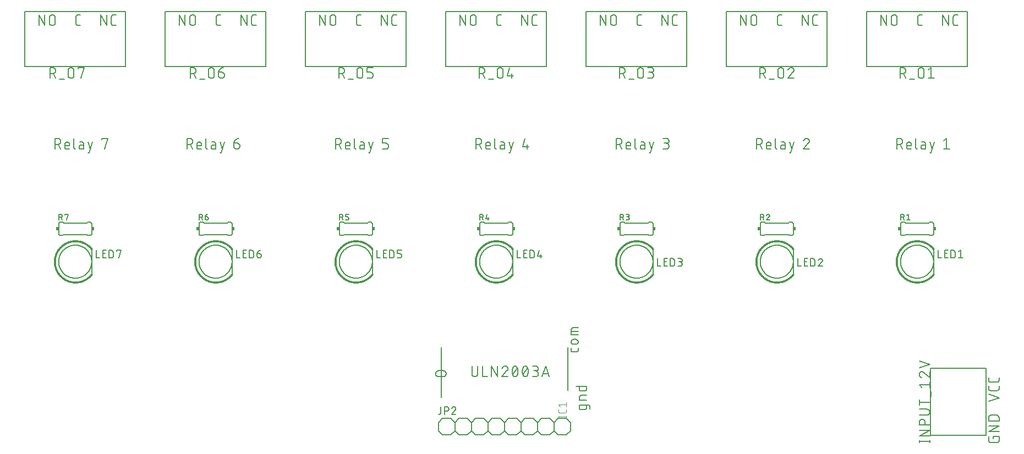
<source format=gbr>
G04 EAGLE Gerber RS-274X export*
G75*
%MOMM*%
%FSLAX34Y34*%
%LPD*%
%INSilkscreen Top*%
%IPPOS*%
%AMOC8*
5,1,8,0,0,1.08239X$1,22.5*%
G01*
%ADD10C,0.152400*%
%ADD11C,0.200000*%
%ADD12C,0.101600*%
%ADD13C,0.127000*%
%ADD14C,0.203200*%
%ADD15C,0.025400*%
%ADD16R,0.381000X0.508000*%


D10*
X762762Y131318D02*
X762762Y119578D01*
X762764Y119445D01*
X762770Y119313D01*
X762780Y119181D01*
X762793Y119049D01*
X762811Y118917D01*
X762832Y118787D01*
X762857Y118656D01*
X762886Y118527D01*
X762919Y118399D01*
X762955Y118271D01*
X762995Y118145D01*
X763039Y118020D01*
X763087Y117896D01*
X763138Y117774D01*
X763193Y117653D01*
X763251Y117534D01*
X763313Y117416D01*
X763378Y117301D01*
X763447Y117187D01*
X763518Y117076D01*
X763594Y116967D01*
X763672Y116860D01*
X763753Y116755D01*
X763838Y116653D01*
X763925Y116553D01*
X764015Y116456D01*
X764108Y116361D01*
X764204Y116270D01*
X764302Y116181D01*
X764403Y116095D01*
X764507Y116012D01*
X764613Y115932D01*
X764721Y115856D01*
X764831Y115782D01*
X764944Y115712D01*
X765058Y115645D01*
X765175Y115582D01*
X765293Y115522D01*
X765413Y115465D01*
X765535Y115412D01*
X765658Y115363D01*
X765782Y115317D01*
X765908Y115275D01*
X766035Y115237D01*
X766163Y115202D01*
X766292Y115171D01*
X766421Y115144D01*
X766552Y115121D01*
X766683Y115101D01*
X766815Y115086D01*
X766947Y115074D01*
X767079Y115066D01*
X767212Y115062D01*
X767344Y115062D01*
X767477Y115066D01*
X767609Y115074D01*
X767741Y115086D01*
X767873Y115101D01*
X768004Y115121D01*
X768135Y115144D01*
X768264Y115171D01*
X768393Y115202D01*
X768521Y115237D01*
X768648Y115275D01*
X768774Y115317D01*
X768898Y115363D01*
X769021Y115412D01*
X769143Y115465D01*
X769263Y115522D01*
X769381Y115582D01*
X769498Y115645D01*
X769612Y115712D01*
X769725Y115782D01*
X769835Y115856D01*
X769943Y115932D01*
X770049Y116012D01*
X770153Y116095D01*
X770254Y116181D01*
X770352Y116270D01*
X770448Y116361D01*
X770541Y116456D01*
X770631Y116553D01*
X770718Y116653D01*
X770803Y116755D01*
X770884Y116860D01*
X770962Y116967D01*
X771038Y117076D01*
X771109Y117187D01*
X771178Y117301D01*
X771243Y117416D01*
X771305Y117534D01*
X771363Y117653D01*
X771418Y117774D01*
X771469Y117896D01*
X771517Y118020D01*
X771561Y118145D01*
X771601Y118271D01*
X771637Y118399D01*
X771670Y118527D01*
X771699Y118656D01*
X771724Y118787D01*
X771745Y118917D01*
X771763Y119049D01*
X771776Y119181D01*
X771786Y119313D01*
X771792Y119445D01*
X771794Y119578D01*
X771793Y119578D02*
X771793Y131318D01*
X779465Y131318D02*
X779465Y115062D01*
X786690Y115062D01*
X792982Y115062D02*
X792982Y131318D01*
X802014Y115062D01*
X802014Y131318D01*
X814102Y131318D02*
X814227Y131316D01*
X814352Y131310D01*
X814477Y131301D01*
X814601Y131287D01*
X814725Y131270D01*
X814849Y131249D01*
X814971Y131224D01*
X815093Y131195D01*
X815214Y131163D01*
X815334Y131127D01*
X815453Y131087D01*
X815570Y131044D01*
X815686Y130997D01*
X815801Y130946D01*
X815913Y130892D01*
X816025Y130834D01*
X816134Y130774D01*
X816241Y130709D01*
X816347Y130642D01*
X816450Y130571D01*
X816551Y130497D01*
X816650Y130420D01*
X816746Y130340D01*
X816840Y130257D01*
X816931Y130172D01*
X817020Y130083D01*
X817105Y129992D01*
X817188Y129898D01*
X817268Y129802D01*
X817345Y129703D01*
X817419Y129602D01*
X817490Y129499D01*
X817557Y129393D01*
X817622Y129286D01*
X817682Y129177D01*
X817740Y129065D01*
X817794Y128953D01*
X817845Y128838D01*
X817892Y128722D01*
X817935Y128605D01*
X817975Y128486D01*
X818011Y128366D01*
X818043Y128245D01*
X818072Y128123D01*
X818097Y128001D01*
X818118Y127877D01*
X818135Y127753D01*
X818149Y127629D01*
X818158Y127504D01*
X818164Y127379D01*
X818166Y127254D01*
X814102Y131318D02*
X813959Y131316D01*
X813817Y131310D01*
X813674Y131300D01*
X813532Y131287D01*
X813391Y131269D01*
X813249Y131248D01*
X813109Y131223D01*
X812969Y131194D01*
X812830Y131161D01*
X812692Y131124D01*
X812555Y131084D01*
X812420Y131040D01*
X812285Y130992D01*
X812152Y130940D01*
X812020Y130885D01*
X811890Y130826D01*
X811762Y130764D01*
X811635Y130698D01*
X811510Y130629D01*
X811387Y130557D01*
X811267Y130481D01*
X811148Y130402D01*
X811031Y130319D01*
X810917Y130234D01*
X810805Y130145D01*
X810696Y130054D01*
X810589Y129959D01*
X810484Y129862D01*
X810383Y129761D01*
X810284Y129658D01*
X810188Y129553D01*
X810095Y129444D01*
X810005Y129333D01*
X809918Y129220D01*
X809834Y129105D01*
X809754Y128987D01*
X809676Y128867D01*
X809602Y128745D01*
X809532Y128621D01*
X809464Y128495D01*
X809401Y128367D01*
X809340Y128238D01*
X809283Y128107D01*
X809230Y127975D01*
X809181Y127841D01*
X809135Y127706D01*
X816811Y124093D02*
X816905Y124185D01*
X816995Y124279D01*
X817083Y124376D01*
X817168Y124476D01*
X817250Y124578D01*
X817329Y124683D01*
X817404Y124790D01*
X817476Y124899D01*
X817545Y125010D01*
X817611Y125124D01*
X817673Y125239D01*
X817732Y125356D01*
X817787Y125475D01*
X817838Y125595D01*
X817886Y125717D01*
X817931Y125840D01*
X817971Y125964D01*
X818008Y126090D01*
X818041Y126217D01*
X818070Y126344D01*
X818096Y126473D01*
X818117Y126602D01*
X818135Y126732D01*
X818148Y126862D01*
X818158Y126992D01*
X818164Y127123D01*
X818166Y127254D01*
X816811Y124093D02*
X809135Y115062D01*
X818166Y115062D01*
X824766Y123190D02*
X824770Y123510D01*
X824781Y123829D01*
X824800Y124149D01*
X824827Y124467D01*
X824861Y124785D01*
X824903Y125102D01*
X824953Y125418D01*
X825010Y125733D01*
X825074Y126046D01*
X825146Y126358D01*
X825225Y126668D01*
X825312Y126975D01*
X825406Y127281D01*
X825507Y127584D01*
X825616Y127885D01*
X825731Y128183D01*
X825854Y128479D01*
X825984Y128771D01*
X826121Y129060D01*
X826120Y129061D02*
X826159Y129169D01*
X826202Y129276D01*
X826248Y129381D01*
X826299Y129485D01*
X826352Y129587D01*
X826409Y129687D01*
X826470Y129785D01*
X826534Y129880D01*
X826601Y129974D01*
X826672Y130065D01*
X826745Y130154D01*
X826822Y130240D01*
X826901Y130323D01*
X826983Y130404D01*
X827068Y130482D01*
X827156Y130556D01*
X827246Y130628D01*
X827338Y130696D01*
X827433Y130762D01*
X827530Y130824D01*
X827629Y130882D01*
X827731Y130938D01*
X827833Y130989D01*
X827938Y131037D01*
X828044Y131082D01*
X828152Y131123D01*
X828261Y131160D01*
X828371Y131193D01*
X828483Y131222D01*
X828595Y131248D01*
X828708Y131270D01*
X828822Y131287D01*
X828936Y131301D01*
X829051Y131311D01*
X829166Y131317D01*
X829281Y131319D01*
X829281Y131318D02*
X829396Y131316D01*
X829511Y131310D01*
X829626Y131300D01*
X829740Y131286D01*
X829854Y131269D01*
X829967Y131247D01*
X830079Y131221D01*
X830191Y131192D01*
X830301Y131159D01*
X830410Y131122D01*
X830518Y131081D01*
X830624Y131036D01*
X830729Y130988D01*
X830831Y130937D01*
X830932Y130881D01*
X831032Y130823D01*
X831129Y130761D01*
X831223Y130696D01*
X831316Y130627D01*
X831406Y130555D01*
X831494Y130481D01*
X831579Y130403D01*
X831661Y130322D01*
X831740Y130239D01*
X831817Y130153D01*
X831890Y130064D01*
X831961Y129973D01*
X832028Y129879D01*
X832092Y129784D01*
X832153Y129686D01*
X832210Y129586D01*
X832263Y129484D01*
X832314Y129380D01*
X832360Y129275D01*
X832403Y129168D01*
X832442Y129060D01*
X832579Y128771D01*
X832709Y128479D01*
X832832Y128183D01*
X832947Y127885D01*
X833056Y127584D01*
X833157Y127281D01*
X833251Y126975D01*
X833338Y126668D01*
X833417Y126358D01*
X833489Y126046D01*
X833553Y125733D01*
X833610Y125418D01*
X833660Y125102D01*
X833702Y124785D01*
X833736Y124467D01*
X833763Y124149D01*
X833782Y123829D01*
X833793Y123510D01*
X833797Y123190D01*
X824766Y123190D02*
X824770Y122870D01*
X824781Y122551D01*
X824800Y122231D01*
X824827Y121913D01*
X824861Y121595D01*
X824903Y121278D01*
X824953Y120962D01*
X825010Y120647D01*
X825074Y120334D01*
X825146Y120022D01*
X825225Y119712D01*
X825312Y119405D01*
X825406Y119099D01*
X825507Y118796D01*
X825616Y118495D01*
X825731Y118197D01*
X825854Y117901D01*
X825984Y117609D01*
X826121Y117320D01*
X826120Y117320D02*
X826159Y117212D01*
X826202Y117105D01*
X826248Y117000D01*
X826299Y116896D01*
X826352Y116794D01*
X826409Y116694D01*
X826470Y116596D01*
X826534Y116501D01*
X826601Y116407D01*
X826672Y116316D01*
X826745Y116227D01*
X826822Y116141D01*
X826901Y116058D01*
X826983Y115977D01*
X827068Y115899D01*
X827156Y115825D01*
X827246Y115753D01*
X827339Y115684D01*
X827433Y115619D01*
X827530Y115557D01*
X827630Y115499D01*
X827731Y115443D01*
X827833Y115392D01*
X827938Y115344D01*
X828044Y115299D01*
X828152Y115258D01*
X828261Y115221D01*
X828371Y115188D01*
X828483Y115159D01*
X828595Y115133D01*
X828708Y115111D01*
X828822Y115094D01*
X828936Y115080D01*
X829051Y115070D01*
X829166Y115064D01*
X829281Y115062D01*
X832442Y117320D02*
X832579Y117609D01*
X832709Y117901D01*
X832832Y118197D01*
X832947Y118495D01*
X833056Y118796D01*
X833157Y119099D01*
X833251Y119405D01*
X833338Y119712D01*
X833417Y120022D01*
X833489Y120334D01*
X833553Y120647D01*
X833610Y120962D01*
X833660Y121278D01*
X833702Y121595D01*
X833736Y121913D01*
X833763Y122231D01*
X833782Y122551D01*
X833793Y122870D01*
X833797Y123190D01*
X832442Y117320D02*
X832403Y117212D01*
X832360Y117105D01*
X832314Y117000D01*
X832263Y116896D01*
X832210Y116794D01*
X832153Y116694D01*
X832092Y116596D01*
X832028Y116501D01*
X831961Y116407D01*
X831890Y116316D01*
X831817Y116227D01*
X831740Y116141D01*
X831661Y116058D01*
X831579Y115977D01*
X831494Y115899D01*
X831406Y115825D01*
X831316Y115753D01*
X831223Y115684D01*
X831129Y115619D01*
X831032Y115557D01*
X830932Y115499D01*
X830831Y115443D01*
X830728Y115392D01*
X830624Y115344D01*
X830518Y115299D01*
X830410Y115258D01*
X830301Y115221D01*
X830191Y115188D01*
X830079Y115159D01*
X829967Y115133D01*
X829854Y115111D01*
X829740Y115094D01*
X829626Y115080D01*
X829511Y115070D01*
X829396Y115064D01*
X829281Y115062D01*
X825669Y118674D02*
X832894Y127706D01*
X840397Y123190D02*
X840401Y123510D01*
X840412Y123829D01*
X840431Y124149D01*
X840458Y124467D01*
X840492Y124785D01*
X840534Y125102D01*
X840584Y125418D01*
X840641Y125733D01*
X840705Y126046D01*
X840777Y126358D01*
X840856Y126668D01*
X840943Y126975D01*
X841037Y127281D01*
X841138Y127584D01*
X841247Y127885D01*
X841362Y128183D01*
X841485Y128479D01*
X841615Y128771D01*
X841752Y129060D01*
X841752Y129061D02*
X841791Y129169D01*
X841834Y129276D01*
X841880Y129381D01*
X841931Y129485D01*
X841984Y129587D01*
X842041Y129687D01*
X842102Y129785D01*
X842166Y129880D01*
X842233Y129974D01*
X842304Y130065D01*
X842377Y130154D01*
X842454Y130240D01*
X842533Y130323D01*
X842615Y130404D01*
X842700Y130482D01*
X842788Y130556D01*
X842878Y130628D01*
X842970Y130696D01*
X843065Y130762D01*
X843162Y130824D01*
X843261Y130882D01*
X843363Y130938D01*
X843465Y130989D01*
X843570Y131037D01*
X843676Y131082D01*
X843784Y131123D01*
X843893Y131160D01*
X844003Y131193D01*
X844115Y131222D01*
X844227Y131248D01*
X844340Y131270D01*
X844454Y131287D01*
X844568Y131301D01*
X844683Y131311D01*
X844798Y131317D01*
X844913Y131319D01*
X844913Y131318D02*
X845028Y131316D01*
X845143Y131310D01*
X845258Y131300D01*
X845372Y131286D01*
X845486Y131269D01*
X845599Y131247D01*
X845711Y131221D01*
X845823Y131192D01*
X845933Y131159D01*
X846042Y131122D01*
X846150Y131081D01*
X846256Y131036D01*
X846361Y130988D01*
X846463Y130937D01*
X846564Y130881D01*
X846664Y130823D01*
X846761Y130761D01*
X846855Y130696D01*
X846948Y130627D01*
X847038Y130555D01*
X847126Y130481D01*
X847211Y130403D01*
X847293Y130322D01*
X847372Y130239D01*
X847449Y130153D01*
X847522Y130064D01*
X847593Y129973D01*
X847660Y129879D01*
X847724Y129784D01*
X847785Y129686D01*
X847842Y129586D01*
X847895Y129484D01*
X847946Y129380D01*
X847992Y129275D01*
X848035Y129168D01*
X848074Y129060D01*
X848073Y129060D02*
X848210Y128771D01*
X848340Y128479D01*
X848463Y128183D01*
X848578Y127885D01*
X848687Y127584D01*
X848788Y127281D01*
X848882Y126975D01*
X848969Y126668D01*
X849048Y126358D01*
X849120Y126046D01*
X849184Y125733D01*
X849241Y125418D01*
X849291Y125102D01*
X849333Y124785D01*
X849367Y124467D01*
X849394Y124149D01*
X849413Y123829D01*
X849424Y123510D01*
X849428Y123190D01*
X840397Y123190D02*
X840401Y122870D01*
X840412Y122551D01*
X840431Y122231D01*
X840458Y121913D01*
X840492Y121595D01*
X840534Y121278D01*
X840584Y120962D01*
X840641Y120647D01*
X840705Y120334D01*
X840777Y120022D01*
X840856Y119712D01*
X840943Y119405D01*
X841037Y119099D01*
X841138Y118796D01*
X841247Y118495D01*
X841362Y118197D01*
X841485Y117901D01*
X841615Y117609D01*
X841752Y117320D01*
X841791Y117212D01*
X841834Y117105D01*
X841880Y117000D01*
X841931Y116896D01*
X841984Y116794D01*
X842041Y116694D01*
X842102Y116596D01*
X842166Y116501D01*
X842233Y116407D01*
X842304Y116316D01*
X842377Y116227D01*
X842454Y116141D01*
X842533Y116058D01*
X842615Y115977D01*
X842700Y115899D01*
X842788Y115825D01*
X842878Y115753D01*
X842971Y115684D01*
X843065Y115619D01*
X843162Y115557D01*
X843262Y115499D01*
X843363Y115443D01*
X843465Y115392D01*
X843570Y115344D01*
X843676Y115299D01*
X843784Y115258D01*
X843893Y115221D01*
X844003Y115188D01*
X844115Y115159D01*
X844227Y115133D01*
X844340Y115111D01*
X844454Y115094D01*
X844568Y115080D01*
X844683Y115070D01*
X844798Y115064D01*
X844913Y115062D01*
X848073Y117320D02*
X848210Y117609D01*
X848340Y117901D01*
X848463Y118197D01*
X848578Y118495D01*
X848687Y118796D01*
X848788Y119099D01*
X848882Y119405D01*
X848969Y119712D01*
X849048Y120022D01*
X849120Y120334D01*
X849184Y120647D01*
X849241Y120962D01*
X849291Y121278D01*
X849333Y121595D01*
X849367Y121913D01*
X849394Y122231D01*
X849413Y122551D01*
X849424Y122870D01*
X849428Y123190D01*
X848074Y117320D02*
X848035Y117212D01*
X847992Y117105D01*
X847946Y117000D01*
X847895Y116896D01*
X847842Y116794D01*
X847785Y116694D01*
X847724Y116596D01*
X847660Y116501D01*
X847593Y116407D01*
X847522Y116316D01*
X847449Y116227D01*
X847372Y116141D01*
X847293Y116058D01*
X847211Y115977D01*
X847126Y115899D01*
X847038Y115825D01*
X846948Y115753D01*
X846855Y115684D01*
X846761Y115619D01*
X846664Y115557D01*
X846564Y115499D01*
X846463Y115443D01*
X846360Y115392D01*
X846256Y115344D01*
X846150Y115299D01*
X846042Y115258D01*
X845933Y115221D01*
X845823Y115188D01*
X845711Y115159D01*
X845599Y115133D01*
X845486Y115111D01*
X845372Y115094D01*
X845258Y115080D01*
X845143Y115070D01*
X845028Y115064D01*
X844913Y115062D01*
X841300Y118674D02*
X848525Y127706D01*
X856028Y115062D02*
X860544Y115062D01*
X860677Y115064D01*
X860809Y115070D01*
X860941Y115080D01*
X861073Y115093D01*
X861205Y115111D01*
X861335Y115132D01*
X861466Y115157D01*
X861595Y115186D01*
X861723Y115219D01*
X861851Y115255D01*
X861977Y115295D01*
X862102Y115339D01*
X862226Y115387D01*
X862348Y115438D01*
X862469Y115493D01*
X862588Y115551D01*
X862706Y115613D01*
X862821Y115678D01*
X862935Y115747D01*
X863046Y115818D01*
X863155Y115894D01*
X863262Y115972D01*
X863367Y116053D01*
X863469Y116138D01*
X863569Y116225D01*
X863666Y116315D01*
X863761Y116408D01*
X863852Y116504D01*
X863941Y116602D01*
X864027Y116703D01*
X864110Y116807D01*
X864190Y116913D01*
X864266Y117021D01*
X864340Y117131D01*
X864410Y117244D01*
X864477Y117358D01*
X864540Y117475D01*
X864600Y117593D01*
X864657Y117713D01*
X864710Y117835D01*
X864759Y117958D01*
X864805Y118082D01*
X864847Y118208D01*
X864885Y118335D01*
X864920Y118463D01*
X864951Y118592D01*
X864978Y118721D01*
X865001Y118852D01*
X865021Y118983D01*
X865036Y119115D01*
X865048Y119247D01*
X865056Y119379D01*
X865060Y119512D01*
X865060Y119644D01*
X865056Y119777D01*
X865048Y119909D01*
X865036Y120041D01*
X865021Y120173D01*
X865001Y120304D01*
X864978Y120435D01*
X864951Y120564D01*
X864920Y120693D01*
X864885Y120821D01*
X864847Y120948D01*
X864805Y121074D01*
X864759Y121198D01*
X864710Y121321D01*
X864657Y121443D01*
X864600Y121563D01*
X864540Y121681D01*
X864477Y121798D01*
X864410Y121912D01*
X864340Y122025D01*
X864266Y122135D01*
X864190Y122243D01*
X864110Y122349D01*
X864027Y122453D01*
X863941Y122554D01*
X863852Y122652D01*
X863761Y122748D01*
X863666Y122841D01*
X863569Y122931D01*
X863469Y123018D01*
X863367Y123103D01*
X863262Y123184D01*
X863155Y123262D01*
X863046Y123338D01*
X862935Y123409D01*
X862821Y123478D01*
X862706Y123543D01*
X862588Y123605D01*
X862469Y123663D01*
X862348Y123718D01*
X862226Y123769D01*
X862102Y123817D01*
X861977Y123861D01*
X861851Y123901D01*
X861723Y123937D01*
X861595Y123970D01*
X861466Y123999D01*
X861335Y124024D01*
X861205Y124045D01*
X861073Y124063D01*
X860941Y124076D01*
X860809Y124086D01*
X860677Y124092D01*
X860544Y124094D01*
X861447Y131318D02*
X856028Y131318D01*
X861447Y131318D02*
X861566Y131316D01*
X861686Y131310D01*
X861805Y131300D01*
X861923Y131286D01*
X862042Y131269D01*
X862159Y131247D01*
X862276Y131222D01*
X862391Y131192D01*
X862506Y131159D01*
X862620Y131122D01*
X862732Y131082D01*
X862843Y131037D01*
X862952Y130989D01*
X863060Y130938D01*
X863166Y130883D01*
X863270Y130824D01*
X863372Y130762D01*
X863472Y130697D01*
X863570Y130628D01*
X863666Y130556D01*
X863759Y130481D01*
X863849Y130404D01*
X863937Y130323D01*
X864022Y130239D01*
X864104Y130152D01*
X864184Y130063D01*
X864260Y129971D01*
X864334Y129877D01*
X864404Y129780D01*
X864471Y129682D01*
X864535Y129581D01*
X864595Y129477D01*
X864652Y129372D01*
X864705Y129265D01*
X864755Y129157D01*
X864801Y129047D01*
X864843Y128935D01*
X864882Y128822D01*
X864917Y128708D01*
X864948Y128593D01*
X864976Y128476D01*
X864999Y128359D01*
X865019Y128242D01*
X865035Y128123D01*
X865047Y128004D01*
X865055Y127885D01*
X865059Y127766D01*
X865059Y127646D01*
X865055Y127527D01*
X865047Y127408D01*
X865035Y127289D01*
X865019Y127170D01*
X864999Y127053D01*
X864976Y126936D01*
X864948Y126819D01*
X864917Y126704D01*
X864882Y126590D01*
X864843Y126477D01*
X864801Y126365D01*
X864755Y126255D01*
X864705Y126147D01*
X864652Y126040D01*
X864595Y125935D01*
X864535Y125831D01*
X864471Y125730D01*
X864404Y125632D01*
X864334Y125535D01*
X864260Y125441D01*
X864184Y125349D01*
X864104Y125260D01*
X864022Y125173D01*
X863937Y125089D01*
X863849Y125008D01*
X863759Y124931D01*
X863666Y124856D01*
X863570Y124784D01*
X863472Y124715D01*
X863372Y124650D01*
X863270Y124588D01*
X863166Y124529D01*
X863060Y124474D01*
X862952Y124423D01*
X862843Y124375D01*
X862732Y124330D01*
X862620Y124290D01*
X862506Y124253D01*
X862391Y124220D01*
X862276Y124190D01*
X862159Y124165D01*
X862042Y124143D01*
X861923Y124126D01*
X861805Y124112D01*
X861686Y124102D01*
X861566Y124096D01*
X861447Y124094D01*
X861447Y124093D02*
X857835Y124093D01*
X870756Y115062D02*
X876175Y131318D01*
X881594Y115062D01*
X880239Y119126D02*
X872111Y119126D01*
X1565007Y22493D02*
X1565007Y19784D01*
X1565007Y22493D02*
X1574038Y22493D01*
X1574038Y17074D01*
X1574036Y16956D01*
X1574030Y16838D01*
X1574021Y16720D01*
X1574007Y16603D01*
X1573990Y16486D01*
X1573969Y16369D01*
X1573944Y16254D01*
X1573915Y16139D01*
X1573882Y16025D01*
X1573846Y15913D01*
X1573806Y15802D01*
X1573763Y15692D01*
X1573716Y15583D01*
X1573666Y15476D01*
X1573611Y15371D01*
X1573554Y15268D01*
X1573493Y15167D01*
X1573429Y15067D01*
X1573362Y14970D01*
X1573292Y14875D01*
X1573218Y14783D01*
X1573142Y14692D01*
X1573062Y14605D01*
X1572980Y14520D01*
X1572895Y14438D01*
X1572808Y14358D01*
X1572717Y14282D01*
X1572625Y14208D01*
X1572530Y14138D01*
X1572433Y14071D01*
X1572333Y14007D01*
X1572232Y13946D01*
X1572129Y13889D01*
X1572024Y13834D01*
X1571917Y13784D01*
X1571808Y13737D01*
X1571698Y13694D01*
X1571587Y13654D01*
X1571475Y13618D01*
X1571361Y13585D01*
X1571246Y13556D01*
X1571131Y13531D01*
X1571014Y13510D01*
X1570897Y13493D01*
X1570780Y13479D01*
X1570662Y13470D01*
X1570544Y13464D01*
X1570426Y13462D01*
X1561394Y13462D01*
X1561276Y13464D01*
X1561158Y13470D01*
X1561040Y13479D01*
X1560922Y13493D01*
X1560805Y13510D01*
X1560689Y13531D01*
X1560574Y13556D01*
X1560459Y13585D01*
X1560345Y13618D01*
X1560233Y13654D01*
X1560121Y13694D01*
X1560011Y13737D01*
X1559903Y13784D01*
X1559796Y13835D01*
X1559691Y13889D01*
X1559588Y13946D01*
X1559486Y14007D01*
X1559387Y14071D01*
X1559290Y14138D01*
X1559195Y14209D01*
X1559102Y14282D01*
X1559012Y14359D01*
X1558924Y14438D01*
X1558839Y14520D01*
X1558757Y14605D01*
X1558678Y14693D01*
X1558601Y14783D01*
X1558528Y14876D01*
X1558457Y14970D01*
X1558390Y15068D01*
X1558326Y15167D01*
X1558265Y15268D01*
X1558208Y15372D01*
X1558154Y15477D01*
X1558103Y15584D01*
X1558056Y15692D01*
X1558013Y15802D01*
X1557973Y15914D01*
X1557937Y16026D01*
X1557904Y16140D01*
X1557875Y16255D01*
X1557850Y16370D01*
X1557829Y16486D01*
X1557812Y16603D01*
X1557798Y16721D01*
X1557789Y16839D01*
X1557783Y16957D01*
X1557781Y17075D01*
X1557782Y17074D02*
X1557782Y22493D01*
X1557782Y30135D02*
X1574038Y30135D01*
X1574038Y39166D02*
X1557782Y30135D01*
X1557782Y39166D02*
X1574038Y39166D01*
X1574038Y46809D02*
X1557782Y46809D01*
X1557782Y51324D01*
X1557784Y51455D01*
X1557790Y51587D01*
X1557799Y51718D01*
X1557813Y51848D01*
X1557830Y51979D01*
X1557851Y52108D01*
X1557875Y52237D01*
X1557904Y52365D01*
X1557936Y52493D01*
X1557972Y52619D01*
X1558011Y52744D01*
X1558054Y52869D01*
X1558101Y52991D01*
X1558151Y53113D01*
X1558205Y53233D01*
X1558262Y53351D01*
X1558323Y53467D01*
X1558387Y53582D01*
X1558454Y53695D01*
X1558525Y53806D01*
X1558599Y53914D01*
X1558676Y54021D01*
X1558756Y54125D01*
X1558839Y54227D01*
X1558924Y54326D01*
X1559013Y54423D01*
X1559105Y54517D01*
X1559199Y54609D01*
X1559296Y54698D01*
X1559395Y54783D01*
X1559497Y54866D01*
X1559601Y54946D01*
X1559708Y55023D01*
X1559816Y55097D01*
X1559927Y55168D01*
X1560040Y55235D01*
X1560155Y55299D01*
X1560271Y55360D01*
X1560389Y55417D01*
X1560509Y55471D01*
X1560631Y55521D01*
X1560753Y55568D01*
X1560878Y55611D01*
X1561003Y55650D01*
X1561129Y55686D01*
X1561257Y55718D01*
X1561385Y55747D01*
X1561514Y55771D01*
X1561643Y55792D01*
X1561774Y55809D01*
X1561904Y55823D01*
X1562035Y55832D01*
X1562167Y55838D01*
X1562298Y55840D01*
X1569522Y55840D01*
X1569653Y55838D01*
X1569785Y55832D01*
X1569916Y55823D01*
X1570046Y55809D01*
X1570177Y55792D01*
X1570306Y55771D01*
X1570435Y55747D01*
X1570563Y55718D01*
X1570691Y55686D01*
X1570817Y55650D01*
X1570942Y55611D01*
X1571067Y55568D01*
X1571189Y55521D01*
X1571311Y55471D01*
X1571431Y55417D01*
X1571549Y55360D01*
X1571665Y55299D01*
X1571780Y55235D01*
X1571893Y55168D01*
X1572004Y55097D01*
X1572112Y55023D01*
X1572219Y54946D01*
X1572323Y54866D01*
X1572425Y54783D01*
X1572524Y54698D01*
X1572621Y54609D01*
X1572715Y54517D01*
X1572807Y54423D01*
X1572896Y54326D01*
X1572981Y54227D01*
X1573064Y54125D01*
X1573144Y54021D01*
X1573221Y53914D01*
X1573295Y53806D01*
X1573366Y53695D01*
X1573433Y53582D01*
X1573497Y53467D01*
X1573558Y53351D01*
X1573615Y53233D01*
X1573669Y53113D01*
X1573719Y52991D01*
X1573766Y52869D01*
X1573809Y52744D01*
X1573848Y52619D01*
X1573884Y52493D01*
X1573916Y52365D01*
X1573945Y52237D01*
X1573969Y52108D01*
X1573990Y51978D01*
X1574007Y51848D01*
X1574021Y51718D01*
X1574030Y51587D01*
X1574036Y51455D01*
X1574038Y51324D01*
X1574038Y46809D01*
X1557782Y76962D02*
X1574038Y82381D01*
X1557782Y87799D01*
X1574038Y97069D02*
X1574038Y100682D01*
X1574038Y97069D02*
X1574036Y96951D01*
X1574030Y96833D01*
X1574021Y96715D01*
X1574007Y96598D01*
X1573990Y96481D01*
X1573969Y96364D01*
X1573944Y96249D01*
X1573915Y96134D01*
X1573882Y96020D01*
X1573846Y95908D01*
X1573806Y95797D01*
X1573763Y95687D01*
X1573716Y95578D01*
X1573666Y95471D01*
X1573611Y95366D01*
X1573554Y95263D01*
X1573493Y95162D01*
X1573429Y95062D01*
X1573362Y94965D01*
X1573292Y94870D01*
X1573218Y94778D01*
X1573142Y94687D01*
X1573062Y94600D01*
X1572980Y94515D01*
X1572895Y94433D01*
X1572808Y94353D01*
X1572717Y94277D01*
X1572625Y94203D01*
X1572530Y94133D01*
X1572433Y94066D01*
X1572333Y94002D01*
X1572232Y93941D01*
X1572129Y93884D01*
X1572024Y93829D01*
X1571917Y93779D01*
X1571808Y93732D01*
X1571698Y93689D01*
X1571587Y93649D01*
X1571475Y93613D01*
X1571361Y93580D01*
X1571246Y93551D01*
X1571131Y93526D01*
X1571014Y93505D01*
X1570897Y93488D01*
X1570780Y93474D01*
X1570662Y93465D01*
X1570544Y93459D01*
X1570426Y93457D01*
X1561394Y93457D01*
X1561394Y93456D02*
X1561276Y93458D01*
X1561158Y93464D01*
X1561040Y93473D01*
X1560922Y93487D01*
X1560805Y93504D01*
X1560689Y93525D01*
X1560574Y93550D01*
X1560459Y93579D01*
X1560345Y93612D01*
X1560233Y93648D01*
X1560121Y93688D01*
X1560011Y93731D01*
X1559903Y93778D01*
X1559796Y93829D01*
X1559691Y93883D01*
X1559588Y93940D01*
X1559486Y94001D01*
X1559387Y94065D01*
X1559290Y94132D01*
X1559195Y94203D01*
X1559102Y94276D01*
X1559012Y94353D01*
X1558924Y94432D01*
X1558839Y94514D01*
X1558757Y94599D01*
X1558678Y94687D01*
X1558601Y94777D01*
X1558528Y94870D01*
X1558457Y94964D01*
X1558390Y95062D01*
X1558326Y95161D01*
X1558265Y95262D01*
X1558208Y95366D01*
X1558154Y95471D01*
X1558103Y95578D01*
X1558056Y95686D01*
X1558013Y95796D01*
X1557973Y95908D01*
X1557937Y96020D01*
X1557904Y96134D01*
X1557875Y96249D01*
X1557850Y96364D01*
X1557829Y96480D01*
X1557812Y96597D01*
X1557798Y96715D01*
X1557789Y96833D01*
X1557783Y96951D01*
X1557781Y97069D01*
X1557782Y97069D02*
X1557782Y100682D01*
X1574038Y110095D02*
X1574038Y113708D01*
X1574038Y110095D02*
X1574036Y109977D01*
X1574030Y109859D01*
X1574021Y109741D01*
X1574007Y109624D01*
X1573990Y109507D01*
X1573969Y109390D01*
X1573944Y109275D01*
X1573915Y109160D01*
X1573882Y109046D01*
X1573846Y108934D01*
X1573806Y108823D01*
X1573763Y108713D01*
X1573716Y108604D01*
X1573666Y108497D01*
X1573611Y108392D01*
X1573554Y108289D01*
X1573493Y108188D01*
X1573429Y108088D01*
X1573362Y107991D01*
X1573292Y107896D01*
X1573218Y107804D01*
X1573142Y107713D01*
X1573062Y107626D01*
X1572980Y107541D01*
X1572895Y107459D01*
X1572808Y107379D01*
X1572717Y107303D01*
X1572625Y107229D01*
X1572530Y107159D01*
X1572433Y107092D01*
X1572333Y107028D01*
X1572232Y106967D01*
X1572129Y106910D01*
X1572024Y106855D01*
X1571917Y106805D01*
X1571808Y106758D01*
X1571698Y106715D01*
X1571587Y106675D01*
X1571475Y106639D01*
X1571361Y106606D01*
X1571246Y106577D01*
X1571131Y106552D01*
X1571014Y106531D01*
X1570897Y106514D01*
X1570780Y106500D01*
X1570662Y106491D01*
X1570544Y106485D01*
X1570426Y106483D01*
X1561394Y106483D01*
X1561394Y106482D02*
X1561276Y106484D01*
X1561158Y106490D01*
X1561040Y106499D01*
X1560922Y106513D01*
X1560805Y106530D01*
X1560689Y106551D01*
X1560574Y106576D01*
X1560459Y106605D01*
X1560345Y106638D01*
X1560233Y106674D01*
X1560121Y106714D01*
X1560011Y106757D01*
X1559903Y106804D01*
X1559796Y106855D01*
X1559691Y106909D01*
X1559588Y106966D01*
X1559486Y107027D01*
X1559387Y107091D01*
X1559290Y107158D01*
X1559195Y107229D01*
X1559102Y107302D01*
X1559012Y107379D01*
X1558924Y107458D01*
X1558839Y107540D01*
X1558757Y107625D01*
X1558678Y107713D01*
X1558601Y107803D01*
X1558528Y107896D01*
X1558457Y107990D01*
X1558390Y108088D01*
X1558326Y108187D01*
X1558265Y108288D01*
X1558208Y108392D01*
X1558154Y108497D01*
X1558103Y108604D01*
X1558056Y108712D01*
X1558013Y108822D01*
X1557973Y108934D01*
X1557937Y109046D01*
X1557904Y109160D01*
X1557875Y109275D01*
X1557850Y109390D01*
X1557829Y109506D01*
X1557812Y109623D01*
X1557798Y109741D01*
X1557789Y109859D01*
X1557783Y109977D01*
X1557781Y110095D01*
X1557782Y110095D02*
X1557782Y113708D01*
X718622Y115062D02*
X711398Y115062D01*
X711265Y115064D01*
X711133Y115070D01*
X711001Y115080D01*
X710869Y115093D01*
X710737Y115111D01*
X710607Y115132D01*
X710476Y115157D01*
X710347Y115186D01*
X710219Y115219D01*
X710091Y115255D01*
X709965Y115295D01*
X709840Y115339D01*
X709716Y115387D01*
X709594Y115438D01*
X709473Y115493D01*
X709354Y115551D01*
X709236Y115613D01*
X709121Y115678D01*
X709007Y115747D01*
X708896Y115818D01*
X708787Y115894D01*
X708680Y115972D01*
X708575Y116053D01*
X708473Y116138D01*
X708373Y116225D01*
X708276Y116315D01*
X708181Y116408D01*
X708090Y116504D01*
X708001Y116602D01*
X707915Y116703D01*
X707832Y116807D01*
X707752Y116913D01*
X707676Y117021D01*
X707602Y117131D01*
X707532Y117244D01*
X707465Y117358D01*
X707402Y117475D01*
X707342Y117593D01*
X707285Y117713D01*
X707232Y117835D01*
X707183Y117958D01*
X707137Y118082D01*
X707095Y118208D01*
X707057Y118335D01*
X707022Y118463D01*
X706991Y118592D01*
X706964Y118721D01*
X706941Y118852D01*
X706921Y118983D01*
X706906Y119115D01*
X706894Y119247D01*
X706886Y119379D01*
X706882Y119512D01*
X706882Y119644D01*
X706886Y119777D01*
X706894Y119909D01*
X706906Y120041D01*
X706921Y120173D01*
X706941Y120304D01*
X706964Y120435D01*
X706991Y120564D01*
X707022Y120693D01*
X707057Y120821D01*
X707095Y120948D01*
X707137Y121074D01*
X707183Y121198D01*
X707232Y121321D01*
X707285Y121443D01*
X707342Y121563D01*
X707402Y121681D01*
X707465Y121798D01*
X707532Y121912D01*
X707602Y122025D01*
X707676Y122135D01*
X707752Y122243D01*
X707832Y122349D01*
X707915Y122453D01*
X708001Y122554D01*
X708090Y122652D01*
X708181Y122748D01*
X708276Y122841D01*
X708373Y122931D01*
X708473Y123018D01*
X708575Y123103D01*
X708680Y123184D01*
X708787Y123262D01*
X708896Y123338D01*
X709007Y123409D01*
X709121Y123478D01*
X709236Y123543D01*
X709354Y123605D01*
X709473Y123663D01*
X709594Y123718D01*
X709716Y123769D01*
X709840Y123817D01*
X709965Y123861D01*
X710091Y123901D01*
X710219Y123937D01*
X710347Y123970D01*
X710476Y123999D01*
X710607Y124024D01*
X710737Y124045D01*
X710869Y124063D01*
X711001Y124076D01*
X711133Y124086D01*
X711265Y124092D01*
X711398Y124094D01*
X711398Y124093D02*
X718622Y124093D01*
X718622Y124094D02*
X718755Y124092D01*
X718887Y124086D01*
X719019Y124076D01*
X719151Y124063D01*
X719283Y124045D01*
X719413Y124024D01*
X719544Y123999D01*
X719673Y123970D01*
X719801Y123937D01*
X719929Y123901D01*
X720055Y123861D01*
X720180Y123817D01*
X720304Y123769D01*
X720426Y123718D01*
X720547Y123663D01*
X720666Y123605D01*
X720784Y123543D01*
X720899Y123478D01*
X721013Y123409D01*
X721124Y123338D01*
X721233Y123262D01*
X721340Y123184D01*
X721445Y123103D01*
X721547Y123018D01*
X721647Y122931D01*
X721744Y122841D01*
X721839Y122748D01*
X721930Y122652D01*
X722019Y122554D01*
X722105Y122453D01*
X722188Y122349D01*
X722268Y122243D01*
X722344Y122135D01*
X722418Y122025D01*
X722488Y121912D01*
X722555Y121798D01*
X722618Y121681D01*
X722678Y121563D01*
X722735Y121443D01*
X722788Y121321D01*
X722837Y121198D01*
X722883Y121074D01*
X722925Y120948D01*
X722963Y120821D01*
X722998Y120693D01*
X723029Y120564D01*
X723056Y120435D01*
X723079Y120304D01*
X723099Y120173D01*
X723114Y120041D01*
X723126Y119909D01*
X723134Y119777D01*
X723138Y119644D01*
X723138Y119512D01*
X723134Y119379D01*
X723126Y119247D01*
X723114Y119115D01*
X723099Y118983D01*
X723079Y118852D01*
X723056Y118721D01*
X723029Y118592D01*
X722998Y118463D01*
X722963Y118335D01*
X722925Y118208D01*
X722883Y118082D01*
X722837Y117958D01*
X722788Y117835D01*
X722735Y117713D01*
X722678Y117593D01*
X722618Y117475D01*
X722555Y117358D01*
X722488Y117244D01*
X722418Y117131D01*
X722344Y117021D01*
X722268Y116913D01*
X722188Y116807D01*
X722105Y116703D01*
X722019Y116602D01*
X721930Y116504D01*
X721839Y116408D01*
X721744Y116315D01*
X721647Y116225D01*
X721547Y116138D01*
X721445Y116053D01*
X721340Y115972D01*
X721233Y115894D01*
X721124Y115818D01*
X721013Y115747D01*
X720899Y115678D01*
X720784Y115613D01*
X720666Y115551D01*
X720547Y115493D01*
X720426Y115438D01*
X720304Y115387D01*
X720180Y115339D01*
X720055Y115295D01*
X719929Y115255D01*
X719801Y115219D01*
X719673Y115186D01*
X719544Y115157D01*
X719413Y115132D01*
X719283Y115111D01*
X719151Y115093D01*
X719019Y115080D01*
X718887Y115070D01*
X718755Y115064D01*
X718622Y115062D01*
X926338Y155871D02*
X926338Y159484D01*
X926338Y155871D02*
X926336Y155770D01*
X926330Y155669D01*
X926321Y155568D01*
X926308Y155467D01*
X926291Y155367D01*
X926270Y155268D01*
X926246Y155170D01*
X926218Y155073D01*
X926186Y154976D01*
X926151Y154881D01*
X926112Y154788D01*
X926070Y154696D01*
X926024Y154605D01*
X925975Y154516D01*
X925923Y154430D01*
X925867Y154345D01*
X925809Y154262D01*
X925747Y154182D01*
X925682Y154104D01*
X925615Y154028D01*
X925545Y153955D01*
X925472Y153885D01*
X925396Y153818D01*
X925318Y153753D01*
X925238Y153691D01*
X925155Y153633D01*
X925070Y153577D01*
X924984Y153525D01*
X924895Y153476D01*
X924804Y153430D01*
X924712Y153388D01*
X924619Y153349D01*
X924524Y153314D01*
X924427Y153282D01*
X924330Y153254D01*
X924232Y153230D01*
X924133Y153209D01*
X924033Y153192D01*
X923932Y153179D01*
X923831Y153170D01*
X923730Y153164D01*
X923629Y153162D01*
X918210Y153162D01*
X918109Y153164D01*
X918008Y153170D01*
X917907Y153179D01*
X917806Y153192D01*
X917706Y153209D01*
X917607Y153230D01*
X917509Y153254D01*
X917412Y153282D01*
X917315Y153314D01*
X917220Y153349D01*
X917127Y153388D01*
X917035Y153430D01*
X916944Y153476D01*
X916856Y153525D01*
X916769Y153577D01*
X916684Y153633D01*
X916601Y153691D01*
X916521Y153753D01*
X916443Y153818D01*
X916367Y153885D01*
X916294Y153955D01*
X916224Y154028D01*
X916157Y154104D01*
X916092Y154182D01*
X916030Y154262D01*
X915972Y154345D01*
X915916Y154430D01*
X915864Y154517D01*
X915815Y154605D01*
X915769Y154696D01*
X915727Y154788D01*
X915688Y154881D01*
X915653Y154976D01*
X915621Y155073D01*
X915593Y155170D01*
X915569Y155268D01*
X915548Y155367D01*
X915531Y155467D01*
X915518Y155568D01*
X915509Y155669D01*
X915503Y155770D01*
X915501Y155871D01*
X915501Y159484D01*
X919113Y165128D02*
X922726Y165128D01*
X919113Y165129D02*
X918994Y165131D01*
X918874Y165137D01*
X918755Y165147D01*
X918637Y165161D01*
X918518Y165178D01*
X918401Y165200D01*
X918284Y165225D01*
X918169Y165255D01*
X918054Y165288D01*
X917940Y165325D01*
X917828Y165365D01*
X917717Y165410D01*
X917608Y165458D01*
X917500Y165509D01*
X917394Y165564D01*
X917290Y165623D01*
X917188Y165685D01*
X917088Y165750D01*
X916990Y165819D01*
X916894Y165891D01*
X916801Y165966D01*
X916711Y166043D01*
X916623Y166124D01*
X916538Y166208D01*
X916456Y166295D01*
X916376Y166384D01*
X916300Y166476D01*
X916226Y166570D01*
X916156Y166667D01*
X916089Y166765D01*
X916025Y166866D01*
X915965Y166970D01*
X915908Y167075D01*
X915855Y167182D01*
X915805Y167290D01*
X915759Y167400D01*
X915717Y167512D01*
X915678Y167625D01*
X915643Y167739D01*
X915612Y167854D01*
X915584Y167971D01*
X915561Y168088D01*
X915541Y168205D01*
X915525Y168324D01*
X915513Y168443D01*
X915505Y168562D01*
X915501Y168681D01*
X915501Y168801D01*
X915505Y168920D01*
X915513Y169039D01*
X915525Y169158D01*
X915541Y169277D01*
X915561Y169394D01*
X915584Y169511D01*
X915612Y169628D01*
X915643Y169743D01*
X915678Y169857D01*
X915717Y169970D01*
X915759Y170082D01*
X915805Y170192D01*
X915855Y170300D01*
X915908Y170407D01*
X915965Y170512D01*
X916025Y170616D01*
X916089Y170717D01*
X916156Y170815D01*
X916226Y170912D01*
X916300Y171006D01*
X916376Y171098D01*
X916456Y171187D01*
X916538Y171274D01*
X916623Y171358D01*
X916711Y171439D01*
X916801Y171516D01*
X916894Y171591D01*
X916990Y171663D01*
X917088Y171732D01*
X917188Y171797D01*
X917290Y171859D01*
X917394Y171918D01*
X917500Y171973D01*
X917608Y172024D01*
X917717Y172072D01*
X917828Y172117D01*
X917940Y172157D01*
X918054Y172194D01*
X918169Y172227D01*
X918284Y172257D01*
X918401Y172282D01*
X918518Y172304D01*
X918637Y172321D01*
X918755Y172335D01*
X918874Y172345D01*
X918994Y172351D01*
X919113Y172353D01*
X922726Y172353D01*
X922845Y172351D01*
X922965Y172345D01*
X923084Y172335D01*
X923202Y172321D01*
X923321Y172304D01*
X923438Y172282D01*
X923555Y172257D01*
X923670Y172227D01*
X923785Y172194D01*
X923899Y172157D01*
X924011Y172117D01*
X924122Y172072D01*
X924231Y172024D01*
X924339Y171973D01*
X924445Y171918D01*
X924549Y171859D01*
X924651Y171797D01*
X924751Y171732D01*
X924849Y171663D01*
X924945Y171591D01*
X925038Y171516D01*
X925128Y171439D01*
X925216Y171358D01*
X925301Y171274D01*
X925383Y171187D01*
X925463Y171098D01*
X925539Y171006D01*
X925613Y170912D01*
X925683Y170815D01*
X925750Y170717D01*
X925814Y170616D01*
X925874Y170512D01*
X925931Y170407D01*
X925984Y170300D01*
X926034Y170192D01*
X926080Y170082D01*
X926122Y169970D01*
X926161Y169857D01*
X926196Y169743D01*
X926227Y169628D01*
X926255Y169511D01*
X926278Y169394D01*
X926298Y169277D01*
X926314Y169158D01*
X926326Y169039D01*
X926334Y168920D01*
X926338Y168801D01*
X926338Y168681D01*
X926334Y168562D01*
X926326Y168443D01*
X926314Y168324D01*
X926298Y168205D01*
X926278Y168088D01*
X926255Y167971D01*
X926227Y167854D01*
X926196Y167739D01*
X926161Y167625D01*
X926122Y167512D01*
X926080Y167400D01*
X926034Y167290D01*
X925984Y167182D01*
X925931Y167075D01*
X925874Y166970D01*
X925814Y166866D01*
X925750Y166765D01*
X925683Y166667D01*
X925613Y166570D01*
X925539Y166476D01*
X925463Y166384D01*
X925383Y166295D01*
X925301Y166208D01*
X925216Y166124D01*
X925128Y166043D01*
X925038Y165966D01*
X924945Y165891D01*
X924849Y165819D01*
X924751Y165750D01*
X924651Y165685D01*
X924549Y165623D01*
X924445Y165564D01*
X924339Y165509D01*
X924231Y165458D01*
X924122Y165410D01*
X924011Y165365D01*
X923899Y165325D01*
X923785Y165288D01*
X923670Y165255D01*
X923555Y165225D01*
X923438Y165200D01*
X923321Y165178D01*
X923202Y165161D01*
X923084Y165147D01*
X922965Y165137D01*
X922845Y165131D01*
X922726Y165129D01*
X926338Y179474D02*
X915501Y179474D01*
X915501Y187602D01*
X915503Y187703D01*
X915509Y187804D01*
X915518Y187905D01*
X915531Y188006D01*
X915548Y188106D01*
X915569Y188205D01*
X915593Y188303D01*
X915621Y188400D01*
X915653Y188497D01*
X915688Y188592D01*
X915727Y188685D01*
X915769Y188777D01*
X915815Y188868D01*
X915864Y188957D01*
X915916Y189043D01*
X915972Y189128D01*
X916030Y189211D01*
X916092Y189291D01*
X916157Y189369D01*
X916224Y189445D01*
X916294Y189518D01*
X916367Y189588D01*
X916443Y189655D01*
X916521Y189720D01*
X916601Y189782D01*
X916684Y189840D01*
X916769Y189896D01*
X916856Y189948D01*
X916944Y189997D01*
X917035Y190043D01*
X917127Y190085D01*
X917220Y190124D01*
X917315Y190159D01*
X917412Y190191D01*
X917509Y190219D01*
X917607Y190243D01*
X917706Y190264D01*
X917806Y190281D01*
X917907Y190294D01*
X918008Y190303D01*
X918109Y190309D01*
X918210Y190311D01*
X918210Y190312D02*
X926338Y190312D01*
X926338Y184893D02*
X915501Y184893D01*
X939038Y71487D02*
X939038Y66971D01*
X939036Y66870D01*
X939030Y66769D01*
X939021Y66668D01*
X939008Y66567D01*
X938991Y66467D01*
X938970Y66368D01*
X938946Y66270D01*
X938918Y66173D01*
X938886Y66076D01*
X938851Y65981D01*
X938812Y65888D01*
X938770Y65796D01*
X938724Y65705D01*
X938675Y65616D01*
X938623Y65530D01*
X938567Y65445D01*
X938509Y65362D01*
X938447Y65282D01*
X938382Y65204D01*
X938315Y65128D01*
X938245Y65055D01*
X938172Y64985D01*
X938096Y64918D01*
X938018Y64853D01*
X937938Y64791D01*
X937855Y64733D01*
X937770Y64677D01*
X937684Y64625D01*
X937595Y64576D01*
X937504Y64530D01*
X937412Y64488D01*
X937319Y64449D01*
X937224Y64414D01*
X937127Y64382D01*
X937030Y64354D01*
X936932Y64330D01*
X936833Y64309D01*
X936733Y64292D01*
X936632Y64279D01*
X936531Y64270D01*
X936430Y64264D01*
X936329Y64262D01*
X930910Y64262D01*
X930809Y64264D01*
X930708Y64270D01*
X930607Y64279D01*
X930506Y64292D01*
X930406Y64309D01*
X930307Y64330D01*
X930209Y64354D01*
X930112Y64382D01*
X930015Y64414D01*
X929920Y64449D01*
X929827Y64488D01*
X929735Y64530D01*
X929644Y64576D01*
X929556Y64625D01*
X929469Y64677D01*
X929384Y64733D01*
X929301Y64791D01*
X929221Y64853D01*
X929143Y64918D01*
X929067Y64985D01*
X928994Y65055D01*
X928924Y65128D01*
X928857Y65204D01*
X928792Y65282D01*
X928730Y65362D01*
X928672Y65445D01*
X928616Y65530D01*
X928564Y65617D01*
X928515Y65705D01*
X928469Y65796D01*
X928427Y65888D01*
X928388Y65981D01*
X928353Y66076D01*
X928321Y66173D01*
X928293Y66270D01*
X928269Y66368D01*
X928248Y66467D01*
X928231Y66567D01*
X928218Y66668D01*
X928209Y66769D01*
X928203Y66870D01*
X928201Y66971D01*
X928201Y71487D01*
X941747Y71487D01*
X941848Y71485D01*
X941949Y71479D01*
X942050Y71470D01*
X942151Y71457D01*
X942251Y71440D01*
X942350Y71419D01*
X942448Y71395D01*
X942545Y71367D01*
X942642Y71335D01*
X942737Y71300D01*
X942830Y71261D01*
X942922Y71219D01*
X943013Y71173D01*
X943102Y71124D01*
X943188Y71072D01*
X943273Y71016D01*
X943356Y70958D01*
X943436Y70896D01*
X943514Y70831D01*
X943590Y70764D01*
X943663Y70694D01*
X943733Y70621D01*
X943800Y70545D01*
X943865Y70467D01*
X943927Y70387D01*
X943985Y70304D01*
X944041Y70219D01*
X944093Y70133D01*
X944142Y70044D01*
X944188Y69953D01*
X944230Y69861D01*
X944269Y69768D01*
X944304Y69673D01*
X944336Y69576D01*
X944364Y69479D01*
X944388Y69381D01*
X944409Y69282D01*
X944426Y69182D01*
X944439Y69081D01*
X944448Y68980D01*
X944454Y68879D01*
X944456Y68778D01*
X944457Y68778D02*
X944457Y65165D01*
X939038Y78924D02*
X928201Y78924D01*
X928201Y83440D01*
X928203Y83544D01*
X928209Y83647D01*
X928219Y83751D01*
X928233Y83854D01*
X928251Y83956D01*
X928272Y84057D01*
X928298Y84158D01*
X928327Y84257D01*
X928360Y84356D01*
X928397Y84453D01*
X928438Y84548D01*
X928482Y84642D01*
X928530Y84734D01*
X928581Y84824D01*
X928636Y84913D01*
X928694Y84999D01*
X928756Y85082D01*
X928820Y85164D01*
X928888Y85242D01*
X928958Y85318D01*
X929031Y85392D01*
X929108Y85462D01*
X929186Y85530D01*
X929268Y85594D01*
X929351Y85656D01*
X929437Y85714D01*
X929526Y85769D01*
X929616Y85820D01*
X929708Y85868D01*
X929802Y85912D01*
X929897Y85953D01*
X929994Y85990D01*
X930093Y86023D01*
X930192Y86052D01*
X930293Y86078D01*
X930394Y86099D01*
X930496Y86117D01*
X930599Y86131D01*
X930703Y86141D01*
X930806Y86147D01*
X930910Y86149D01*
X939038Y86149D01*
X939038Y100144D02*
X922782Y100144D01*
X939038Y100144D02*
X939038Y95629D01*
X939036Y95528D01*
X939030Y95427D01*
X939021Y95326D01*
X939008Y95225D01*
X938991Y95125D01*
X938970Y95026D01*
X938946Y94928D01*
X938918Y94831D01*
X938886Y94734D01*
X938851Y94639D01*
X938812Y94546D01*
X938770Y94454D01*
X938724Y94363D01*
X938675Y94274D01*
X938623Y94188D01*
X938567Y94103D01*
X938509Y94020D01*
X938447Y93940D01*
X938382Y93862D01*
X938315Y93786D01*
X938245Y93713D01*
X938172Y93643D01*
X938096Y93576D01*
X938018Y93511D01*
X937938Y93449D01*
X937855Y93391D01*
X937770Y93335D01*
X937684Y93283D01*
X937595Y93234D01*
X937504Y93188D01*
X937412Y93146D01*
X937319Y93107D01*
X937224Y93072D01*
X937127Y93040D01*
X937030Y93012D01*
X936932Y92988D01*
X936833Y92967D01*
X936733Y92950D01*
X936632Y92937D01*
X936531Y92928D01*
X936430Y92922D01*
X936329Y92920D01*
X936329Y92919D02*
X930910Y92919D01*
X930910Y92920D02*
X930809Y92922D01*
X930708Y92928D01*
X930607Y92937D01*
X930506Y92950D01*
X930406Y92967D01*
X930307Y92988D01*
X930209Y93012D01*
X930112Y93040D01*
X930015Y93072D01*
X929920Y93107D01*
X929827Y93146D01*
X929735Y93188D01*
X929644Y93234D01*
X929556Y93283D01*
X929469Y93335D01*
X929384Y93391D01*
X929301Y93449D01*
X929221Y93511D01*
X929143Y93576D01*
X929067Y93643D01*
X928994Y93713D01*
X928924Y93786D01*
X928857Y93862D01*
X928792Y93940D01*
X928730Y94020D01*
X928672Y94103D01*
X928616Y94188D01*
X928564Y94275D01*
X928515Y94363D01*
X928469Y94454D01*
X928427Y94546D01*
X928388Y94639D01*
X928353Y94734D01*
X928321Y94831D01*
X928293Y94928D01*
X928269Y95026D01*
X928248Y95125D01*
X928231Y95225D01*
X928218Y95326D01*
X928209Y95427D01*
X928203Y95528D01*
X928201Y95629D01*
X928201Y100144D01*
X1416474Y465582D02*
X1416474Y481838D01*
X1420989Y481838D01*
X1421122Y481836D01*
X1421254Y481830D01*
X1421386Y481820D01*
X1421518Y481807D01*
X1421650Y481789D01*
X1421780Y481768D01*
X1421911Y481743D01*
X1422040Y481714D01*
X1422168Y481681D01*
X1422296Y481645D01*
X1422422Y481605D01*
X1422547Y481561D01*
X1422671Y481513D01*
X1422793Y481462D01*
X1422914Y481407D01*
X1423033Y481349D01*
X1423151Y481287D01*
X1423266Y481222D01*
X1423380Y481153D01*
X1423491Y481082D01*
X1423600Y481006D01*
X1423707Y480928D01*
X1423812Y480847D01*
X1423914Y480762D01*
X1424014Y480675D01*
X1424111Y480585D01*
X1424206Y480492D01*
X1424297Y480396D01*
X1424386Y480298D01*
X1424472Y480197D01*
X1424555Y480093D01*
X1424635Y479987D01*
X1424711Y479879D01*
X1424785Y479769D01*
X1424855Y479656D01*
X1424922Y479542D01*
X1424985Y479425D01*
X1425045Y479307D01*
X1425102Y479187D01*
X1425155Y479065D01*
X1425204Y478942D01*
X1425250Y478818D01*
X1425292Y478692D01*
X1425330Y478565D01*
X1425365Y478437D01*
X1425396Y478308D01*
X1425423Y478179D01*
X1425446Y478048D01*
X1425466Y477917D01*
X1425481Y477785D01*
X1425493Y477653D01*
X1425501Y477521D01*
X1425505Y477388D01*
X1425505Y477256D01*
X1425501Y477123D01*
X1425493Y476991D01*
X1425481Y476859D01*
X1425466Y476727D01*
X1425446Y476596D01*
X1425423Y476465D01*
X1425396Y476336D01*
X1425365Y476207D01*
X1425330Y476079D01*
X1425292Y475952D01*
X1425250Y475826D01*
X1425204Y475702D01*
X1425155Y475579D01*
X1425102Y475457D01*
X1425045Y475337D01*
X1424985Y475219D01*
X1424922Y475102D01*
X1424855Y474988D01*
X1424785Y474875D01*
X1424711Y474765D01*
X1424635Y474657D01*
X1424555Y474551D01*
X1424472Y474447D01*
X1424386Y474346D01*
X1424297Y474248D01*
X1424206Y474152D01*
X1424111Y474059D01*
X1424014Y473969D01*
X1423914Y473882D01*
X1423812Y473797D01*
X1423707Y473716D01*
X1423600Y473638D01*
X1423491Y473562D01*
X1423380Y473491D01*
X1423266Y473422D01*
X1423151Y473357D01*
X1423033Y473295D01*
X1422914Y473237D01*
X1422793Y473182D01*
X1422671Y473131D01*
X1422547Y473083D01*
X1422422Y473039D01*
X1422296Y472999D01*
X1422168Y472963D01*
X1422040Y472930D01*
X1421911Y472901D01*
X1421780Y472876D01*
X1421650Y472855D01*
X1421518Y472837D01*
X1421386Y472824D01*
X1421254Y472814D01*
X1421122Y472808D01*
X1420989Y472806D01*
X1420989Y472807D02*
X1416474Y472807D01*
X1421893Y472807D02*
X1425505Y465582D01*
X1434584Y465582D02*
X1439099Y465582D01*
X1434584Y465582D02*
X1434483Y465584D01*
X1434382Y465590D01*
X1434281Y465599D01*
X1434180Y465612D01*
X1434080Y465629D01*
X1433981Y465650D01*
X1433883Y465674D01*
X1433786Y465702D01*
X1433689Y465734D01*
X1433594Y465769D01*
X1433501Y465808D01*
X1433409Y465850D01*
X1433318Y465896D01*
X1433230Y465945D01*
X1433143Y465997D01*
X1433058Y466053D01*
X1432975Y466111D01*
X1432895Y466173D01*
X1432817Y466238D01*
X1432741Y466305D01*
X1432668Y466375D01*
X1432598Y466448D01*
X1432531Y466524D01*
X1432466Y466602D01*
X1432404Y466682D01*
X1432346Y466765D01*
X1432290Y466850D01*
X1432238Y466937D01*
X1432189Y467025D01*
X1432143Y467116D01*
X1432101Y467208D01*
X1432062Y467301D01*
X1432027Y467396D01*
X1431995Y467493D01*
X1431967Y467590D01*
X1431943Y467688D01*
X1431922Y467787D01*
X1431905Y467887D01*
X1431892Y467988D01*
X1431883Y468089D01*
X1431877Y468190D01*
X1431875Y468291D01*
X1431875Y472807D01*
X1431877Y472926D01*
X1431883Y473046D01*
X1431893Y473165D01*
X1431907Y473283D01*
X1431924Y473402D01*
X1431946Y473519D01*
X1431971Y473636D01*
X1432001Y473751D01*
X1432034Y473866D01*
X1432071Y473980D01*
X1432111Y474092D01*
X1432156Y474203D01*
X1432204Y474312D01*
X1432255Y474420D01*
X1432310Y474526D01*
X1432369Y474630D01*
X1432431Y474732D01*
X1432496Y474832D01*
X1432565Y474930D01*
X1432637Y475026D01*
X1432712Y475119D01*
X1432789Y475209D01*
X1432870Y475297D01*
X1432954Y475382D01*
X1433041Y475464D01*
X1433130Y475544D01*
X1433222Y475620D01*
X1433316Y475694D01*
X1433413Y475764D01*
X1433511Y475831D01*
X1433612Y475895D01*
X1433716Y475955D01*
X1433821Y476012D01*
X1433928Y476065D01*
X1434036Y476115D01*
X1434146Y476161D01*
X1434258Y476203D01*
X1434371Y476242D01*
X1434485Y476277D01*
X1434600Y476308D01*
X1434717Y476336D01*
X1434834Y476359D01*
X1434951Y476379D01*
X1435070Y476395D01*
X1435189Y476407D01*
X1435308Y476415D01*
X1435427Y476419D01*
X1435547Y476419D01*
X1435666Y476415D01*
X1435785Y476407D01*
X1435904Y476395D01*
X1436023Y476379D01*
X1436140Y476359D01*
X1436257Y476336D01*
X1436374Y476308D01*
X1436489Y476277D01*
X1436603Y476242D01*
X1436716Y476203D01*
X1436828Y476161D01*
X1436938Y476115D01*
X1437046Y476065D01*
X1437153Y476012D01*
X1437258Y475955D01*
X1437362Y475895D01*
X1437463Y475831D01*
X1437561Y475764D01*
X1437658Y475694D01*
X1437752Y475620D01*
X1437844Y475544D01*
X1437933Y475464D01*
X1438020Y475382D01*
X1438104Y475297D01*
X1438185Y475209D01*
X1438262Y475119D01*
X1438337Y475026D01*
X1438409Y474930D01*
X1438478Y474832D01*
X1438543Y474732D01*
X1438605Y474630D01*
X1438664Y474526D01*
X1438719Y474420D01*
X1438770Y474312D01*
X1438818Y474203D01*
X1438863Y474092D01*
X1438903Y473980D01*
X1438940Y473866D01*
X1438973Y473751D01*
X1439003Y473636D01*
X1439028Y473519D01*
X1439050Y473402D01*
X1439067Y473283D01*
X1439081Y473165D01*
X1439091Y473046D01*
X1439097Y472926D01*
X1439099Y472807D01*
X1439099Y471001D01*
X1431875Y471001D01*
X1445659Y468291D02*
X1445659Y481838D01*
X1445659Y468291D02*
X1445661Y468190D01*
X1445667Y468089D01*
X1445676Y467988D01*
X1445689Y467887D01*
X1445706Y467787D01*
X1445727Y467688D01*
X1445751Y467590D01*
X1445779Y467493D01*
X1445811Y467396D01*
X1445846Y467301D01*
X1445885Y467208D01*
X1445927Y467116D01*
X1445973Y467025D01*
X1446022Y466937D01*
X1446074Y466850D01*
X1446130Y466765D01*
X1446188Y466682D01*
X1446250Y466602D01*
X1446315Y466524D01*
X1446382Y466448D01*
X1446452Y466375D01*
X1446525Y466305D01*
X1446601Y466238D01*
X1446679Y466173D01*
X1446759Y466111D01*
X1446842Y466053D01*
X1446927Y465997D01*
X1447014Y465945D01*
X1447102Y465896D01*
X1447193Y465850D01*
X1447285Y465808D01*
X1447378Y465769D01*
X1447473Y465734D01*
X1447570Y465702D01*
X1447667Y465674D01*
X1447765Y465650D01*
X1447864Y465629D01*
X1447964Y465612D01*
X1448065Y465599D01*
X1448166Y465590D01*
X1448267Y465584D01*
X1448368Y465582D01*
X1456846Y471904D02*
X1460910Y471904D01*
X1456846Y471904D02*
X1456734Y471902D01*
X1456623Y471896D01*
X1456512Y471886D01*
X1456401Y471873D01*
X1456291Y471855D01*
X1456182Y471833D01*
X1456073Y471808D01*
X1455965Y471779D01*
X1455859Y471746D01*
X1455753Y471709D01*
X1455649Y471669D01*
X1455547Y471625D01*
X1455446Y471577D01*
X1455347Y471526D01*
X1455249Y471471D01*
X1455154Y471413D01*
X1455061Y471352D01*
X1454970Y471287D01*
X1454881Y471219D01*
X1454795Y471148D01*
X1454712Y471075D01*
X1454631Y470998D01*
X1454552Y470918D01*
X1454477Y470836D01*
X1454405Y470751D01*
X1454335Y470664D01*
X1454269Y470574D01*
X1454206Y470482D01*
X1454146Y470387D01*
X1454090Y470291D01*
X1454037Y470193D01*
X1453988Y470093D01*
X1453942Y469991D01*
X1453900Y469888D01*
X1453861Y469783D01*
X1453826Y469677D01*
X1453795Y469570D01*
X1453768Y469462D01*
X1453744Y469353D01*
X1453725Y469243D01*
X1453709Y469133D01*
X1453697Y469022D01*
X1453689Y468910D01*
X1453685Y468799D01*
X1453685Y468687D01*
X1453689Y468576D01*
X1453697Y468464D01*
X1453709Y468353D01*
X1453725Y468243D01*
X1453744Y468133D01*
X1453768Y468024D01*
X1453795Y467916D01*
X1453826Y467809D01*
X1453861Y467703D01*
X1453900Y467598D01*
X1453942Y467495D01*
X1453988Y467393D01*
X1454037Y467293D01*
X1454090Y467195D01*
X1454146Y467099D01*
X1454206Y467004D01*
X1454269Y466912D01*
X1454335Y466822D01*
X1454405Y466735D01*
X1454477Y466650D01*
X1454552Y466568D01*
X1454631Y466488D01*
X1454712Y466411D01*
X1454795Y466338D01*
X1454881Y466267D01*
X1454970Y466199D01*
X1455061Y466134D01*
X1455154Y466073D01*
X1455249Y466015D01*
X1455347Y465960D01*
X1455446Y465909D01*
X1455547Y465861D01*
X1455649Y465817D01*
X1455753Y465777D01*
X1455859Y465740D01*
X1455965Y465707D01*
X1456073Y465678D01*
X1456182Y465653D01*
X1456291Y465631D01*
X1456401Y465613D01*
X1456512Y465600D01*
X1456623Y465590D01*
X1456734Y465584D01*
X1456846Y465582D01*
X1460910Y465582D01*
X1460910Y473710D01*
X1460908Y473811D01*
X1460902Y473912D01*
X1460893Y474013D01*
X1460880Y474114D01*
X1460863Y474214D01*
X1460842Y474313D01*
X1460818Y474411D01*
X1460790Y474508D01*
X1460758Y474605D01*
X1460723Y474700D01*
X1460684Y474793D01*
X1460642Y474885D01*
X1460596Y474976D01*
X1460547Y475065D01*
X1460495Y475151D01*
X1460439Y475236D01*
X1460381Y475319D01*
X1460319Y475399D01*
X1460254Y475477D01*
X1460187Y475553D01*
X1460117Y475626D01*
X1460044Y475696D01*
X1459968Y475763D01*
X1459890Y475828D01*
X1459810Y475890D01*
X1459727Y475948D01*
X1459642Y476004D01*
X1459556Y476056D01*
X1459467Y476105D01*
X1459376Y476151D01*
X1459284Y476193D01*
X1459191Y476232D01*
X1459096Y476267D01*
X1458999Y476299D01*
X1458902Y476327D01*
X1458804Y476351D01*
X1458705Y476372D01*
X1458605Y476389D01*
X1458504Y476402D01*
X1458403Y476411D01*
X1458302Y476417D01*
X1458201Y476419D01*
X1454588Y476419D01*
X1467305Y460163D02*
X1469112Y460163D01*
X1474530Y476419D01*
X1467305Y476419D02*
X1470918Y465582D01*
X1488807Y478226D02*
X1493322Y481838D01*
X1493322Y465582D01*
X1488807Y465582D02*
X1497838Y465582D01*
X1200574Y465582D02*
X1200574Y481838D01*
X1205089Y481838D01*
X1205222Y481836D01*
X1205354Y481830D01*
X1205486Y481820D01*
X1205618Y481807D01*
X1205750Y481789D01*
X1205880Y481768D01*
X1206011Y481743D01*
X1206140Y481714D01*
X1206268Y481681D01*
X1206396Y481645D01*
X1206522Y481605D01*
X1206647Y481561D01*
X1206771Y481513D01*
X1206893Y481462D01*
X1207014Y481407D01*
X1207133Y481349D01*
X1207251Y481287D01*
X1207366Y481222D01*
X1207480Y481153D01*
X1207591Y481082D01*
X1207700Y481006D01*
X1207807Y480928D01*
X1207912Y480847D01*
X1208014Y480762D01*
X1208114Y480675D01*
X1208211Y480585D01*
X1208306Y480492D01*
X1208397Y480396D01*
X1208486Y480298D01*
X1208572Y480197D01*
X1208655Y480093D01*
X1208735Y479987D01*
X1208811Y479879D01*
X1208885Y479769D01*
X1208955Y479656D01*
X1209022Y479542D01*
X1209085Y479425D01*
X1209145Y479307D01*
X1209202Y479187D01*
X1209255Y479065D01*
X1209304Y478942D01*
X1209350Y478818D01*
X1209392Y478692D01*
X1209430Y478565D01*
X1209465Y478437D01*
X1209496Y478308D01*
X1209523Y478179D01*
X1209546Y478048D01*
X1209566Y477917D01*
X1209581Y477785D01*
X1209593Y477653D01*
X1209601Y477521D01*
X1209605Y477388D01*
X1209605Y477256D01*
X1209601Y477123D01*
X1209593Y476991D01*
X1209581Y476859D01*
X1209566Y476727D01*
X1209546Y476596D01*
X1209523Y476465D01*
X1209496Y476336D01*
X1209465Y476207D01*
X1209430Y476079D01*
X1209392Y475952D01*
X1209350Y475826D01*
X1209304Y475702D01*
X1209255Y475579D01*
X1209202Y475457D01*
X1209145Y475337D01*
X1209085Y475219D01*
X1209022Y475102D01*
X1208955Y474988D01*
X1208885Y474875D01*
X1208811Y474765D01*
X1208735Y474657D01*
X1208655Y474551D01*
X1208572Y474447D01*
X1208486Y474346D01*
X1208397Y474248D01*
X1208306Y474152D01*
X1208211Y474059D01*
X1208114Y473969D01*
X1208014Y473882D01*
X1207912Y473797D01*
X1207807Y473716D01*
X1207700Y473638D01*
X1207591Y473562D01*
X1207480Y473491D01*
X1207366Y473422D01*
X1207251Y473357D01*
X1207133Y473295D01*
X1207014Y473237D01*
X1206893Y473182D01*
X1206771Y473131D01*
X1206647Y473083D01*
X1206522Y473039D01*
X1206396Y472999D01*
X1206268Y472963D01*
X1206140Y472930D01*
X1206011Y472901D01*
X1205880Y472876D01*
X1205750Y472855D01*
X1205618Y472837D01*
X1205486Y472824D01*
X1205354Y472814D01*
X1205222Y472808D01*
X1205089Y472806D01*
X1205089Y472807D02*
X1200574Y472807D01*
X1205993Y472807D02*
X1209605Y465582D01*
X1218684Y465582D02*
X1223199Y465582D01*
X1218684Y465582D02*
X1218583Y465584D01*
X1218482Y465590D01*
X1218381Y465599D01*
X1218280Y465612D01*
X1218180Y465629D01*
X1218081Y465650D01*
X1217983Y465674D01*
X1217886Y465702D01*
X1217789Y465734D01*
X1217694Y465769D01*
X1217601Y465808D01*
X1217509Y465850D01*
X1217418Y465896D01*
X1217330Y465945D01*
X1217243Y465997D01*
X1217158Y466053D01*
X1217075Y466111D01*
X1216995Y466173D01*
X1216917Y466238D01*
X1216841Y466305D01*
X1216768Y466375D01*
X1216698Y466448D01*
X1216631Y466524D01*
X1216566Y466602D01*
X1216504Y466682D01*
X1216446Y466765D01*
X1216390Y466850D01*
X1216338Y466937D01*
X1216289Y467025D01*
X1216243Y467116D01*
X1216201Y467208D01*
X1216162Y467301D01*
X1216127Y467396D01*
X1216095Y467493D01*
X1216067Y467590D01*
X1216043Y467688D01*
X1216022Y467787D01*
X1216005Y467887D01*
X1215992Y467988D01*
X1215983Y468089D01*
X1215977Y468190D01*
X1215975Y468291D01*
X1215975Y472807D01*
X1215977Y472926D01*
X1215983Y473046D01*
X1215993Y473165D01*
X1216007Y473283D01*
X1216024Y473402D01*
X1216046Y473519D01*
X1216071Y473636D01*
X1216101Y473751D01*
X1216134Y473866D01*
X1216171Y473980D01*
X1216211Y474092D01*
X1216256Y474203D01*
X1216304Y474312D01*
X1216355Y474420D01*
X1216410Y474526D01*
X1216469Y474630D01*
X1216531Y474732D01*
X1216596Y474832D01*
X1216665Y474930D01*
X1216737Y475026D01*
X1216812Y475119D01*
X1216889Y475209D01*
X1216970Y475297D01*
X1217054Y475382D01*
X1217141Y475464D01*
X1217230Y475544D01*
X1217322Y475620D01*
X1217416Y475694D01*
X1217513Y475764D01*
X1217611Y475831D01*
X1217712Y475895D01*
X1217816Y475955D01*
X1217921Y476012D01*
X1218028Y476065D01*
X1218136Y476115D01*
X1218246Y476161D01*
X1218358Y476203D01*
X1218471Y476242D01*
X1218585Y476277D01*
X1218700Y476308D01*
X1218817Y476336D01*
X1218934Y476359D01*
X1219051Y476379D01*
X1219170Y476395D01*
X1219289Y476407D01*
X1219408Y476415D01*
X1219527Y476419D01*
X1219647Y476419D01*
X1219766Y476415D01*
X1219885Y476407D01*
X1220004Y476395D01*
X1220123Y476379D01*
X1220240Y476359D01*
X1220357Y476336D01*
X1220474Y476308D01*
X1220589Y476277D01*
X1220703Y476242D01*
X1220816Y476203D01*
X1220928Y476161D01*
X1221038Y476115D01*
X1221146Y476065D01*
X1221253Y476012D01*
X1221358Y475955D01*
X1221462Y475895D01*
X1221563Y475831D01*
X1221661Y475764D01*
X1221758Y475694D01*
X1221852Y475620D01*
X1221944Y475544D01*
X1222033Y475464D01*
X1222120Y475382D01*
X1222204Y475297D01*
X1222285Y475209D01*
X1222362Y475119D01*
X1222437Y475026D01*
X1222509Y474930D01*
X1222578Y474832D01*
X1222643Y474732D01*
X1222705Y474630D01*
X1222764Y474526D01*
X1222819Y474420D01*
X1222870Y474312D01*
X1222918Y474203D01*
X1222963Y474092D01*
X1223003Y473980D01*
X1223040Y473866D01*
X1223073Y473751D01*
X1223103Y473636D01*
X1223128Y473519D01*
X1223150Y473402D01*
X1223167Y473283D01*
X1223181Y473165D01*
X1223191Y473046D01*
X1223197Y472926D01*
X1223199Y472807D01*
X1223199Y471001D01*
X1215975Y471001D01*
X1229759Y468291D02*
X1229759Y481838D01*
X1229759Y468291D02*
X1229761Y468190D01*
X1229767Y468089D01*
X1229776Y467988D01*
X1229789Y467887D01*
X1229806Y467787D01*
X1229827Y467688D01*
X1229851Y467590D01*
X1229879Y467493D01*
X1229911Y467396D01*
X1229946Y467301D01*
X1229985Y467208D01*
X1230027Y467116D01*
X1230073Y467025D01*
X1230122Y466937D01*
X1230174Y466850D01*
X1230230Y466765D01*
X1230288Y466682D01*
X1230350Y466602D01*
X1230415Y466524D01*
X1230482Y466448D01*
X1230552Y466375D01*
X1230625Y466305D01*
X1230701Y466238D01*
X1230779Y466173D01*
X1230859Y466111D01*
X1230942Y466053D01*
X1231027Y465997D01*
X1231114Y465945D01*
X1231202Y465896D01*
X1231293Y465850D01*
X1231385Y465808D01*
X1231478Y465769D01*
X1231573Y465734D01*
X1231670Y465702D01*
X1231767Y465674D01*
X1231865Y465650D01*
X1231964Y465629D01*
X1232064Y465612D01*
X1232165Y465599D01*
X1232266Y465590D01*
X1232367Y465584D01*
X1232468Y465582D01*
X1240946Y471904D02*
X1245010Y471904D01*
X1240946Y471904D02*
X1240834Y471902D01*
X1240723Y471896D01*
X1240612Y471886D01*
X1240501Y471873D01*
X1240391Y471855D01*
X1240282Y471833D01*
X1240173Y471808D01*
X1240065Y471779D01*
X1239959Y471746D01*
X1239853Y471709D01*
X1239749Y471669D01*
X1239647Y471625D01*
X1239546Y471577D01*
X1239447Y471526D01*
X1239349Y471471D01*
X1239254Y471413D01*
X1239161Y471352D01*
X1239070Y471287D01*
X1238981Y471219D01*
X1238895Y471148D01*
X1238812Y471075D01*
X1238731Y470998D01*
X1238652Y470918D01*
X1238577Y470836D01*
X1238505Y470751D01*
X1238435Y470664D01*
X1238369Y470574D01*
X1238306Y470482D01*
X1238246Y470387D01*
X1238190Y470291D01*
X1238137Y470193D01*
X1238088Y470093D01*
X1238042Y469991D01*
X1238000Y469888D01*
X1237961Y469783D01*
X1237926Y469677D01*
X1237895Y469570D01*
X1237868Y469462D01*
X1237844Y469353D01*
X1237825Y469243D01*
X1237809Y469133D01*
X1237797Y469022D01*
X1237789Y468910D01*
X1237785Y468799D01*
X1237785Y468687D01*
X1237789Y468576D01*
X1237797Y468464D01*
X1237809Y468353D01*
X1237825Y468243D01*
X1237844Y468133D01*
X1237868Y468024D01*
X1237895Y467916D01*
X1237926Y467809D01*
X1237961Y467703D01*
X1238000Y467598D01*
X1238042Y467495D01*
X1238088Y467393D01*
X1238137Y467293D01*
X1238190Y467195D01*
X1238246Y467099D01*
X1238306Y467004D01*
X1238369Y466912D01*
X1238435Y466822D01*
X1238505Y466735D01*
X1238577Y466650D01*
X1238652Y466568D01*
X1238731Y466488D01*
X1238812Y466411D01*
X1238895Y466338D01*
X1238981Y466267D01*
X1239070Y466199D01*
X1239161Y466134D01*
X1239254Y466073D01*
X1239349Y466015D01*
X1239447Y465960D01*
X1239546Y465909D01*
X1239647Y465861D01*
X1239749Y465817D01*
X1239853Y465777D01*
X1239959Y465740D01*
X1240065Y465707D01*
X1240173Y465678D01*
X1240282Y465653D01*
X1240391Y465631D01*
X1240501Y465613D01*
X1240612Y465600D01*
X1240723Y465590D01*
X1240834Y465584D01*
X1240946Y465582D01*
X1245010Y465582D01*
X1245010Y473710D01*
X1245008Y473811D01*
X1245002Y473912D01*
X1244993Y474013D01*
X1244980Y474114D01*
X1244963Y474214D01*
X1244942Y474313D01*
X1244918Y474411D01*
X1244890Y474508D01*
X1244858Y474605D01*
X1244823Y474700D01*
X1244784Y474793D01*
X1244742Y474885D01*
X1244696Y474976D01*
X1244647Y475065D01*
X1244595Y475151D01*
X1244539Y475236D01*
X1244481Y475319D01*
X1244419Y475399D01*
X1244354Y475477D01*
X1244287Y475553D01*
X1244217Y475626D01*
X1244144Y475696D01*
X1244068Y475763D01*
X1243990Y475828D01*
X1243910Y475890D01*
X1243827Y475948D01*
X1243742Y476004D01*
X1243656Y476056D01*
X1243567Y476105D01*
X1243476Y476151D01*
X1243384Y476193D01*
X1243291Y476232D01*
X1243196Y476267D01*
X1243099Y476299D01*
X1243002Y476327D01*
X1242904Y476351D01*
X1242805Y476372D01*
X1242705Y476389D01*
X1242604Y476402D01*
X1242503Y476411D01*
X1242402Y476417D01*
X1242301Y476419D01*
X1238688Y476419D01*
X1251405Y460163D02*
X1253212Y460163D01*
X1258630Y476419D01*
X1251405Y476419D02*
X1255018Y465582D01*
X1277874Y481838D02*
X1277999Y481836D01*
X1278124Y481830D01*
X1278249Y481821D01*
X1278373Y481807D01*
X1278497Y481790D01*
X1278621Y481769D01*
X1278743Y481744D01*
X1278865Y481715D01*
X1278986Y481683D01*
X1279106Y481647D01*
X1279225Y481607D01*
X1279342Y481564D01*
X1279458Y481517D01*
X1279573Y481466D01*
X1279685Y481412D01*
X1279797Y481354D01*
X1279906Y481294D01*
X1280013Y481229D01*
X1280119Y481162D01*
X1280222Y481091D01*
X1280323Y481017D01*
X1280422Y480940D01*
X1280518Y480860D01*
X1280612Y480777D01*
X1280703Y480692D01*
X1280792Y480603D01*
X1280877Y480512D01*
X1280960Y480418D01*
X1281040Y480322D01*
X1281117Y480223D01*
X1281191Y480122D01*
X1281262Y480019D01*
X1281329Y479913D01*
X1281394Y479806D01*
X1281454Y479697D01*
X1281512Y479585D01*
X1281566Y479473D01*
X1281617Y479358D01*
X1281664Y479242D01*
X1281707Y479125D01*
X1281747Y479006D01*
X1281783Y478886D01*
X1281815Y478765D01*
X1281844Y478643D01*
X1281869Y478521D01*
X1281890Y478397D01*
X1281907Y478273D01*
X1281921Y478149D01*
X1281930Y478024D01*
X1281936Y477899D01*
X1281938Y477774D01*
X1277874Y481838D02*
X1277731Y481836D01*
X1277589Y481830D01*
X1277446Y481820D01*
X1277304Y481807D01*
X1277163Y481789D01*
X1277021Y481768D01*
X1276881Y481743D01*
X1276741Y481714D01*
X1276602Y481681D01*
X1276464Y481644D01*
X1276327Y481604D01*
X1276192Y481560D01*
X1276057Y481512D01*
X1275924Y481460D01*
X1275792Y481405D01*
X1275662Y481346D01*
X1275534Y481284D01*
X1275407Y481218D01*
X1275282Y481149D01*
X1275159Y481077D01*
X1275039Y481001D01*
X1274920Y480922D01*
X1274803Y480839D01*
X1274689Y480754D01*
X1274577Y480665D01*
X1274468Y480574D01*
X1274361Y480479D01*
X1274256Y480382D01*
X1274155Y480281D01*
X1274056Y480178D01*
X1273960Y480073D01*
X1273867Y479964D01*
X1273777Y479853D01*
X1273690Y479740D01*
X1273606Y479625D01*
X1273526Y479507D01*
X1273448Y479387D01*
X1273374Y479265D01*
X1273304Y479141D01*
X1273236Y479015D01*
X1273173Y478887D01*
X1273112Y478758D01*
X1273055Y478627D01*
X1273002Y478495D01*
X1272953Y478361D01*
X1272907Y478226D01*
X1280583Y474613D02*
X1280677Y474705D01*
X1280767Y474799D01*
X1280855Y474896D01*
X1280940Y474996D01*
X1281022Y475098D01*
X1281101Y475203D01*
X1281176Y475310D01*
X1281248Y475419D01*
X1281317Y475530D01*
X1281383Y475644D01*
X1281445Y475759D01*
X1281504Y475876D01*
X1281559Y475995D01*
X1281610Y476115D01*
X1281658Y476237D01*
X1281703Y476360D01*
X1281743Y476484D01*
X1281780Y476610D01*
X1281813Y476737D01*
X1281842Y476864D01*
X1281868Y476993D01*
X1281889Y477122D01*
X1281907Y477252D01*
X1281920Y477382D01*
X1281930Y477512D01*
X1281936Y477643D01*
X1281938Y477774D01*
X1280583Y474613D02*
X1272907Y465582D01*
X1281938Y465582D01*
X984674Y465582D02*
X984674Y481838D01*
X989189Y481838D01*
X989322Y481836D01*
X989454Y481830D01*
X989586Y481820D01*
X989718Y481807D01*
X989850Y481789D01*
X989980Y481768D01*
X990111Y481743D01*
X990240Y481714D01*
X990368Y481681D01*
X990496Y481645D01*
X990622Y481605D01*
X990747Y481561D01*
X990871Y481513D01*
X990993Y481462D01*
X991114Y481407D01*
X991233Y481349D01*
X991351Y481287D01*
X991466Y481222D01*
X991580Y481153D01*
X991691Y481082D01*
X991800Y481006D01*
X991907Y480928D01*
X992012Y480847D01*
X992114Y480762D01*
X992214Y480675D01*
X992311Y480585D01*
X992406Y480492D01*
X992497Y480396D01*
X992586Y480298D01*
X992672Y480197D01*
X992755Y480093D01*
X992835Y479987D01*
X992911Y479879D01*
X992985Y479769D01*
X993055Y479656D01*
X993122Y479542D01*
X993185Y479425D01*
X993245Y479307D01*
X993302Y479187D01*
X993355Y479065D01*
X993404Y478942D01*
X993450Y478818D01*
X993492Y478692D01*
X993530Y478565D01*
X993565Y478437D01*
X993596Y478308D01*
X993623Y478179D01*
X993646Y478048D01*
X993666Y477917D01*
X993681Y477785D01*
X993693Y477653D01*
X993701Y477521D01*
X993705Y477388D01*
X993705Y477256D01*
X993701Y477123D01*
X993693Y476991D01*
X993681Y476859D01*
X993666Y476727D01*
X993646Y476596D01*
X993623Y476465D01*
X993596Y476336D01*
X993565Y476207D01*
X993530Y476079D01*
X993492Y475952D01*
X993450Y475826D01*
X993404Y475702D01*
X993355Y475579D01*
X993302Y475457D01*
X993245Y475337D01*
X993185Y475219D01*
X993122Y475102D01*
X993055Y474988D01*
X992985Y474875D01*
X992911Y474765D01*
X992835Y474657D01*
X992755Y474551D01*
X992672Y474447D01*
X992586Y474346D01*
X992497Y474248D01*
X992406Y474152D01*
X992311Y474059D01*
X992214Y473969D01*
X992114Y473882D01*
X992012Y473797D01*
X991907Y473716D01*
X991800Y473638D01*
X991691Y473562D01*
X991580Y473491D01*
X991466Y473422D01*
X991351Y473357D01*
X991233Y473295D01*
X991114Y473237D01*
X990993Y473182D01*
X990871Y473131D01*
X990747Y473083D01*
X990622Y473039D01*
X990496Y472999D01*
X990368Y472963D01*
X990240Y472930D01*
X990111Y472901D01*
X989980Y472876D01*
X989850Y472855D01*
X989718Y472837D01*
X989586Y472824D01*
X989454Y472814D01*
X989322Y472808D01*
X989189Y472806D01*
X989189Y472807D02*
X984674Y472807D01*
X990093Y472807D02*
X993705Y465582D01*
X1002784Y465582D02*
X1007299Y465582D01*
X1002784Y465582D02*
X1002683Y465584D01*
X1002582Y465590D01*
X1002481Y465599D01*
X1002380Y465612D01*
X1002280Y465629D01*
X1002181Y465650D01*
X1002083Y465674D01*
X1001986Y465702D01*
X1001889Y465734D01*
X1001794Y465769D01*
X1001701Y465808D01*
X1001609Y465850D01*
X1001518Y465896D01*
X1001430Y465945D01*
X1001343Y465997D01*
X1001258Y466053D01*
X1001175Y466111D01*
X1001095Y466173D01*
X1001017Y466238D01*
X1000941Y466305D01*
X1000868Y466375D01*
X1000798Y466448D01*
X1000731Y466524D01*
X1000666Y466602D01*
X1000604Y466682D01*
X1000546Y466765D01*
X1000490Y466850D01*
X1000438Y466937D01*
X1000389Y467025D01*
X1000343Y467116D01*
X1000301Y467208D01*
X1000262Y467301D01*
X1000227Y467396D01*
X1000195Y467493D01*
X1000167Y467590D01*
X1000143Y467688D01*
X1000122Y467787D01*
X1000105Y467887D01*
X1000092Y467988D01*
X1000083Y468089D01*
X1000077Y468190D01*
X1000075Y468291D01*
X1000075Y472807D01*
X1000077Y472926D01*
X1000083Y473046D01*
X1000093Y473165D01*
X1000107Y473283D01*
X1000124Y473402D01*
X1000146Y473519D01*
X1000171Y473636D01*
X1000201Y473751D01*
X1000234Y473866D01*
X1000271Y473980D01*
X1000311Y474092D01*
X1000356Y474203D01*
X1000404Y474312D01*
X1000455Y474420D01*
X1000510Y474526D01*
X1000569Y474630D01*
X1000631Y474732D01*
X1000696Y474832D01*
X1000765Y474930D01*
X1000837Y475026D01*
X1000912Y475119D01*
X1000989Y475209D01*
X1001070Y475297D01*
X1001154Y475382D01*
X1001241Y475464D01*
X1001330Y475544D01*
X1001422Y475620D01*
X1001516Y475694D01*
X1001613Y475764D01*
X1001711Y475831D01*
X1001812Y475895D01*
X1001916Y475955D01*
X1002021Y476012D01*
X1002128Y476065D01*
X1002236Y476115D01*
X1002346Y476161D01*
X1002458Y476203D01*
X1002571Y476242D01*
X1002685Y476277D01*
X1002800Y476308D01*
X1002917Y476336D01*
X1003034Y476359D01*
X1003151Y476379D01*
X1003270Y476395D01*
X1003389Y476407D01*
X1003508Y476415D01*
X1003627Y476419D01*
X1003747Y476419D01*
X1003866Y476415D01*
X1003985Y476407D01*
X1004104Y476395D01*
X1004223Y476379D01*
X1004340Y476359D01*
X1004457Y476336D01*
X1004574Y476308D01*
X1004689Y476277D01*
X1004803Y476242D01*
X1004916Y476203D01*
X1005028Y476161D01*
X1005138Y476115D01*
X1005246Y476065D01*
X1005353Y476012D01*
X1005458Y475955D01*
X1005562Y475895D01*
X1005663Y475831D01*
X1005761Y475764D01*
X1005858Y475694D01*
X1005952Y475620D01*
X1006044Y475544D01*
X1006133Y475464D01*
X1006220Y475382D01*
X1006304Y475297D01*
X1006385Y475209D01*
X1006462Y475119D01*
X1006537Y475026D01*
X1006609Y474930D01*
X1006678Y474832D01*
X1006743Y474732D01*
X1006805Y474630D01*
X1006864Y474526D01*
X1006919Y474420D01*
X1006970Y474312D01*
X1007018Y474203D01*
X1007063Y474092D01*
X1007103Y473980D01*
X1007140Y473866D01*
X1007173Y473751D01*
X1007203Y473636D01*
X1007228Y473519D01*
X1007250Y473402D01*
X1007267Y473283D01*
X1007281Y473165D01*
X1007291Y473046D01*
X1007297Y472926D01*
X1007299Y472807D01*
X1007299Y471001D01*
X1000075Y471001D01*
X1013859Y468291D02*
X1013859Y481838D01*
X1013859Y468291D02*
X1013861Y468190D01*
X1013867Y468089D01*
X1013876Y467988D01*
X1013889Y467887D01*
X1013906Y467787D01*
X1013927Y467688D01*
X1013951Y467590D01*
X1013979Y467493D01*
X1014011Y467396D01*
X1014046Y467301D01*
X1014085Y467208D01*
X1014127Y467116D01*
X1014173Y467025D01*
X1014222Y466937D01*
X1014274Y466850D01*
X1014330Y466765D01*
X1014388Y466682D01*
X1014450Y466602D01*
X1014515Y466524D01*
X1014582Y466448D01*
X1014652Y466375D01*
X1014725Y466305D01*
X1014801Y466238D01*
X1014879Y466173D01*
X1014959Y466111D01*
X1015042Y466053D01*
X1015127Y465997D01*
X1015214Y465945D01*
X1015302Y465896D01*
X1015393Y465850D01*
X1015485Y465808D01*
X1015578Y465769D01*
X1015673Y465734D01*
X1015770Y465702D01*
X1015867Y465674D01*
X1015965Y465650D01*
X1016064Y465629D01*
X1016164Y465612D01*
X1016265Y465599D01*
X1016366Y465590D01*
X1016467Y465584D01*
X1016568Y465582D01*
X1025046Y471904D02*
X1029110Y471904D01*
X1025046Y471904D02*
X1024934Y471902D01*
X1024823Y471896D01*
X1024712Y471886D01*
X1024601Y471873D01*
X1024491Y471855D01*
X1024382Y471833D01*
X1024273Y471808D01*
X1024165Y471779D01*
X1024059Y471746D01*
X1023953Y471709D01*
X1023849Y471669D01*
X1023747Y471625D01*
X1023646Y471577D01*
X1023547Y471526D01*
X1023449Y471471D01*
X1023354Y471413D01*
X1023261Y471352D01*
X1023170Y471287D01*
X1023081Y471219D01*
X1022995Y471148D01*
X1022912Y471075D01*
X1022831Y470998D01*
X1022752Y470918D01*
X1022677Y470836D01*
X1022605Y470751D01*
X1022535Y470664D01*
X1022469Y470574D01*
X1022406Y470482D01*
X1022346Y470387D01*
X1022290Y470291D01*
X1022237Y470193D01*
X1022188Y470093D01*
X1022142Y469991D01*
X1022100Y469888D01*
X1022061Y469783D01*
X1022026Y469677D01*
X1021995Y469570D01*
X1021968Y469462D01*
X1021944Y469353D01*
X1021925Y469243D01*
X1021909Y469133D01*
X1021897Y469022D01*
X1021889Y468910D01*
X1021885Y468799D01*
X1021885Y468687D01*
X1021889Y468576D01*
X1021897Y468464D01*
X1021909Y468353D01*
X1021925Y468243D01*
X1021944Y468133D01*
X1021968Y468024D01*
X1021995Y467916D01*
X1022026Y467809D01*
X1022061Y467703D01*
X1022100Y467598D01*
X1022142Y467495D01*
X1022188Y467393D01*
X1022237Y467293D01*
X1022290Y467195D01*
X1022346Y467099D01*
X1022406Y467004D01*
X1022469Y466912D01*
X1022535Y466822D01*
X1022605Y466735D01*
X1022677Y466650D01*
X1022752Y466568D01*
X1022831Y466488D01*
X1022912Y466411D01*
X1022995Y466338D01*
X1023081Y466267D01*
X1023170Y466199D01*
X1023261Y466134D01*
X1023354Y466073D01*
X1023449Y466015D01*
X1023547Y465960D01*
X1023646Y465909D01*
X1023747Y465861D01*
X1023849Y465817D01*
X1023953Y465777D01*
X1024059Y465740D01*
X1024165Y465707D01*
X1024273Y465678D01*
X1024382Y465653D01*
X1024491Y465631D01*
X1024601Y465613D01*
X1024712Y465600D01*
X1024823Y465590D01*
X1024934Y465584D01*
X1025046Y465582D01*
X1029110Y465582D01*
X1029110Y473710D01*
X1029108Y473811D01*
X1029102Y473912D01*
X1029093Y474013D01*
X1029080Y474114D01*
X1029063Y474214D01*
X1029042Y474313D01*
X1029018Y474411D01*
X1028990Y474508D01*
X1028958Y474605D01*
X1028923Y474700D01*
X1028884Y474793D01*
X1028842Y474885D01*
X1028796Y474976D01*
X1028747Y475065D01*
X1028695Y475151D01*
X1028639Y475236D01*
X1028581Y475319D01*
X1028519Y475399D01*
X1028454Y475477D01*
X1028387Y475553D01*
X1028317Y475626D01*
X1028244Y475696D01*
X1028168Y475763D01*
X1028090Y475828D01*
X1028010Y475890D01*
X1027927Y475948D01*
X1027842Y476004D01*
X1027756Y476056D01*
X1027667Y476105D01*
X1027576Y476151D01*
X1027484Y476193D01*
X1027391Y476232D01*
X1027296Y476267D01*
X1027199Y476299D01*
X1027102Y476327D01*
X1027004Y476351D01*
X1026905Y476372D01*
X1026805Y476389D01*
X1026704Y476402D01*
X1026603Y476411D01*
X1026502Y476417D01*
X1026401Y476419D01*
X1022788Y476419D01*
X1035505Y460163D02*
X1037312Y460163D01*
X1042730Y476419D01*
X1035505Y476419D02*
X1039118Y465582D01*
X1057007Y465582D02*
X1061522Y465582D01*
X1061655Y465584D01*
X1061787Y465590D01*
X1061919Y465600D01*
X1062051Y465613D01*
X1062183Y465631D01*
X1062313Y465652D01*
X1062444Y465677D01*
X1062573Y465706D01*
X1062701Y465739D01*
X1062829Y465775D01*
X1062955Y465815D01*
X1063080Y465859D01*
X1063204Y465907D01*
X1063326Y465958D01*
X1063447Y466013D01*
X1063566Y466071D01*
X1063684Y466133D01*
X1063799Y466198D01*
X1063913Y466267D01*
X1064024Y466338D01*
X1064133Y466414D01*
X1064240Y466492D01*
X1064345Y466573D01*
X1064447Y466658D01*
X1064547Y466745D01*
X1064644Y466835D01*
X1064739Y466928D01*
X1064830Y467024D01*
X1064919Y467122D01*
X1065005Y467223D01*
X1065088Y467327D01*
X1065168Y467433D01*
X1065244Y467541D01*
X1065318Y467651D01*
X1065388Y467764D01*
X1065455Y467878D01*
X1065518Y467995D01*
X1065578Y468113D01*
X1065635Y468233D01*
X1065688Y468355D01*
X1065737Y468478D01*
X1065783Y468602D01*
X1065825Y468728D01*
X1065863Y468855D01*
X1065898Y468983D01*
X1065929Y469112D01*
X1065956Y469241D01*
X1065979Y469372D01*
X1065999Y469503D01*
X1066014Y469635D01*
X1066026Y469767D01*
X1066034Y469899D01*
X1066038Y470032D01*
X1066038Y470164D01*
X1066034Y470297D01*
X1066026Y470429D01*
X1066014Y470561D01*
X1065999Y470693D01*
X1065979Y470824D01*
X1065956Y470955D01*
X1065929Y471084D01*
X1065898Y471213D01*
X1065863Y471341D01*
X1065825Y471468D01*
X1065783Y471594D01*
X1065737Y471718D01*
X1065688Y471841D01*
X1065635Y471963D01*
X1065578Y472083D01*
X1065518Y472201D01*
X1065455Y472318D01*
X1065388Y472432D01*
X1065318Y472545D01*
X1065244Y472655D01*
X1065168Y472763D01*
X1065088Y472869D01*
X1065005Y472973D01*
X1064919Y473074D01*
X1064830Y473172D01*
X1064739Y473268D01*
X1064644Y473361D01*
X1064547Y473451D01*
X1064447Y473538D01*
X1064345Y473623D01*
X1064240Y473704D01*
X1064133Y473782D01*
X1064024Y473858D01*
X1063913Y473929D01*
X1063799Y473998D01*
X1063684Y474063D01*
X1063566Y474125D01*
X1063447Y474183D01*
X1063326Y474238D01*
X1063204Y474289D01*
X1063080Y474337D01*
X1062955Y474381D01*
X1062829Y474421D01*
X1062701Y474457D01*
X1062573Y474490D01*
X1062444Y474519D01*
X1062313Y474544D01*
X1062183Y474565D01*
X1062051Y474583D01*
X1061919Y474596D01*
X1061787Y474606D01*
X1061655Y474612D01*
X1061522Y474614D01*
X1062426Y481838D02*
X1057007Y481838D01*
X1062426Y481838D02*
X1062545Y481836D01*
X1062665Y481830D01*
X1062784Y481820D01*
X1062902Y481806D01*
X1063021Y481789D01*
X1063138Y481767D01*
X1063255Y481742D01*
X1063370Y481712D01*
X1063485Y481679D01*
X1063599Y481642D01*
X1063711Y481602D01*
X1063822Y481557D01*
X1063931Y481509D01*
X1064039Y481458D01*
X1064145Y481403D01*
X1064249Y481344D01*
X1064351Y481282D01*
X1064451Y481217D01*
X1064549Y481148D01*
X1064645Y481076D01*
X1064738Y481001D01*
X1064828Y480924D01*
X1064916Y480843D01*
X1065001Y480759D01*
X1065083Y480672D01*
X1065163Y480583D01*
X1065239Y480491D01*
X1065313Y480397D01*
X1065383Y480300D01*
X1065450Y480202D01*
X1065514Y480101D01*
X1065574Y479997D01*
X1065631Y479892D01*
X1065684Y479785D01*
X1065734Y479677D01*
X1065780Y479567D01*
X1065822Y479455D01*
X1065861Y479342D01*
X1065896Y479228D01*
X1065927Y479113D01*
X1065955Y478996D01*
X1065978Y478879D01*
X1065998Y478762D01*
X1066014Y478643D01*
X1066026Y478524D01*
X1066034Y478405D01*
X1066038Y478286D01*
X1066038Y478166D01*
X1066034Y478047D01*
X1066026Y477928D01*
X1066014Y477809D01*
X1065998Y477690D01*
X1065978Y477573D01*
X1065955Y477456D01*
X1065927Y477339D01*
X1065896Y477224D01*
X1065861Y477110D01*
X1065822Y476997D01*
X1065780Y476885D01*
X1065734Y476775D01*
X1065684Y476667D01*
X1065631Y476560D01*
X1065574Y476455D01*
X1065514Y476351D01*
X1065450Y476250D01*
X1065383Y476152D01*
X1065313Y476055D01*
X1065239Y475961D01*
X1065163Y475869D01*
X1065083Y475780D01*
X1065001Y475693D01*
X1064916Y475609D01*
X1064828Y475528D01*
X1064738Y475451D01*
X1064645Y475376D01*
X1064549Y475304D01*
X1064451Y475235D01*
X1064351Y475170D01*
X1064249Y475108D01*
X1064145Y475049D01*
X1064039Y474994D01*
X1063931Y474943D01*
X1063822Y474895D01*
X1063711Y474850D01*
X1063599Y474810D01*
X1063485Y474773D01*
X1063370Y474740D01*
X1063255Y474710D01*
X1063138Y474685D01*
X1063021Y474663D01*
X1062902Y474646D01*
X1062784Y474632D01*
X1062665Y474622D01*
X1062545Y474616D01*
X1062426Y474614D01*
X1062426Y474613D02*
X1058813Y474613D01*
X768774Y481838D02*
X768774Y465582D01*
X768774Y481838D02*
X773289Y481838D01*
X773422Y481836D01*
X773554Y481830D01*
X773686Y481820D01*
X773818Y481807D01*
X773950Y481789D01*
X774080Y481768D01*
X774211Y481743D01*
X774340Y481714D01*
X774468Y481681D01*
X774596Y481645D01*
X774722Y481605D01*
X774847Y481561D01*
X774971Y481513D01*
X775093Y481462D01*
X775214Y481407D01*
X775333Y481349D01*
X775451Y481287D01*
X775566Y481222D01*
X775680Y481153D01*
X775791Y481082D01*
X775900Y481006D01*
X776007Y480928D01*
X776112Y480847D01*
X776214Y480762D01*
X776314Y480675D01*
X776411Y480585D01*
X776506Y480492D01*
X776597Y480396D01*
X776686Y480298D01*
X776772Y480197D01*
X776855Y480093D01*
X776935Y479987D01*
X777011Y479879D01*
X777085Y479769D01*
X777155Y479656D01*
X777222Y479542D01*
X777285Y479425D01*
X777345Y479307D01*
X777402Y479187D01*
X777455Y479065D01*
X777504Y478942D01*
X777550Y478818D01*
X777592Y478692D01*
X777630Y478565D01*
X777665Y478437D01*
X777696Y478308D01*
X777723Y478179D01*
X777746Y478048D01*
X777766Y477917D01*
X777781Y477785D01*
X777793Y477653D01*
X777801Y477521D01*
X777805Y477388D01*
X777805Y477256D01*
X777801Y477123D01*
X777793Y476991D01*
X777781Y476859D01*
X777766Y476727D01*
X777746Y476596D01*
X777723Y476465D01*
X777696Y476336D01*
X777665Y476207D01*
X777630Y476079D01*
X777592Y475952D01*
X777550Y475826D01*
X777504Y475702D01*
X777455Y475579D01*
X777402Y475457D01*
X777345Y475337D01*
X777285Y475219D01*
X777222Y475102D01*
X777155Y474988D01*
X777085Y474875D01*
X777011Y474765D01*
X776935Y474657D01*
X776855Y474551D01*
X776772Y474447D01*
X776686Y474346D01*
X776597Y474248D01*
X776506Y474152D01*
X776411Y474059D01*
X776314Y473969D01*
X776214Y473882D01*
X776112Y473797D01*
X776007Y473716D01*
X775900Y473638D01*
X775791Y473562D01*
X775680Y473491D01*
X775566Y473422D01*
X775451Y473357D01*
X775333Y473295D01*
X775214Y473237D01*
X775093Y473182D01*
X774971Y473131D01*
X774847Y473083D01*
X774722Y473039D01*
X774596Y472999D01*
X774468Y472963D01*
X774340Y472930D01*
X774211Y472901D01*
X774080Y472876D01*
X773950Y472855D01*
X773818Y472837D01*
X773686Y472824D01*
X773554Y472814D01*
X773422Y472808D01*
X773289Y472806D01*
X773289Y472807D02*
X768774Y472807D01*
X774193Y472807D02*
X777805Y465582D01*
X786884Y465582D02*
X791399Y465582D01*
X786884Y465582D02*
X786783Y465584D01*
X786682Y465590D01*
X786581Y465599D01*
X786480Y465612D01*
X786380Y465629D01*
X786281Y465650D01*
X786183Y465674D01*
X786086Y465702D01*
X785989Y465734D01*
X785894Y465769D01*
X785801Y465808D01*
X785709Y465850D01*
X785618Y465896D01*
X785530Y465945D01*
X785443Y465997D01*
X785358Y466053D01*
X785275Y466111D01*
X785195Y466173D01*
X785117Y466238D01*
X785041Y466305D01*
X784968Y466375D01*
X784898Y466448D01*
X784831Y466524D01*
X784766Y466602D01*
X784704Y466682D01*
X784646Y466765D01*
X784590Y466850D01*
X784538Y466937D01*
X784489Y467025D01*
X784443Y467116D01*
X784401Y467208D01*
X784362Y467301D01*
X784327Y467396D01*
X784295Y467493D01*
X784267Y467590D01*
X784243Y467688D01*
X784222Y467787D01*
X784205Y467887D01*
X784192Y467988D01*
X784183Y468089D01*
X784177Y468190D01*
X784175Y468291D01*
X784175Y472807D01*
X784177Y472926D01*
X784183Y473046D01*
X784193Y473165D01*
X784207Y473283D01*
X784224Y473402D01*
X784246Y473519D01*
X784271Y473636D01*
X784301Y473751D01*
X784334Y473866D01*
X784371Y473980D01*
X784411Y474092D01*
X784456Y474203D01*
X784504Y474312D01*
X784555Y474420D01*
X784610Y474526D01*
X784669Y474630D01*
X784731Y474732D01*
X784796Y474832D01*
X784865Y474930D01*
X784937Y475026D01*
X785012Y475119D01*
X785089Y475209D01*
X785170Y475297D01*
X785254Y475382D01*
X785341Y475464D01*
X785430Y475544D01*
X785522Y475620D01*
X785616Y475694D01*
X785713Y475764D01*
X785811Y475831D01*
X785912Y475895D01*
X786016Y475955D01*
X786121Y476012D01*
X786228Y476065D01*
X786336Y476115D01*
X786446Y476161D01*
X786558Y476203D01*
X786671Y476242D01*
X786785Y476277D01*
X786900Y476308D01*
X787017Y476336D01*
X787134Y476359D01*
X787251Y476379D01*
X787370Y476395D01*
X787489Y476407D01*
X787608Y476415D01*
X787727Y476419D01*
X787847Y476419D01*
X787966Y476415D01*
X788085Y476407D01*
X788204Y476395D01*
X788323Y476379D01*
X788440Y476359D01*
X788557Y476336D01*
X788674Y476308D01*
X788789Y476277D01*
X788903Y476242D01*
X789016Y476203D01*
X789128Y476161D01*
X789238Y476115D01*
X789346Y476065D01*
X789453Y476012D01*
X789558Y475955D01*
X789662Y475895D01*
X789763Y475831D01*
X789861Y475764D01*
X789958Y475694D01*
X790052Y475620D01*
X790144Y475544D01*
X790233Y475464D01*
X790320Y475382D01*
X790404Y475297D01*
X790485Y475209D01*
X790562Y475119D01*
X790637Y475026D01*
X790709Y474930D01*
X790778Y474832D01*
X790843Y474732D01*
X790905Y474630D01*
X790964Y474526D01*
X791019Y474420D01*
X791070Y474312D01*
X791118Y474203D01*
X791163Y474092D01*
X791203Y473980D01*
X791240Y473866D01*
X791273Y473751D01*
X791303Y473636D01*
X791328Y473519D01*
X791350Y473402D01*
X791367Y473283D01*
X791381Y473165D01*
X791391Y473046D01*
X791397Y472926D01*
X791399Y472807D01*
X791399Y471001D01*
X784175Y471001D01*
X797959Y468291D02*
X797959Y481838D01*
X797959Y468291D02*
X797961Y468190D01*
X797967Y468089D01*
X797976Y467988D01*
X797989Y467887D01*
X798006Y467787D01*
X798027Y467688D01*
X798051Y467590D01*
X798079Y467493D01*
X798111Y467396D01*
X798146Y467301D01*
X798185Y467208D01*
X798227Y467116D01*
X798273Y467025D01*
X798322Y466937D01*
X798374Y466850D01*
X798430Y466765D01*
X798488Y466682D01*
X798550Y466602D01*
X798615Y466524D01*
X798682Y466448D01*
X798752Y466375D01*
X798825Y466305D01*
X798901Y466238D01*
X798979Y466173D01*
X799059Y466111D01*
X799142Y466053D01*
X799227Y465997D01*
X799314Y465945D01*
X799402Y465896D01*
X799493Y465850D01*
X799585Y465808D01*
X799678Y465769D01*
X799773Y465734D01*
X799870Y465702D01*
X799967Y465674D01*
X800065Y465650D01*
X800164Y465629D01*
X800264Y465612D01*
X800365Y465599D01*
X800466Y465590D01*
X800567Y465584D01*
X800668Y465582D01*
X809146Y471904D02*
X813210Y471904D01*
X809146Y471904D02*
X809034Y471902D01*
X808923Y471896D01*
X808812Y471886D01*
X808701Y471873D01*
X808591Y471855D01*
X808482Y471833D01*
X808373Y471808D01*
X808265Y471779D01*
X808159Y471746D01*
X808053Y471709D01*
X807949Y471669D01*
X807847Y471625D01*
X807746Y471577D01*
X807647Y471526D01*
X807549Y471471D01*
X807454Y471413D01*
X807361Y471352D01*
X807270Y471287D01*
X807181Y471219D01*
X807095Y471148D01*
X807012Y471075D01*
X806931Y470998D01*
X806852Y470918D01*
X806777Y470836D01*
X806705Y470751D01*
X806635Y470664D01*
X806569Y470574D01*
X806506Y470482D01*
X806446Y470387D01*
X806390Y470291D01*
X806337Y470193D01*
X806288Y470093D01*
X806242Y469991D01*
X806200Y469888D01*
X806161Y469783D01*
X806126Y469677D01*
X806095Y469570D01*
X806068Y469462D01*
X806044Y469353D01*
X806025Y469243D01*
X806009Y469133D01*
X805997Y469022D01*
X805989Y468910D01*
X805985Y468799D01*
X805985Y468687D01*
X805989Y468576D01*
X805997Y468464D01*
X806009Y468353D01*
X806025Y468243D01*
X806044Y468133D01*
X806068Y468024D01*
X806095Y467916D01*
X806126Y467809D01*
X806161Y467703D01*
X806200Y467598D01*
X806242Y467495D01*
X806288Y467393D01*
X806337Y467293D01*
X806390Y467195D01*
X806446Y467099D01*
X806506Y467004D01*
X806569Y466912D01*
X806635Y466822D01*
X806705Y466735D01*
X806777Y466650D01*
X806852Y466568D01*
X806931Y466488D01*
X807012Y466411D01*
X807095Y466338D01*
X807181Y466267D01*
X807270Y466199D01*
X807361Y466134D01*
X807454Y466073D01*
X807549Y466015D01*
X807647Y465960D01*
X807746Y465909D01*
X807847Y465861D01*
X807949Y465817D01*
X808053Y465777D01*
X808159Y465740D01*
X808265Y465707D01*
X808373Y465678D01*
X808482Y465653D01*
X808591Y465631D01*
X808701Y465613D01*
X808812Y465600D01*
X808923Y465590D01*
X809034Y465584D01*
X809146Y465582D01*
X813210Y465582D01*
X813210Y473710D01*
X813208Y473811D01*
X813202Y473912D01*
X813193Y474013D01*
X813180Y474114D01*
X813163Y474214D01*
X813142Y474313D01*
X813118Y474411D01*
X813090Y474508D01*
X813058Y474605D01*
X813023Y474700D01*
X812984Y474793D01*
X812942Y474885D01*
X812896Y474976D01*
X812847Y475065D01*
X812795Y475151D01*
X812739Y475236D01*
X812681Y475319D01*
X812619Y475399D01*
X812554Y475477D01*
X812487Y475553D01*
X812417Y475626D01*
X812344Y475696D01*
X812268Y475763D01*
X812190Y475828D01*
X812110Y475890D01*
X812027Y475948D01*
X811942Y476004D01*
X811856Y476056D01*
X811767Y476105D01*
X811676Y476151D01*
X811584Y476193D01*
X811491Y476232D01*
X811396Y476267D01*
X811299Y476299D01*
X811202Y476327D01*
X811104Y476351D01*
X811005Y476372D01*
X810905Y476389D01*
X810804Y476402D01*
X810703Y476411D01*
X810602Y476417D01*
X810501Y476419D01*
X806888Y476419D01*
X819605Y460163D02*
X821412Y460163D01*
X826830Y476419D01*
X819605Y476419D02*
X823218Y465582D01*
X841107Y469194D02*
X844719Y481838D01*
X841107Y469194D02*
X850138Y469194D01*
X847429Y472807D02*
X847429Y465582D01*
X552874Y465582D02*
X552874Y481838D01*
X557389Y481838D01*
X557522Y481836D01*
X557654Y481830D01*
X557786Y481820D01*
X557918Y481807D01*
X558050Y481789D01*
X558180Y481768D01*
X558311Y481743D01*
X558440Y481714D01*
X558568Y481681D01*
X558696Y481645D01*
X558822Y481605D01*
X558947Y481561D01*
X559071Y481513D01*
X559193Y481462D01*
X559314Y481407D01*
X559433Y481349D01*
X559551Y481287D01*
X559666Y481222D01*
X559780Y481153D01*
X559891Y481082D01*
X560000Y481006D01*
X560107Y480928D01*
X560212Y480847D01*
X560314Y480762D01*
X560414Y480675D01*
X560511Y480585D01*
X560606Y480492D01*
X560697Y480396D01*
X560786Y480298D01*
X560872Y480197D01*
X560955Y480093D01*
X561035Y479987D01*
X561111Y479879D01*
X561185Y479769D01*
X561255Y479656D01*
X561322Y479542D01*
X561385Y479425D01*
X561445Y479307D01*
X561502Y479187D01*
X561555Y479065D01*
X561604Y478942D01*
X561650Y478818D01*
X561692Y478692D01*
X561730Y478565D01*
X561765Y478437D01*
X561796Y478308D01*
X561823Y478179D01*
X561846Y478048D01*
X561866Y477917D01*
X561881Y477785D01*
X561893Y477653D01*
X561901Y477521D01*
X561905Y477388D01*
X561905Y477256D01*
X561901Y477123D01*
X561893Y476991D01*
X561881Y476859D01*
X561866Y476727D01*
X561846Y476596D01*
X561823Y476465D01*
X561796Y476336D01*
X561765Y476207D01*
X561730Y476079D01*
X561692Y475952D01*
X561650Y475826D01*
X561604Y475702D01*
X561555Y475579D01*
X561502Y475457D01*
X561445Y475337D01*
X561385Y475219D01*
X561322Y475102D01*
X561255Y474988D01*
X561185Y474875D01*
X561111Y474765D01*
X561035Y474657D01*
X560955Y474551D01*
X560872Y474447D01*
X560786Y474346D01*
X560697Y474248D01*
X560606Y474152D01*
X560511Y474059D01*
X560414Y473969D01*
X560314Y473882D01*
X560212Y473797D01*
X560107Y473716D01*
X560000Y473638D01*
X559891Y473562D01*
X559780Y473491D01*
X559666Y473422D01*
X559551Y473357D01*
X559433Y473295D01*
X559314Y473237D01*
X559193Y473182D01*
X559071Y473131D01*
X558947Y473083D01*
X558822Y473039D01*
X558696Y472999D01*
X558568Y472963D01*
X558440Y472930D01*
X558311Y472901D01*
X558180Y472876D01*
X558050Y472855D01*
X557918Y472837D01*
X557786Y472824D01*
X557654Y472814D01*
X557522Y472808D01*
X557389Y472806D01*
X557389Y472807D02*
X552874Y472807D01*
X558293Y472807D02*
X561905Y465582D01*
X570984Y465582D02*
X575499Y465582D01*
X570984Y465582D02*
X570883Y465584D01*
X570782Y465590D01*
X570681Y465599D01*
X570580Y465612D01*
X570480Y465629D01*
X570381Y465650D01*
X570283Y465674D01*
X570186Y465702D01*
X570089Y465734D01*
X569994Y465769D01*
X569901Y465808D01*
X569809Y465850D01*
X569718Y465896D01*
X569630Y465945D01*
X569543Y465997D01*
X569458Y466053D01*
X569375Y466111D01*
X569295Y466173D01*
X569217Y466238D01*
X569141Y466305D01*
X569068Y466375D01*
X568998Y466448D01*
X568931Y466524D01*
X568866Y466602D01*
X568804Y466682D01*
X568746Y466765D01*
X568690Y466850D01*
X568638Y466937D01*
X568589Y467025D01*
X568543Y467116D01*
X568501Y467208D01*
X568462Y467301D01*
X568427Y467396D01*
X568395Y467493D01*
X568367Y467590D01*
X568343Y467688D01*
X568322Y467787D01*
X568305Y467887D01*
X568292Y467988D01*
X568283Y468089D01*
X568277Y468190D01*
X568275Y468291D01*
X568275Y472807D01*
X568277Y472926D01*
X568283Y473046D01*
X568293Y473165D01*
X568307Y473283D01*
X568324Y473402D01*
X568346Y473519D01*
X568371Y473636D01*
X568401Y473751D01*
X568434Y473866D01*
X568471Y473980D01*
X568511Y474092D01*
X568556Y474203D01*
X568604Y474312D01*
X568655Y474420D01*
X568710Y474526D01*
X568769Y474630D01*
X568831Y474732D01*
X568896Y474832D01*
X568965Y474930D01*
X569037Y475026D01*
X569112Y475119D01*
X569189Y475209D01*
X569270Y475297D01*
X569354Y475382D01*
X569441Y475464D01*
X569530Y475544D01*
X569622Y475620D01*
X569716Y475694D01*
X569813Y475764D01*
X569911Y475831D01*
X570012Y475895D01*
X570116Y475955D01*
X570221Y476012D01*
X570328Y476065D01*
X570436Y476115D01*
X570546Y476161D01*
X570658Y476203D01*
X570771Y476242D01*
X570885Y476277D01*
X571000Y476308D01*
X571117Y476336D01*
X571234Y476359D01*
X571351Y476379D01*
X571470Y476395D01*
X571589Y476407D01*
X571708Y476415D01*
X571827Y476419D01*
X571947Y476419D01*
X572066Y476415D01*
X572185Y476407D01*
X572304Y476395D01*
X572423Y476379D01*
X572540Y476359D01*
X572657Y476336D01*
X572774Y476308D01*
X572889Y476277D01*
X573003Y476242D01*
X573116Y476203D01*
X573228Y476161D01*
X573338Y476115D01*
X573446Y476065D01*
X573553Y476012D01*
X573658Y475955D01*
X573762Y475895D01*
X573863Y475831D01*
X573961Y475764D01*
X574058Y475694D01*
X574152Y475620D01*
X574244Y475544D01*
X574333Y475464D01*
X574420Y475382D01*
X574504Y475297D01*
X574585Y475209D01*
X574662Y475119D01*
X574737Y475026D01*
X574809Y474930D01*
X574878Y474832D01*
X574943Y474732D01*
X575005Y474630D01*
X575064Y474526D01*
X575119Y474420D01*
X575170Y474312D01*
X575218Y474203D01*
X575263Y474092D01*
X575303Y473980D01*
X575340Y473866D01*
X575373Y473751D01*
X575403Y473636D01*
X575428Y473519D01*
X575450Y473402D01*
X575467Y473283D01*
X575481Y473165D01*
X575491Y473046D01*
X575497Y472926D01*
X575499Y472807D01*
X575499Y471001D01*
X568275Y471001D01*
X582059Y468291D02*
X582059Y481838D01*
X582059Y468291D02*
X582061Y468190D01*
X582067Y468089D01*
X582076Y467988D01*
X582089Y467887D01*
X582106Y467787D01*
X582127Y467688D01*
X582151Y467590D01*
X582179Y467493D01*
X582211Y467396D01*
X582246Y467301D01*
X582285Y467208D01*
X582327Y467116D01*
X582373Y467025D01*
X582422Y466937D01*
X582474Y466850D01*
X582530Y466765D01*
X582588Y466682D01*
X582650Y466602D01*
X582715Y466524D01*
X582782Y466448D01*
X582852Y466375D01*
X582925Y466305D01*
X583001Y466238D01*
X583079Y466173D01*
X583159Y466111D01*
X583242Y466053D01*
X583327Y465997D01*
X583414Y465945D01*
X583502Y465896D01*
X583593Y465850D01*
X583685Y465808D01*
X583778Y465769D01*
X583873Y465734D01*
X583970Y465702D01*
X584067Y465674D01*
X584165Y465650D01*
X584264Y465629D01*
X584364Y465612D01*
X584465Y465599D01*
X584566Y465590D01*
X584667Y465584D01*
X584768Y465582D01*
X593246Y471904D02*
X597310Y471904D01*
X593246Y471904D02*
X593134Y471902D01*
X593023Y471896D01*
X592912Y471886D01*
X592801Y471873D01*
X592691Y471855D01*
X592582Y471833D01*
X592473Y471808D01*
X592365Y471779D01*
X592259Y471746D01*
X592153Y471709D01*
X592049Y471669D01*
X591947Y471625D01*
X591846Y471577D01*
X591747Y471526D01*
X591649Y471471D01*
X591554Y471413D01*
X591461Y471352D01*
X591370Y471287D01*
X591281Y471219D01*
X591195Y471148D01*
X591112Y471075D01*
X591031Y470998D01*
X590952Y470918D01*
X590877Y470836D01*
X590805Y470751D01*
X590735Y470664D01*
X590669Y470574D01*
X590606Y470482D01*
X590546Y470387D01*
X590490Y470291D01*
X590437Y470193D01*
X590388Y470093D01*
X590342Y469991D01*
X590300Y469888D01*
X590261Y469783D01*
X590226Y469677D01*
X590195Y469570D01*
X590168Y469462D01*
X590144Y469353D01*
X590125Y469243D01*
X590109Y469133D01*
X590097Y469022D01*
X590089Y468910D01*
X590085Y468799D01*
X590085Y468687D01*
X590089Y468576D01*
X590097Y468464D01*
X590109Y468353D01*
X590125Y468243D01*
X590144Y468133D01*
X590168Y468024D01*
X590195Y467916D01*
X590226Y467809D01*
X590261Y467703D01*
X590300Y467598D01*
X590342Y467495D01*
X590388Y467393D01*
X590437Y467293D01*
X590490Y467195D01*
X590546Y467099D01*
X590606Y467004D01*
X590669Y466912D01*
X590735Y466822D01*
X590805Y466735D01*
X590877Y466650D01*
X590952Y466568D01*
X591031Y466488D01*
X591112Y466411D01*
X591195Y466338D01*
X591281Y466267D01*
X591370Y466199D01*
X591461Y466134D01*
X591554Y466073D01*
X591649Y466015D01*
X591747Y465960D01*
X591846Y465909D01*
X591947Y465861D01*
X592049Y465817D01*
X592153Y465777D01*
X592259Y465740D01*
X592365Y465707D01*
X592473Y465678D01*
X592582Y465653D01*
X592691Y465631D01*
X592801Y465613D01*
X592912Y465600D01*
X593023Y465590D01*
X593134Y465584D01*
X593246Y465582D01*
X597310Y465582D01*
X597310Y473710D01*
X597308Y473811D01*
X597302Y473912D01*
X597293Y474013D01*
X597280Y474114D01*
X597263Y474214D01*
X597242Y474313D01*
X597218Y474411D01*
X597190Y474508D01*
X597158Y474605D01*
X597123Y474700D01*
X597084Y474793D01*
X597042Y474885D01*
X596996Y474976D01*
X596947Y475065D01*
X596895Y475151D01*
X596839Y475236D01*
X596781Y475319D01*
X596719Y475399D01*
X596654Y475477D01*
X596587Y475553D01*
X596517Y475626D01*
X596444Y475696D01*
X596368Y475763D01*
X596290Y475828D01*
X596210Y475890D01*
X596127Y475948D01*
X596042Y476004D01*
X595956Y476056D01*
X595867Y476105D01*
X595776Y476151D01*
X595684Y476193D01*
X595591Y476232D01*
X595496Y476267D01*
X595399Y476299D01*
X595302Y476327D01*
X595204Y476351D01*
X595105Y476372D01*
X595005Y476389D01*
X594904Y476402D01*
X594803Y476411D01*
X594702Y476417D01*
X594601Y476419D01*
X590988Y476419D01*
X603705Y460163D02*
X605512Y460163D01*
X610930Y476419D01*
X603705Y476419D02*
X607318Y465582D01*
X625207Y465582D02*
X630626Y465582D01*
X630744Y465584D01*
X630862Y465590D01*
X630980Y465599D01*
X631097Y465613D01*
X631214Y465630D01*
X631331Y465651D01*
X631446Y465676D01*
X631561Y465705D01*
X631675Y465738D01*
X631787Y465774D01*
X631898Y465814D01*
X632008Y465857D01*
X632117Y465904D01*
X632224Y465954D01*
X632329Y466009D01*
X632432Y466066D01*
X632533Y466127D01*
X632633Y466191D01*
X632730Y466258D01*
X632825Y466328D01*
X632917Y466402D01*
X633008Y466478D01*
X633095Y466558D01*
X633180Y466640D01*
X633262Y466725D01*
X633342Y466812D01*
X633418Y466903D01*
X633492Y466995D01*
X633562Y467090D01*
X633629Y467187D01*
X633693Y467287D01*
X633754Y467388D01*
X633811Y467491D01*
X633866Y467596D01*
X633916Y467703D01*
X633963Y467812D01*
X634006Y467922D01*
X634046Y468033D01*
X634082Y468145D01*
X634115Y468259D01*
X634144Y468374D01*
X634169Y468489D01*
X634190Y468606D01*
X634207Y468723D01*
X634221Y468840D01*
X634230Y468958D01*
X634236Y469076D01*
X634238Y469194D01*
X634238Y471001D01*
X634236Y471119D01*
X634230Y471237D01*
X634221Y471355D01*
X634207Y471472D01*
X634190Y471589D01*
X634169Y471706D01*
X634144Y471821D01*
X634115Y471936D01*
X634082Y472050D01*
X634046Y472162D01*
X634006Y472273D01*
X633963Y472383D01*
X633916Y472492D01*
X633866Y472599D01*
X633811Y472704D01*
X633754Y472807D01*
X633693Y472908D01*
X633629Y473008D01*
X633562Y473105D01*
X633492Y473200D01*
X633418Y473292D01*
X633342Y473383D01*
X633262Y473470D01*
X633180Y473555D01*
X633095Y473637D01*
X633008Y473717D01*
X632917Y473793D01*
X632825Y473867D01*
X632730Y473937D01*
X632633Y474004D01*
X632533Y474068D01*
X632432Y474129D01*
X632329Y474186D01*
X632224Y474241D01*
X632117Y474291D01*
X632008Y474338D01*
X631898Y474381D01*
X631787Y474421D01*
X631675Y474457D01*
X631561Y474490D01*
X631446Y474519D01*
X631331Y474544D01*
X631214Y474565D01*
X631097Y474582D01*
X630980Y474596D01*
X630862Y474605D01*
X630744Y474611D01*
X630626Y474613D01*
X625207Y474613D01*
X625207Y481838D01*
X634238Y481838D01*
X324274Y481838D02*
X324274Y465582D01*
X324274Y481838D02*
X328789Y481838D01*
X328922Y481836D01*
X329054Y481830D01*
X329186Y481820D01*
X329318Y481807D01*
X329450Y481789D01*
X329580Y481768D01*
X329711Y481743D01*
X329840Y481714D01*
X329968Y481681D01*
X330096Y481645D01*
X330222Y481605D01*
X330347Y481561D01*
X330471Y481513D01*
X330593Y481462D01*
X330714Y481407D01*
X330833Y481349D01*
X330951Y481287D01*
X331066Y481222D01*
X331180Y481153D01*
X331291Y481082D01*
X331400Y481006D01*
X331507Y480928D01*
X331612Y480847D01*
X331714Y480762D01*
X331814Y480675D01*
X331911Y480585D01*
X332006Y480492D01*
X332097Y480396D01*
X332186Y480298D01*
X332272Y480197D01*
X332355Y480093D01*
X332435Y479987D01*
X332511Y479879D01*
X332585Y479769D01*
X332655Y479656D01*
X332722Y479542D01*
X332785Y479425D01*
X332845Y479307D01*
X332902Y479187D01*
X332955Y479065D01*
X333004Y478942D01*
X333050Y478818D01*
X333092Y478692D01*
X333130Y478565D01*
X333165Y478437D01*
X333196Y478308D01*
X333223Y478179D01*
X333246Y478048D01*
X333266Y477917D01*
X333281Y477785D01*
X333293Y477653D01*
X333301Y477521D01*
X333305Y477388D01*
X333305Y477256D01*
X333301Y477123D01*
X333293Y476991D01*
X333281Y476859D01*
X333266Y476727D01*
X333246Y476596D01*
X333223Y476465D01*
X333196Y476336D01*
X333165Y476207D01*
X333130Y476079D01*
X333092Y475952D01*
X333050Y475826D01*
X333004Y475702D01*
X332955Y475579D01*
X332902Y475457D01*
X332845Y475337D01*
X332785Y475219D01*
X332722Y475102D01*
X332655Y474988D01*
X332585Y474875D01*
X332511Y474765D01*
X332435Y474657D01*
X332355Y474551D01*
X332272Y474447D01*
X332186Y474346D01*
X332097Y474248D01*
X332006Y474152D01*
X331911Y474059D01*
X331814Y473969D01*
X331714Y473882D01*
X331612Y473797D01*
X331507Y473716D01*
X331400Y473638D01*
X331291Y473562D01*
X331180Y473491D01*
X331066Y473422D01*
X330951Y473357D01*
X330833Y473295D01*
X330714Y473237D01*
X330593Y473182D01*
X330471Y473131D01*
X330347Y473083D01*
X330222Y473039D01*
X330096Y472999D01*
X329968Y472963D01*
X329840Y472930D01*
X329711Y472901D01*
X329580Y472876D01*
X329450Y472855D01*
X329318Y472837D01*
X329186Y472824D01*
X329054Y472814D01*
X328922Y472808D01*
X328789Y472806D01*
X328789Y472807D02*
X324274Y472807D01*
X329693Y472807D02*
X333305Y465582D01*
X342384Y465582D02*
X346899Y465582D01*
X342384Y465582D02*
X342283Y465584D01*
X342182Y465590D01*
X342081Y465599D01*
X341980Y465612D01*
X341880Y465629D01*
X341781Y465650D01*
X341683Y465674D01*
X341586Y465702D01*
X341489Y465734D01*
X341394Y465769D01*
X341301Y465808D01*
X341209Y465850D01*
X341118Y465896D01*
X341030Y465945D01*
X340943Y465997D01*
X340858Y466053D01*
X340775Y466111D01*
X340695Y466173D01*
X340617Y466238D01*
X340541Y466305D01*
X340468Y466375D01*
X340398Y466448D01*
X340331Y466524D01*
X340266Y466602D01*
X340204Y466682D01*
X340146Y466765D01*
X340090Y466850D01*
X340038Y466937D01*
X339989Y467025D01*
X339943Y467116D01*
X339901Y467208D01*
X339862Y467301D01*
X339827Y467396D01*
X339795Y467493D01*
X339767Y467590D01*
X339743Y467688D01*
X339722Y467787D01*
X339705Y467887D01*
X339692Y467988D01*
X339683Y468089D01*
X339677Y468190D01*
X339675Y468291D01*
X339675Y472807D01*
X339677Y472926D01*
X339683Y473046D01*
X339693Y473165D01*
X339707Y473283D01*
X339724Y473402D01*
X339746Y473519D01*
X339771Y473636D01*
X339801Y473751D01*
X339834Y473866D01*
X339871Y473980D01*
X339911Y474092D01*
X339956Y474203D01*
X340004Y474312D01*
X340055Y474420D01*
X340110Y474526D01*
X340169Y474630D01*
X340231Y474732D01*
X340296Y474832D01*
X340365Y474930D01*
X340437Y475026D01*
X340512Y475119D01*
X340589Y475209D01*
X340670Y475297D01*
X340754Y475382D01*
X340841Y475464D01*
X340930Y475544D01*
X341022Y475620D01*
X341116Y475694D01*
X341213Y475764D01*
X341311Y475831D01*
X341412Y475895D01*
X341516Y475955D01*
X341621Y476012D01*
X341728Y476065D01*
X341836Y476115D01*
X341946Y476161D01*
X342058Y476203D01*
X342171Y476242D01*
X342285Y476277D01*
X342400Y476308D01*
X342517Y476336D01*
X342634Y476359D01*
X342751Y476379D01*
X342870Y476395D01*
X342989Y476407D01*
X343108Y476415D01*
X343227Y476419D01*
X343347Y476419D01*
X343466Y476415D01*
X343585Y476407D01*
X343704Y476395D01*
X343823Y476379D01*
X343940Y476359D01*
X344057Y476336D01*
X344174Y476308D01*
X344289Y476277D01*
X344403Y476242D01*
X344516Y476203D01*
X344628Y476161D01*
X344738Y476115D01*
X344846Y476065D01*
X344953Y476012D01*
X345058Y475955D01*
X345162Y475895D01*
X345263Y475831D01*
X345361Y475764D01*
X345458Y475694D01*
X345552Y475620D01*
X345644Y475544D01*
X345733Y475464D01*
X345820Y475382D01*
X345904Y475297D01*
X345985Y475209D01*
X346062Y475119D01*
X346137Y475026D01*
X346209Y474930D01*
X346278Y474832D01*
X346343Y474732D01*
X346405Y474630D01*
X346464Y474526D01*
X346519Y474420D01*
X346570Y474312D01*
X346618Y474203D01*
X346663Y474092D01*
X346703Y473980D01*
X346740Y473866D01*
X346773Y473751D01*
X346803Y473636D01*
X346828Y473519D01*
X346850Y473402D01*
X346867Y473283D01*
X346881Y473165D01*
X346891Y473046D01*
X346897Y472926D01*
X346899Y472807D01*
X346899Y471001D01*
X339675Y471001D01*
X353459Y468291D02*
X353459Y481838D01*
X353459Y468291D02*
X353461Y468190D01*
X353467Y468089D01*
X353476Y467988D01*
X353489Y467887D01*
X353506Y467787D01*
X353527Y467688D01*
X353551Y467590D01*
X353579Y467493D01*
X353611Y467396D01*
X353646Y467301D01*
X353685Y467208D01*
X353727Y467116D01*
X353773Y467025D01*
X353822Y466937D01*
X353874Y466850D01*
X353930Y466765D01*
X353988Y466682D01*
X354050Y466602D01*
X354115Y466524D01*
X354182Y466448D01*
X354252Y466375D01*
X354325Y466305D01*
X354401Y466238D01*
X354479Y466173D01*
X354559Y466111D01*
X354642Y466053D01*
X354727Y465997D01*
X354814Y465945D01*
X354902Y465896D01*
X354993Y465850D01*
X355085Y465808D01*
X355178Y465769D01*
X355273Y465734D01*
X355370Y465702D01*
X355467Y465674D01*
X355565Y465650D01*
X355664Y465629D01*
X355764Y465612D01*
X355865Y465599D01*
X355966Y465590D01*
X356067Y465584D01*
X356168Y465582D01*
X364646Y471904D02*
X368710Y471904D01*
X364646Y471904D02*
X364534Y471902D01*
X364423Y471896D01*
X364312Y471886D01*
X364201Y471873D01*
X364091Y471855D01*
X363982Y471833D01*
X363873Y471808D01*
X363765Y471779D01*
X363659Y471746D01*
X363553Y471709D01*
X363449Y471669D01*
X363347Y471625D01*
X363246Y471577D01*
X363147Y471526D01*
X363049Y471471D01*
X362954Y471413D01*
X362861Y471352D01*
X362770Y471287D01*
X362681Y471219D01*
X362595Y471148D01*
X362512Y471075D01*
X362431Y470998D01*
X362352Y470918D01*
X362277Y470836D01*
X362205Y470751D01*
X362135Y470664D01*
X362069Y470574D01*
X362006Y470482D01*
X361946Y470387D01*
X361890Y470291D01*
X361837Y470193D01*
X361788Y470093D01*
X361742Y469991D01*
X361700Y469888D01*
X361661Y469783D01*
X361626Y469677D01*
X361595Y469570D01*
X361568Y469462D01*
X361544Y469353D01*
X361525Y469243D01*
X361509Y469133D01*
X361497Y469022D01*
X361489Y468910D01*
X361485Y468799D01*
X361485Y468687D01*
X361489Y468576D01*
X361497Y468464D01*
X361509Y468353D01*
X361525Y468243D01*
X361544Y468133D01*
X361568Y468024D01*
X361595Y467916D01*
X361626Y467809D01*
X361661Y467703D01*
X361700Y467598D01*
X361742Y467495D01*
X361788Y467393D01*
X361837Y467293D01*
X361890Y467195D01*
X361946Y467099D01*
X362006Y467004D01*
X362069Y466912D01*
X362135Y466822D01*
X362205Y466735D01*
X362277Y466650D01*
X362352Y466568D01*
X362431Y466488D01*
X362512Y466411D01*
X362595Y466338D01*
X362681Y466267D01*
X362770Y466199D01*
X362861Y466134D01*
X362954Y466073D01*
X363049Y466015D01*
X363147Y465960D01*
X363246Y465909D01*
X363347Y465861D01*
X363449Y465817D01*
X363553Y465777D01*
X363659Y465740D01*
X363765Y465707D01*
X363873Y465678D01*
X363982Y465653D01*
X364091Y465631D01*
X364201Y465613D01*
X364312Y465600D01*
X364423Y465590D01*
X364534Y465584D01*
X364646Y465582D01*
X368710Y465582D01*
X368710Y473710D01*
X368708Y473811D01*
X368702Y473912D01*
X368693Y474013D01*
X368680Y474114D01*
X368663Y474214D01*
X368642Y474313D01*
X368618Y474411D01*
X368590Y474508D01*
X368558Y474605D01*
X368523Y474700D01*
X368484Y474793D01*
X368442Y474885D01*
X368396Y474976D01*
X368347Y475065D01*
X368295Y475151D01*
X368239Y475236D01*
X368181Y475319D01*
X368119Y475399D01*
X368054Y475477D01*
X367987Y475553D01*
X367917Y475626D01*
X367844Y475696D01*
X367768Y475763D01*
X367690Y475828D01*
X367610Y475890D01*
X367527Y475948D01*
X367442Y476004D01*
X367356Y476056D01*
X367267Y476105D01*
X367176Y476151D01*
X367084Y476193D01*
X366991Y476232D01*
X366896Y476267D01*
X366799Y476299D01*
X366702Y476327D01*
X366604Y476351D01*
X366505Y476372D01*
X366405Y476389D01*
X366304Y476402D01*
X366203Y476411D01*
X366102Y476417D01*
X366001Y476419D01*
X362388Y476419D01*
X375105Y460163D02*
X376912Y460163D01*
X382330Y476419D01*
X375105Y476419D02*
X378718Y465582D01*
X396607Y474613D02*
X402026Y474613D01*
X402144Y474611D01*
X402262Y474605D01*
X402380Y474596D01*
X402497Y474582D01*
X402614Y474565D01*
X402731Y474544D01*
X402846Y474519D01*
X402961Y474490D01*
X403075Y474457D01*
X403187Y474421D01*
X403298Y474381D01*
X403408Y474338D01*
X403517Y474291D01*
X403624Y474241D01*
X403729Y474186D01*
X403832Y474129D01*
X403933Y474068D01*
X404033Y474004D01*
X404130Y473937D01*
X404225Y473867D01*
X404317Y473793D01*
X404408Y473717D01*
X404495Y473637D01*
X404580Y473555D01*
X404662Y473470D01*
X404742Y473383D01*
X404818Y473292D01*
X404892Y473200D01*
X404962Y473105D01*
X405029Y473008D01*
X405093Y472908D01*
X405154Y472807D01*
X405211Y472704D01*
X405266Y472599D01*
X405316Y472492D01*
X405363Y472383D01*
X405406Y472273D01*
X405446Y472162D01*
X405482Y472050D01*
X405515Y471936D01*
X405544Y471821D01*
X405569Y471706D01*
X405590Y471589D01*
X405607Y471472D01*
X405621Y471355D01*
X405630Y471237D01*
X405636Y471119D01*
X405638Y471001D01*
X405638Y470098D01*
X405636Y469965D01*
X405630Y469833D01*
X405620Y469701D01*
X405607Y469569D01*
X405589Y469437D01*
X405568Y469307D01*
X405543Y469176D01*
X405514Y469047D01*
X405481Y468919D01*
X405445Y468791D01*
X405405Y468665D01*
X405361Y468540D01*
X405313Y468416D01*
X405262Y468294D01*
X405207Y468173D01*
X405149Y468054D01*
X405087Y467936D01*
X405022Y467821D01*
X404953Y467707D01*
X404882Y467596D01*
X404806Y467487D01*
X404728Y467380D01*
X404647Y467275D01*
X404562Y467173D01*
X404475Y467073D01*
X404385Y466976D01*
X404292Y466881D01*
X404196Y466790D01*
X404098Y466701D01*
X403997Y466615D01*
X403893Y466532D01*
X403787Y466452D01*
X403679Y466376D01*
X403569Y466302D01*
X403456Y466232D01*
X403342Y466165D01*
X403225Y466102D01*
X403107Y466042D01*
X402987Y465985D01*
X402865Y465932D01*
X402742Y465883D01*
X402618Y465837D01*
X402492Y465795D01*
X402365Y465757D01*
X402237Y465722D01*
X402108Y465691D01*
X401979Y465664D01*
X401848Y465641D01*
X401717Y465621D01*
X401585Y465606D01*
X401453Y465594D01*
X401321Y465586D01*
X401188Y465582D01*
X401056Y465582D01*
X400923Y465586D01*
X400791Y465594D01*
X400659Y465606D01*
X400527Y465621D01*
X400396Y465641D01*
X400265Y465664D01*
X400136Y465691D01*
X400007Y465722D01*
X399879Y465757D01*
X399752Y465795D01*
X399626Y465837D01*
X399502Y465883D01*
X399379Y465932D01*
X399257Y465985D01*
X399137Y466042D01*
X399019Y466102D01*
X398902Y466165D01*
X398788Y466232D01*
X398675Y466302D01*
X398565Y466376D01*
X398457Y466452D01*
X398351Y466532D01*
X398247Y466615D01*
X398146Y466701D01*
X398048Y466790D01*
X397952Y466881D01*
X397859Y466976D01*
X397769Y467073D01*
X397682Y467173D01*
X397597Y467275D01*
X397516Y467380D01*
X397438Y467487D01*
X397362Y467596D01*
X397291Y467707D01*
X397222Y467821D01*
X397157Y467936D01*
X397095Y468054D01*
X397037Y468173D01*
X396982Y468294D01*
X396931Y468416D01*
X396883Y468540D01*
X396839Y468665D01*
X396799Y468791D01*
X396763Y468919D01*
X396730Y469047D01*
X396701Y469176D01*
X396676Y469307D01*
X396655Y469437D01*
X396637Y469569D01*
X396624Y469701D01*
X396614Y469833D01*
X396608Y469965D01*
X396606Y470098D01*
X396607Y470098D02*
X396607Y474613D01*
X396609Y474790D01*
X396616Y474968D01*
X396627Y475145D01*
X396642Y475321D01*
X396661Y475497D01*
X396685Y475673D01*
X396713Y475848D01*
X396746Y476023D01*
X396783Y476196D01*
X396824Y476369D01*
X396869Y476540D01*
X396918Y476710D01*
X396972Y476879D01*
X397029Y477047D01*
X397091Y477213D01*
X397157Y477378D01*
X397227Y477541D01*
X397301Y477702D01*
X397378Y477861D01*
X397460Y478019D01*
X397546Y478174D01*
X397635Y478327D01*
X397728Y478478D01*
X397825Y478627D01*
X397925Y478773D01*
X398029Y478917D01*
X398136Y479058D01*
X398247Y479196D01*
X398361Y479332D01*
X398479Y479465D01*
X398599Y479595D01*
X398723Y479722D01*
X398850Y479846D01*
X398980Y479966D01*
X399113Y480084D01*
X399248Y480198D01*
X399387Y480309D01*
X399528Y480416D01*
X399672Y480520D01*
X399818Y480620D01*
X399967Y480717D01*
X400118Y480810D01*
X400271Y480899D01*
X400426Y480985D01*
X400584Y481067D01*
X400743Y481144D01*
X400904Y481218D01*
X401067Y481288D01*
X401232Y481354D01*
X401398Y481416D01*
X401566Y481473D01*
X401735Y481527D01*
X401905Y481576D01*
X402076Y481621D01*
X402249Y481662D01*
X402422Y481699D01*
X402597Y481732D01*
X402772Y481760D01*
X402948Y481784D01*
X403124Y481803D01*
X403300Y481818D01*
X403477Y481829D01*
X403655Y481836D01*
X403832Y481838D01*
X121074Y481838D02*
X121074Y465582D01*
X121074Y481838D02*
X125589Y481838D01*
X125722Y481836D01*
X125854Y481830D01*
X125986Y481820D01*
X126118Y481807D01*
X126250Y481789D01*
X126380Y481768D01*
X126511Y481743D01*
X126640Y481714D01*
X126768Y481681D01*
X126896Y481645D01*
X127022Y481605D01*
X127147Y481561D01*
X127271Y481513D01*
X127393Y481462D01*
X127514Y481407D01*
X127633Y481349D01*
X127751Y481287D01*
X127866Y481222D01*
X127980Y481153D01*
X128091Y481082D01*
X128200Y481006D01*
X128307Y480928D01*
X128412Y480847D01*
X128514Y480762D01*
X128614Y480675D01*
X128711Y480585D01*
X128806Y480492D01*
X128897Y480396D01*
X128986Y480298D01*
X129072Y480197D01*
X129155Y480093D01*
X129235Y479987D01*
X129311Y479879D01*
X129385Y479769D01*
X129455Y479656D01*
X129522Y479542D01*
X129585Y479425D01*
X129645Y479307D01*
X129702Y479187D01*
X129755Y479065D01*
X129804Y478942D01*
X129850Y478818D01*
X129892Y478692D01*
X129930Y478565D01*
X129965Y478437D01*
X129996Y478308D01*
X130023Y478179D01*
X130046Y478048D01*
X130066Y477917D01*
X130081Y477785D01*
X130093Y477653D01*
X130101Y477521D01*
X130105Y477388D01*
X130105Y477256D01*
X130101Y477123D01*
X130093Y476991D01*
X130081Y476859D01*
X130066Y476727D01*
X130046Y476596D01*
X130023Y476465D01*
X129996Y476336D01*
X129965Y476207D01*
X129930Y476079D01*
X129892Y475952D01*
X129850Y475826D01*
X129804Y475702D01*
X129755Y475579D01*
X129702Y475457D01*
X129645Y475337D01*
X129585Y475219D01*
X129522Y475102D01*
X129455Y474988D01*
X129385Y474875D01*
X129311Y474765D01*
X129235Y474657D01*
X129155Y474551D01*
X129072Y474447D01*
X128986Y474346D01*
X128897Y474248D01*
X128806Y474152D01*
X128711Y474059D01*
X128614Y473969D01*
X128514Y473882D01*
X128412Y473797D01*
X128307Y473716D01*
X128200Y473638D01*
X128091Y473562D01*
X127980Y473491D01*
X127866Y473422D01*
X127751Y473357D01*
X127633Y473295D01*
X127514Y473237D01*
X127393Y473182D01*
X127271Y473131D01*
X127147Y473083D01*
X127022Y473039D01*
X126896Y472999D01*
X126768Y472963D01*
X126640Y472930D01*
X126511Y472901D01*
X126380Y472876D01*
X126250Y472855D01*
X126118Y472837D01*
X125986Y472824D01*
X125854Y472814D01*
X125722Y472808D01*
X125589Y472806D01*
X125589Y472807D02*
X121074Y472807D01*
X126493Y472807D02*
X130105Y465582D01*
X139184Y465582D02*
X143699Y465582D01*
X139184Y465582D02*
X139083Y465584D01*
X138982Y465590D01*
X138881Y465599D01*
X138780Y465612D01*
X138680Y465629D01*
X138581Y465650D01*
X138483Y465674D01*
X138386Y465702D01*
X138289Y465734D01*
X138194Y465769D01*
X138101Y465808D01*
X138009Y465850D01*
X137918Y465896D01*
X137830Y465945D01*
X137743Y465997D01*
X137658Y466053D01*
X137575Y466111D01*
X137495Y466173D01*
X137417Y466238D01*
X137341Y466305D01*
X137268Y466375D01*
X137198Y466448D01*
X137131Y466524D01*
X137066Y466602D01*
X137004Y466682D01*
X136946Y466765D01*
X136890Y466850D01*
X136838Y466937D01*
X136789Y467025D01*
X136743Y467116D01*
X136701Y467208D01*
X136662Y467301D01*
X136627Y467396D01*
X136595Y467493D01*
X136567Y467590D01*
X136543Y467688D01*
X136522Y467787D01*
X136505Y467887D01*
X136492Y467988D01*
X136483Y468089D01*
X136477Y468190D01*
X136475Y468291D01*
X136475Y472807D01*
X136477Y472926D01*
X136483Y473046D01*
X136493Y473165D01*
X136507Y473283D01*
X136524Y473402D01*
X136546Y473519D01*
X136571Y473636D01*
X136601Y473751D01*
X136634Y473866D01*
X136671Y473980D01*
X136711Y474092D01*
X136756Y474203D01*
X136804Y474312D01*
X136855Y474420D01*
X136910Y474526D01*
X136969Y474630D01*
X137031Y474732D01*
X137096Y474832D01*
X137165Y474930D01*
X137237Y475026D01*
X137312Y475119D01*
X137389Y475209D01*
X137470Y475297D01*
X137554Y475382D01*
X137641Y475464D01*
X137730Y475544D01*
X137822Y475620D01*
X137916Y475694D01*
X138013Y475764D01*
X138111Y475831D01*
X138212Y475895D01*
X138316Y475955D01*
X138421Y476012D01*
X138528Y476065D01*
X138636Y476115D01*
X138746Y476161D01*
X138858Y476203D01*
X138971Y476242D01*
X139085Y476277D01*
X139200Y476308D01*
X139317Y476336D01*
X139434Y476359D01*
X139551Y476379D01*
X139670Y476395D01*
X139789Y476407D01*
X139908Y476415D01*
X140027Y476419D01*
X140147Y476419D01*
X140266Y476415D01*
X140385Y476407D01*
X140504Y476395D01*
X140623Y476379D01*
X140740Y476359D01*
X140857Y476336D01*
X140974Y476308D01*
X141089Y476277D01*
X141203Y476242D01*
X141316Y476203D01*
X141428Y476161D01*
X141538Y476115D01*
X141646Y476065D01*
X141753Y476012D01*
X141858Y475955D01*
X141962Y475895D01*
X142063Y475831D01*
X142161Y475764D01*
X142258Y475694D01*
X142352Y475620D01*
X142444Y475544D01*
X142533Y475464D01*
X142620Y475382D01*
X142704Y475297D01*
X142785Y475209D01*
X142862Y475119D01*
X142937Y475026D01*
X143009Y474930D01*
X143078Y474832D01*
X143143Y474732D01*
X143205Y474630D01*
X143264Y474526D01*
X143319Y474420D01*
X143370Y474312D01*
X143418Y474203D01*
X143463Y474092D01*
X143503Y473980D01*
X143540Y473866D01*
X143573Y473751D01*
X143603Y473636D01*
X143628Y473519D01*
X143650Y473402D01*
X143667Y473283D01*
X143681Y473165D01*
X143691Y473046D01*
X143697Y472926D01*
X143699Y472807D01*
X143699Y471001D01*
X136475Y471001D01*
X150259Y468291D02*
X150259Y481838D01*
X150259Y468291D02*
X150261Y468190D01*
X150267Y468089D01*
X150276Y467988D01*
X150289Y467887D01*
X150306Y467787D01*
X150327Y467688D01*
X150351Y467590D01*
X150379Y467493D01*
X150411Y467396D01*
X150446Y467301D01*
X150485Y467208D01*
X150527Y467116D01*
X150573Y467025D01*
X150622Y466937D01*
X150674Y466850D01*
X150730Y466765D01*
X150788Y466682D01*
X150850Y466602D01*
X150915Y466524D01*
X150982Y466448D01*
X151052Y466375D01*
X151125Y466305D01*
X151201Y466238D01*
X151279Y466173D01*
X151359Y466111D01*
X151442Y466053D01*
X151527Y465997D01*
X151614Y465945D01*
X151702Y465896D01*
X151793Y465850D01*
X151885Y465808D01*
X151978Y465769D01*
X152073Y465734D01*
X152170Y465702D01*
X152267Y465674D01*
X152365Y465650D01*
X152464Y465629D01*
X152564Y465612D01*
X152665Y465599D01*
X152766Y465590D01*
X152867Y465584D01*
X152968Y465582D01*
X161446Y471904D02*
X165510Y471904D01*
X161446Y471904D02*
X161334Y471902D01*
X161223Y471896D01*
X161112Y471886D01*
X161001Y471873D01*
X160891Y471855D01*
X160782Y471833D01*
X160673Y471808D01*
X160565Y471779D01*
X160459Y471746D01*
X160353Y471709D01*
X160249Y471669D01*
X160147Y471625D01*
X160046Y471577D01*
X159947Y471526D01*
X159849Y471471D01*
X159754Y471413D01*
X159661Y471352D01*
X159570Y471287D01*
X159481Y471219D01*
X159395Y471148D01*
X159312Y471075D01*
X159231Y470998D01*
X159152Y470918D01*
X159077Y470836D01*
X159005Y470751D01*
X158935Y470664D01*
X158869Y470574D01*
X158806Y470482D01*
X158746Y470387D01*
X158690Y470291D01*
X158637Y470193D01*
X158588Y470093D01*
X158542Y469991D01*
X158500Y469888D01*
X158461Y469783D01*
X158426Y469677D01*
X158395Y469570D01*
X158368Y469462D01*
X158344Y469353D01*
X158325Y469243D01*
X158309Y469133D01*
X158297Y469022D01*
X158289Y468910D01*
X158285Y468799D01*
X158285Y468687D01*
X158289Y468576D01*
X158297Y468464D01*
X158309Y468353D01*
X158325Y468243D01*
X158344Y468133D01*
X158368Y468024D01*
X158395Y467916D01*
X158426Y467809D01*
X158461Y467703D01*
X158500Y467598D01*
X158542Y467495D01*
X158588Y467393D01*
X158637Y467293D01*
X158690Y467195D01*
X158746Y467099D01*
X158806Y467004D01*
X158869Y466912D01*
X158935Y466822D01*
X159005Y466735D01*
X159077Y466650D01*
X159152Y466568D01*
X159231Y466488D01*
X159312Y466411D01*
X159395Y466338D01*
X159481Y466267D01*
X159570Y466199D01*
X159661Y466134D01*
X159754Y466073D01*
X159849Y466015D01*
X159947Y465960D01*
X160046Y465909D01*
X160147Y465861D01*
X160249Y465817D01*
X160353Y465777D01*
X160459Y465740D01*
X160565Y465707D01*
X160673Y465678D01*
X160782Y465653D01*
X160891Y465631D01*
X161001Y465613D01*
X161112Y465600D01*
X161223Y465590D01*
X161334Y465584D01*
X161446Y465582D01*
X165510Y465582D01*
X165510Y473710D01*
X165508Y473811D01*
X165502Y473912D01*
X165493Y474013D01*
X165480Y474114D01*
X165463Y474214D01*
X165442Y474313D01*
X165418Y474411D01*
X165390Y474508D01*
X165358Y474605D01*
X165323Y474700D01*
X165284Y474793D01*
X165242Y474885D01*
X165196Y474976D01*
X165147Y475065D01*
X165095Y475151D01*
X165039Y475236D01*
X164981Y475319D01*
X164919Y475399D01*
X164854Y475477D01*
X164787Y475553D01*
X164717Y475626D01*
X164644Y475696D01*
X164568Y475763D01*
X164490Y475828D01*
X164410Y475890D01*
X164327Y475948D01*
X164242Y476004D01*
X164156Y476056D01*
X164067Y476105D01*
X163976Y476151D01*
X163884Y476193D01*
X163791Y476232D01*
X163696Y476267D01*
X163599Y476299D01*
X163502Y476327D01*
X163404Y476351D01*
X163305Y476372D01*
X163205Y476389D01*
X163104Y476402D01*
X163003Y476411D01*
X162902Y476417D01*
X162801Y476419D01*
X159188Y476419D01*
X171905Y460163D02*
X173712Y460163D01*
X179130Y476419D01*
X171905Y476419D02*
X175518Y465582D01*
X193407Y480032D02*
X193407Y481838D01*
X202438Y481838D01*
X197922Y465582D01*
X96450Y656082D02*
X96450Y672338D01*
X105481Y656082D01*
X105481Y672338D01*
X112602Y667822D02*
X112602Y660598D01*
X112602Y667822D02*
X112604Y667955D01*
X112610Y668087D01*
X112620Y668219D01*
X112633Y668351D01*
X112651Y668483D01*
X112672Y668613D01*
X112697Y668744D01*
X112726Y668873D01*
X112759Y669001D01*
X112795Y669129D01*
X112835Y669255D01*
X112879Y669380D01*
X112927Y669504D01*
X112978Y669626D01*
X113033Y669747D01*
X113091Y669866D01*
X113153Y669984D01*
X113218Y670099D01*
X113287Y670213D01*
X113358Y670324D01*
X113434Y670433D01*
X113512Y670540D01*
X113593Y670645D01*
X113678Y670747D01*
X113765Y670847D01*
X113855Y670944D01*
X113948Y671039D01*
X114044Y671130D01*
X114142Y671219D01*
X114243Y671305D01*
X114347Y671388D01*
X114453Y671468D01*
X114561Y671544D01*
X114671Y671618D01*
X114784Y671688D01*
X114898Y671755D01*
X115015Y671818D01*
X115133Y671878D01*
X115253Y671935D01*
X115375Y671988D01*
X115498Y672037D01*
X115622Y672083D01*
X115748Y672125D01*
X115875Y672163D01*
X116003Y672198D01*
X116132Y672229D01*
X116261Y672256D01*
X116392Y672279D01*
X116523Y672299D01*
X116655Y672314D01*
X116787Y672326D01*
X116919Y672334D01*
X117052Y672338D01*
X117184Y672338D01*
X117317Y672334D01*
X117449Y672326D01*
X117581Y672314D01*
X117713Y672299D01*
X117844Y672279D01*
X117975Y672256D01*
X118104Y672229D01*
X118233Y672198D01*
X118361Y672163D01*
X118488Y672125D01*
X118614Y672083D01*
X118738Y672037D01*
X118861Y671988D01*
X118983Y671935D01*
X119103Y671878D01*
X119221Y671818D01*
X119338Y671755D01*
X119452Y671688D01*
X119565Y671618D01*
X119675Y671544D01*
X119783Y671468D01*
X119889Y671388D01*
X119993Y671305D01*
X120094Y671219D01*
X120192Y671130D01*
X120288Y671039D01*
X120381Y670944D01*
X120471Y670847D01*
X120558Y670747D01*
X120643Y670645D01*
X120724Y670540D01*
X120802Y670433D01*
X120878Y670324D01*
X120949Y670213D01*
X121018Y670099D01*
X121083Y669984D01*
X121145Y669866D01*
X121203Y669747D01*
X121258Y669626D01*
X121309Y669504D01*
X121357Y669380D01*
X121401Y669255D01*
X121441Y669129D01*
X121477Y669001D01*
X121510Y668873D01*
X121539Y668744D01*
X121564Y668613D01*
X121585Y668483D01*
X121603Y668351D01*
X121616Y668219D01*
X121626Y668087D01*
X121632Y667955D01*
X121634Y667822D01*
X121633Y667822D02*
X121633Y660598D01*
X121634Y660598D02*
X121632Y660465D01*
X121626Y660333D01*
X121616Y660201D01*
X121603Y660069D01*
X121585Y659937D01*
X121564Y659807D01*
X121539Y659676D01*
X121510Y659547D01*
X121477Y659419D01*
X121441Y659291D01*
X121401Y659165D01*
X121357Y659040D01*
X121309Y658916D01*
X121258Y658794D01*
X121203Y658673D01*
X121145Y658554D01*
X121083Y658436D01*
X121018Y658321D01*
X120949Y658207D01*
X120878Y658096D01*
X120802Y657987D01*
X120724Y657880D01*
X120643Y657775D01*
X120558Y657673D01*
X120471Y657573D01*
X120381Y657476D01*
X120288Y657381D01*
X120192Y657290D01*
X120094Y657201D01*
X119993Y657115D01*
X119889Y657032D01*
X119783Y656952D01*
X119675Y656876D01*
X119565Y656802D01*
X119452Y656732D01*
X119338Y656665D01*
X119221Y656602D01*
X119103Y656542D01*
X118983Y656485D01*
X118861Y656432D01*
X118738Y656383D01*
X118614Y656337D01*
X118488Y656295D01*
X118361Y656257D01*
X118233Y656222D01*
X118104Y656191D01*
X117975Y656164D01*
X117844Y656141D01*
X117713Y656121D01*
X117581Y656106D01*
X117449Y656094D01*
X117317Y656086D01*
X117184Y656082D01*
X117052Y656082D01*
X116919Y656086D01*
X116787Y656094D01*
X116655Y656106D01*
X116523Y656121D01*
X116392Y656141D01*
X116261Y656164D01*
X116132Y656191D01*
X116003Y656222D01*
X115875Y656257D01*
X115748Y656295D01*
X115622Y656337D01*
X115498Y656383D01*
X115375Y656432D01*
X115253Y656485D01*
X115133Y656542D01*
X115015Y656602D01*
X114898Y656665D01*
X114784Y656732D01*
X114671Y656802D01*
X114561Y656876D01*
X114453Y656952D01*
X114347Y657032D01*
X114243Y657115D01*
X114142Y657201D01*
X114044Y657290D01*
X113948Y657381D01*
X113855Y657476D01*
X113765Y657573D01*
X113678Y657673D01*
X113593Y657775D01*
X113512Y657880D01*
X113434Y657987D01*
X113358Y658096D01*
X113287Y658207D01*
X113218Y658321D01*
X113153Y658436D01*
X113091Y658554D01*
X113033Y658673D01*
X112978Y658794D01*
X112927Y658916D01*
X112879Y659040D01*
X112835Y659165D01*
X112795Y659291D01*
X112759Y659419D01*
X112726Y659547D01*
X112697Y659676D01*
X112672Y659807D01*
X112651Y659937D01*
X112633Y660069D01*
X112620Y660201D01*
X112610Y660333D01*
X112604Y660465D01*
X112602Y660598D01*
X156816Y656082D02*
X160429Y656082D01*
X156816Y656082D02*
X156698Y656084D01*
X156580Y656090D01*
X156462Y656099D01*
X156345Y656113D01*
X156228Y656130D01*
X156111Y656151D01*
X155996Y656176D01*
X155881Y656205D01*
X155767Y656238D01*
X155655Y656274D01*
X155544Y656314D01*
X155434Y656357D01*
X155325Y656404D01*
X155218Y656454D01*
X155113Y656509D01*
X155010Y656566D01*
X154909Y656627D01*
X154809Y656691D01*
X154712Y656758D01*
X154617Y656828D01*
X154525Y656902D01*
X154434Y656978D01*
X154347Y657058D01*
X154262Y657140D01*
X154180Y657225D01*
X154100Y657312D01*
X154024Y657403D01*
X153950Y657495D01*
X153880Y657590D01*
X153813Y657687D01*
X153749Y657787D01*
X153688Y657888D01*
X153631Y657991D01*
X153576Y658096D01*
X153526Y658203D01*
X153479Y658312D01*
X153436Y658422D01*
X153396Y658533D01*
X153360Y658645D01*
X153327Y658759D01*
X153298Y658874D01*
X153273Y658989D01*
X153252Y659106D01*
X153235Y659223D01*
X153221Y659340D01*
X153212Y659458D01*
X153206Y659576D01*
X153204Y659694D01*
X153204Y668726D01*
X153206Y668844D01*
X153212Y668962D01*
X153221Y669080D01*
X153235Y669197D01*
X153252Y669314D01*
X153273Y669431D01*
X153298Y669546D01*
X153327Y669661D01*
X153360Y669775D01*
X153396Y669887D01*
X153436Y669998D01*
X153479Y670108D01*
X153526Y670217D01*
X153576Y670324D01*
X153630Y670429D01*
X153688Y670532D01*
X153749Y670633D01*
X153813Y670733D01*
X153880Y670830D01*
X153950Y670925D01*
X154024Y671017D01*
X154100Y671108D01*
X154180Y671195D01*
X154262Y671280D01*
X154347Y671362D01*
X154434Y671442D01*
X154525Y671518D01*
X154617Y671592D01*
X154712Y671662D01*
X154809Y671729D01*
X154909Y671793D01*
X155010Y671854D01*
X155113Y671911D01*
X155218Y671965D01*
X155325Y672016D01*
X155434Y672063D01*
X155544Y672106D01*
X155655Y672146D01*
X155767Y672182D01*
X155881Y672215D01*
X155996Y672244D01*
X156111Y672269D01*
X156228Y672290D01*
X156345Y672307D01*
X156462Y672321D01*
X156580Y672330D01*
X156698Y672336D01*
X156816Y672338D01*
X160429Y672338D01*
X191800Y672338D02*
X191800Y656082D01*
X200831Y656082D02*
X191800Y672338D01*
X200831Y672338D02*
X200831Y656082D01*
X211526Y656082D02*
X215138Y656082D01*
X211526Y656082D02*
X211408Y656084D01*
X211290Y656090D01*
X211172Y656099D01*
X211055Y656113D01*
X210938Y656130D01*
X210821Y656151D01*
X210706Y656176D01*
X210591Y656205D01*
X210477Y656238D01*
X210365Y656274D01*
X210254Y656314D01*
X210144Y656357D01*
X210035Y656404D01*
X209928Y656454D01*
X209823Y656509D01*
X209720Y656566D01*
X209619Y656627D01*
X209519Y656691D01*
X209422Y656758D01*
X209327Y656828D01*
X209235Y656902D01*
X209144Y656978D01*
X209057Y657058D01*
X208972Y657140D01*
X208890Y657225D01*
X208810Y657312D01*
X208734Y657403D01*
X208660Y657495D01*
X208590Y657590D01*
X208523Y657687D01*
X208459Y657787D01*
X208398Y657888D01*
X208341Y657991D01*
X208286Y658096D01*
X208236Y658203D01*
X208189Y658312D01*
X208146Y658422D01*
X208106Y658533D01*
X208070Y658645D01*
X208037Y658759D01*
X208008Y658874D01*
X207983Y658989D01*
X207962Y659106D01*
X207945Y659223D01*
X207931Y659340D01*
X207922Y659458D01*
X207916Y659576D01*
X207914Y659694D01*
X207913Y659694D02*
X207913Y668726D01*
X207914Y668726D02*
X207916Y668844D01*
X207922Y668962D01*
X207931Y669080D01*
X207945Y669197D01*
X207962Y669314D01*
X207983Y669431D01*
X208008Y669546D01*
X208037Y669661D01*
X208070Y669775D01*
X208106Y669887D01*
X208146Y669998D01*
X208189Y670108D01*
X208236Y670217D01*
X208286Y670324D01*
X208340Y670429D01*
X208398Y670532D01*
X208459Y670633D01*
X208523Y670733D01*
X208590Y670830D01*
X208660Y670925D01*
X208734Y671017D01*
X208810Y671108D01*
X208890Y671195D01*
X208972Y671280D01*
X209057Y671362D01*
X209144Y671442D01*
X209235Y671518D01*
X209327Y671592D01*
X209422Y671662D01*
X209519Y671729D01*
X209619Y671793D01*
X209720Y671854D01*
X209823Y671911D01*
X209928Y671965D01*
X210035Y672016D01*
X210144Y672063D01*
X210254Y672106D01*
X210365Y672146D01*
X210477Y672182D01*
X210591Y672215D01*
X210706Y672244D01*
X210821Y672269D01*
X210938Y672290D01*
X211055Y672307D01*
X211172Y672321D01*
X211290Y672330D01*
X211408Y672336D01*
X211526Y672338D01*
X215138Y672338D01*
X312350Y672338D02*
X312350Y656082D01*
X321381Y656082D02*
X312350Y672338D01*
X321381Y672338D02*
X321381Y656082D01*
X328502Y660598D02*
X328502Y667822D01*
X328504Y667955D01*
X328510Y668087D01*
X328520Y668219D01*
X328533Y668351D01*
X328551Y668483D01*
X328572Y668613D01*
X328597Y668744D01*
X328626Y668873D01*
X328659Y669001D01*
X328695Y669129D01*
X328735Y669255D01*
X328779Y669380D01*
X328827Y669504D01*
X328878Y669626D01*
X328933Y669747D01*
X328991Y669866D01*
X329053Y669984D01*
X329118Y670099D01*
X329187Y670213D01*
X329258Y670324D01*
X329334Y670433D01*
X329412Y670540D01*
X329493Y670645D01*
X329578Y670747D01*
X329665Y670847D01*
X329755Y670944D01*
X329848Y671039D01*
X329944Y671130D01*
X330042Y671219D01*
X330143Y671305D01*
X330247Y671388D01*
X330353Y671468D01*
X330461Y671544D01*
X330571Y671618D01*
X330684Y671688D01*
X330798Y671755D01*
X330915Y671818D01*
X331033Y671878D01*
X331153Y671935D01*
X331275Y671988D01*
X331398Y672037D01*
X331522Y672083D01*
X331648Y672125D01*
X331775Y672163D01*
X331903Y672198D01*
X332032Y672229D01*
X332161Y672256D01*
X332292Y672279D01*
X332423Y672299D01*
X332555Y672314D01*
X332687Y672326D01*
X332819Y672334D01*
X332952Y672338D01*
X333084Y672338D01*
X333217Y672334D01*
X333349Y672326D01*
X333481Y672314D01*
X333613Y672299D01*
X333744Y672279D01*
X333875Y672256D01*
X334004Y672229D01*
X334133Y672198D01*
X334261Y672163D01*
X334388Y672125D01*
X334514Y672083D01*
X334638Y672037D01*
X334761Y671988D01*
X334883Y671935D01*
X335003Y671878D01*
X335121Y671818D01*
X335238Y671755D01*
X335352Y671688D01*
X335465Y671618D01*
X335575Y671544D01*
X335683Y671468D01*
X335789Y671388D01*
X335893Y671305D01*
X335994Y671219D01*
X336092Y671130D01*
X336188Y671039D01*
X336281Y670944D01*
X336371Y670847D01*
X336458Y670747D01*
X336543Y670645D01*
X336624Y670540D01*
X336702Y670433D01*
X336778Y670324D01*
X336849Y670213D01*
X336918Y670099D01*
X336983Y669984D01*
X337045Y669866D01*
X337103Y669747D01*
X337158Y669626D01*
X337209Y669504D01*
X337257Y669380D01*
X337301Y669255D01*
X337341Y669129D01*
X337377Y669001D01*
X337410Y668873D01*
X337439Y668744D01*
X337464Y668613D01*
X337485Y668483D01*
X337503Y668351D01*
X337516Y668219D01*
X337526Y668087D01*
X337532Y667955D01*
X337534Y667822D01*
X337533Y667822D02*
X337533Y660598D01*
X337534Y660598D02*
X337532Y660465D01*
X337526Y660333D01*
X337516Y660201D01*
X337503Y660069D01*
X337485Y659937D01*
X337464Y659807D01*
X337439Y659676D01*
X337410Y659547D01*
X337377Y659419D01*
X337341Y659291D01*
X337301Y659165D01*
X337257Y659040D01*
X337209Y658916D01*
X337158Y658794D01*
X337103Y658673D01*
X337045Y658554D01*
X336983Y658436D01*
X336918Y658321D01*
X336849Y658207D01*
X336778Y658096D01*
X336702Y657987D01*
X336624Y657880D01*
X336543Y657775D01*
X336458Y657673D01*
X336371Y657573D01*
X336281Y657476D01*
X336188Y657381D01*
X336092Y657290D01*
X335994Y657201D01*
X335893Y657115D01*
X335789Y657032D01*
X335683Y656952D01*
X335575Y656876D01*
X335465Y656802D01*
X335352Y656732D01*
X335238Y656665D01*
X335121Y656602D01*
X335003Y656542D01*
X334883Y656485D01*
X334761Y656432D01*
X334638Y656383D01*
X334514Y656337D01*
X334388Y656295D01*
X334261Y656257D01*
X334133Y656222D01*
X334004Y656191D01*
X333875Y656164D01*
X333744Y656141D01*
X333613Y656121D01*
X333481Y656106D01*
X333349Y656094D01*
X333217Y656086D01*
X333084Y656082D01*
X332952Y656082D01*
X332819Y656086D01*
X332687Y656094D01*
X332555Y656106D01*
X332423Y656121D01*
X332292Y656141D01*
X332161Y656164D01*
X332032Y656191D01*
X331903Y656222D01*
X331775Y656257D01*
X331648Y656295D01*
X331522Y656337D01*
X331398Y656383D01*
X331275Y656432D01*
X331153Y656485D01*
X331033Y656542D01*
X330915Y656602D01*
X330798Y656665D01*
X330684Y656732D01*
X330571Y656802D01*
X330461Y656876D01*
X330353Y656952D01*
X330247Y657032D01*
X330143Y657115D01*
X330042Y657201D01*
X329944Y657290D01*
X329848Y657381D01*
X329755Y657476D01*
X329665Y657573D01*
X329578Y657673D01*
X329493Y657775D01*
X329412Y657880D01*
X329334Y657987D01*
X329258Y658096D01*
X329187Y658207D01*
X329118Y658321D01*
X329053Y658436D01*
X328991Y658554D01*
X328933Y658673D01*
X328878Y658794D01*
X328827Y658916D01*
X328779Y659040D01*
X328735Y659165D01*
X328695Y659291D01*
X328659Y659419D01*
X328626Y659547D01*
X328597Y659676D01*
X328572Y659807D01*
X328551Y659937D01*
X328533Y660069D01*
X328520Y660201D01*
X328510Y660333D01*
X328504Y660465D01*
X328502Y660598D01*
X372716Y656082D02*
X376329Y656082D01*
X372716Y656082D02*
X372598Y656084D01*
X372480Y656090D01*
X372362Y656099D01*
X372245Y656113D01*
X372128Y656130D01*
X372011Y656151D01*
X371896Y656176D01*
X371781Y656205D01*
X371667Y656238D01*
X371555Y656274D01*
X371444Y656314D01*
X371334Y656357D01*
X371225Y656404D01*
X371118Y656454D01*
X371013Y656509D01*
X370910Y656566D01*
X370809Y656627D01*
X370709Y656691D01*
X370612Y656758D01*
X370517Y656828D01*
X370425Y656902D01*
X370334Y656978D01*
X370247Y657058D01*
X370162Y657140D01*
X370080Y657225D01*
X370000Y657312D01*
X369924Y657403D01*
X369850Y657495D01*
X369780Y657590D01*
X369713Y657687D01*
X369649Y657787D01*
X369588Y657888D01*
X369531Y657991D01*
X369476Y658096D01*
X369426Y658203D01*
X369379Y658312D01*
X369336Y658422D01*
X369296Y658533D01*
X369260Y658645D01*
X369227Y658759D01*
X369198Y658874D01*
X369173Y658989D01*
X369152Y659106D01*
X369135Y659223D01*
X369121Y659340D01*
X369112Y659458D01*
X369106Y659576D01*
X369104Y659694D01*
X369104Y668726D01*
X369106Y668844D01*
X369112Y668962D01*
X369121Y669080D01*
X369135Y669197D01*
X369152Y669314D01*
X369173Y669431D01*
X369198Y669546D01*
X369227Y669661D01*
X369260Y669775D01*
X369296Y669887D01*
X369336Y669998D01*
X369379Y670108D01*
X369426Y670217D01*
X369476Y670324D01*
X369530Y670429D01*
X369588Y670532D01*
X369649Y670633D01*
X369713Y670733D01*
X369780Y670830D01*
X369850Y670925D01*
X369924Y671017D01*
X370000Y671108D01*
X370080Y671195D01*
X370162Y671280D01*
X370247Y671362D01*
X370334Y671442D01*
X370425Y671518D01*
X370517Y671592D01*
X370612Y671662D01*
X370709Y671729D01*
X370809Y671793D01*
X370910Y671854D01*
X371013Y671911D01*
X371118Y671965D01*
X371225Y672016D01*
X371334Y672063D01*
X371444Y672106D01*
X371555Y672146D01*
X371667Y672182D01*
X371781Y672215D01*
X371896Y672244D01*
X372011Y672269D01*
X372128Y672290D01*
X372245Y672307D01*
X372362Y672321D01*
X372480Y672330D01*
X372598Y672336D01*
X372716Y672338D01*
X376329Y672338D01*
X407700Y672338D02*
X407700Y656082D01*
X416731Y656082D02*
X407700Y672338D01*
X416731Y672338D02*
X416731Y656082D01*
X427426Y656082D02*
X431038Y656082D01*
X427426Y656082D02*
X427308Y656084D01*
X427190Y656090D01*
X427072Y656099D01*
X426955Y656113D01*
X426838Y656130D01*
X426721Y656151D01*
X426606Y656176D01*
X426491Y656205D01*
X426377Y656238D01*
X426265Y656274D01*
X426154Y656314D01*
X426044Y656357D01*
X425935Y656404D01*
X425828Y656454D01*
X425723Y656509D01*
X425620Y656566D01*
X425519Y656627D01*
X425419Y656691D01*
X425322Y656758D01*
X425227Y656828D01*
X425135Y656902D01*
X425044Y656978D01*
X424957Y657058D01*
X424872Y657140D01*
X424790Y657225D01*
X424710Y657312D01*
X424634Y657403D01*
X424560Y657495D01*
X424490Y657590D01*
X424423Y657687D01*
X424359Y657787D01*
X424298Y657888D01*
X424241Y657991D01*
X424186Y658096D01*
X424136Y658203D01*
X424089Y658312D01*
X424046Y658422D01*
X424006Y658533D01*
X423970Y658645D01*
X423937Y658759D01*
X423908Y658874D01*
X423883Y658989D01*
X423862Y659106D01*
X423845Y659223D01*
X423831Y659340D01*
X423822Y659458D01*
X423816Y659576D01*
X423814Y659694D01*
X423813Y659694D02*
X423813Y668726D01*
X423814Y668726D02*
X423816Y668844D01*
X423822Y668962D01*
X423831Y669080D01*
X423845Y669197D01*
X423862Y669314D01*
X423883Y669431D01*
X423908Y669546D01*
X423937Y669661D01*
X423970Y669775D01*
X424006Y669887D01*
X424046Y669998D01*
X424089Y670108D01*
X424136Y670217D01*
X424186Y670324D01*
X424240Y670429D01*
X424298Y670532D01*
X424359Y670633D01*
X424423Y670733D01*
X424490Y670830D01*
X424560Y670925D01*
X424634Y671017D01*
X424710Y671108D01*
X424790Y671195D01*
X424872Y671280D01*
X424957Y671362D01*
X425044Y671442D01*
X425135Y671518D01*
X425227Y671592D01*
X425322Y671662D01*
X425419Y671729D01*
X425519Y671793D01*
X425620Y671854D01*
X425723Y671911D01*
X425828Y671965D01*
X425935Y672016D01*
X426044Y672063D01*
X426154Y672106D01*
X426265Y672146D01*
X426377Y672182D01*
X426491Y672215D01*
X426606Y672244D01*
X426721Y672269D01*
X426838Y672290D01*
X426955Y672307D01*
X427072Y672321D01*
X427190Y672330D01*
X427308Y672336D01*
X427426Y672338D01*
X431038Y672338D01*
X528250Y672338D02*
X528250Y656082D01*
X537281Y656082D02*
X528250Y672338D01*
X537281Y672338D02*
X537281Y656082D01*
X544402Y660598D02*
X544402Y667822D01*
X544404Y667955D01*
X544410Y668087D01*
X544420Y668219D01*
X544433Y668351D01*
X544451Y668483D01*
X544472Y668613D01*
X544497Y668744D01*
X544526Y668873D01*
X544559Y669001D01*
X544595Y669129D01*
X544635Y669255D01*
X544679Y669380D01*
X544727Y669504D01*
X544778Y669626D01*
X544833Y669747D01*
X544891Y669866D01*
X544953Y669984D01*
X545018Y670099D01*
X545087Y670213D01*
X545158Y670324D01*
X545234Y670433D01*
X545312Y670540D01*
X545393Y670645D01*
X545478Y670747D01*
X545565Y670847D01*
X545655Y670944D01*
X545748Y671039D01*
X545844Y671130D01*
X545942Y671219D01*
X546043Y671305D01*
X546147Y671388D01*
X546253Y671468D01*
X546361Y671544D01*
X546471Y671618D01*
X546584Y671688D01*
X546698Y671755D01*
X546815Y671818D01*
X546933Y671878D01*
X547053Y671935D01*
X547175Y671988D01*
X547298Y672037D01*
X547422Y672083D01*
X547548Y672125D01*
X547675Y672163D01*
X547803Y672198D01*
X547932Y672229D01*
X548061Y672256D01*
X548192Y672279D01*
X548323Y672299D01*
X548455Y672314D01*
X548587Y672326D01*
X548719Y672334D01*
X548852Y672338D01*
X548984Y672338D01*
X549117Y672334D01*
X549249Y672326D01*
X549381Y672314D01*
X549513Y672299D01*
X549644Y672279D01*
X549775Y672256D01*
X549904Y672229D01*
X550033Y672198D01*
X550161Y672163D01*
X550288Y672125D01*
X550414Y672083D01*
X550538Y672037D01*
X550661Y671988D01*
X550783Y671935D01*
X550903Y671878D01*
X551021Y671818D01*
X551138Y671755D01*
X551252Y671688D01*
X551365Y671618D01*
X551475Y671544D01*
X551583Y671468D01*
X551689Y671388D01*
X551793Y671305D01*
X551894Y671219D01*
X551992Y671130D01*
X552088Y671039D01*
X552181Y670944D01*
X552271Y670847D01*
X552358Y670747D01*
X552443Y670645D01*
X552524Y670540D01*
X552602Y670433D01*
X552678Y670324D01*
X552749Y670213D01*
X552818Y670099D01*
X552883Y669984D01*
X552945Y669866D01*
X553003Y669747D01*
X553058Y669626D01*
X553109Y669504D01*
X553157Y669380D01*
X553201Y669255D01*
X553241Y669129D01*
X553277Y669001D01*
X553310Y668873D01*
X553339Y668744D01*
X553364Y668613D01*
X553385Y668483D01*
X553403Y668351D01*
X553416Y668219D01*
X553426Y668087D01*
X553432Y667955D01*
X553434Y667822D01*
X553433Y667822D02*
X553433Y660598D01*
X553434Y660598D02*
X553432Y660465D01*
X553426Y660333D01*
X553416Y660201D01*
X553403Y660069D01*
X553385Y659937D01*
X553364Y659807D01*
X553339Y659676D01*
X553310Y659547D01*
X553277Y659419D01*
X553241Y659291D01*
X553201Y659165D01*
X553157Y659040D01*
X553109Y658916D01*
X553058Y658794D01*
X553003Y658673D01*
X552945Y658554D01*
X552883Y658436D01*
X552818Y658321D01*
X552749Y658207D01*
X552678Y658096D01*
X552602Y657987D01*
X552524Y657880D01*
X552443Y657775D01*
X552358Y657673D01*
X552271Y657573D01*
X552181Y657476D01*
X552088Y657381D01*
X551992Y657290D01*
X551894Y657201D01*
X551793Y657115D01*
X551689Y657032D01*
X551583Y656952D01*
X551475Y656876D01*
X551365Y656802D01*
X551252Y656732D01*
X551138Y656665D01*
X551021Y656602D01*
X550903Y656542D01*
X550783Y656485D01*
X550661Y656432D01*
X550538Y656383D01*
X550414Y656337D01*
X550288Y656295D01*
X550161Y656257D01*
X550033Y656222D01*
X549904Y656191D01*
X549775Y656164D01*
X549644Y656141D01*
X549513Y656121D01*
X549381Y656106D01*
X549249Y656094D01*
X549117Y656086D01*
X548984Y656082D01*
X548852Y656082D01*
X548719Y656086D01*
X548587Y656094D01*
X548455Y656106D01*
X548323Y656121D01*
X548192Y656141D01*
X548061Y656164D01*
X547932Y656191D01*
X547803Y656222D01*
X547675Y656257D01*
X547548Y656295D01*
X547422Y656337D01*
X547298Y656383D01*
X547175Y656432D01*
X547053Y656485D01*
X546933Y656542D01*
X546815Y656602D01*
X546698Y656665D01*
X546584Y656732D01*
X546471Y656802D01*
X546361Y656876D01*
X546253Y656952D01*
X546147Y657032D01*
X546043Y657115D01*
X545942Y657201D01*
X545844Y657290D01*
X545748Y657381D01*
X545655Y657476D01*
X545565Y657573D01*
X545478Y657673D01*
X545393Y657775D01*
X545312Y657880D01*
X545234Y657987D01*
X545158Y658096D01*
X545087Y658207D01*
X545018Y658321D01*
X544953Y658436D01*
X544891Y658554D01*
X544833Y658673D01*
X544778Y658794D01*
X544727Y658916D01*
X544679Y659040D01*
X544635Y659165D01*
X544595Y659291D01*
X544559Y659419D01*
X544526Y659547D01*
X544497Y659676D01*
X544472Y659807D01*
X544451Y659937D01*
X544433Y660069D01*
X544420Y660201D01*
X544410Y660333D01*
X544404Y660465D01*
X544402Y660598D01*
X588616Y656082D02*
X592229Y656082D01*
X588616Y656082D02*
X588498Y656084D01*
X588380Y656090D01*
X588262Y656099D01*
X588145Y656113D01*
X588028Y656130D01*
X587911Y656151D01*
X587796Y656176D01*
X587681Y656205D01*
X587567Y656238D01*
X587455Y656274D01*
X587344Y656314D01*
X587234Y656357D01*
X587125Y656404D01*
X587018Y656454D01*
X586913Y656509D01*
X586810Y656566D01*
X586709Y656627D01*
X586609Y656691D01*
X586512Y656758D01*
X586417Y656828D01*
X586325Y656902D01*
X586234Y656978D01*
X586147Y657058D01*
X586062Y657140D01*
X585980Y657225D01*
X585900Y657312D01*
X585824Y657403D01*
X585750Y657495D01*
X585680Y657590D01*
X585613Y657687D01*
X585549Y657787D01*
X585488Y657888D01*
X585431Y657991D01*
X585376Y658096D01*
X585326Y658203D01*
X585279Y658312D01*
X585236Y658422D01*
X585196Y658533D01*
X585160Y658645D01*
X585127Y658759D01*
X585098Y658874D01*
X585073Y658989D01*
X585052Y659106D01*
X585035Y659223D01*
X585021Y659340D01*
X585012Y659458D01*
X585006Y659576D01*
X585004Y659694D01*
X585004Y668726D01*
X585006Y668844D01*
X585012Y668962D01*
X585021Y669080D01*
X585035Y669197D01*
X585052Y669314D01*
X585073Y669431D01*
X585098Y669546D01*
X585127Y669661D01*
X585160Y669775D01*
X585196Y669887D01*
X585236Y669998D01*
X585279Y670108D01*
X585326Y670217D01*
X585376Y670324D01*
X585430Y670429D01*
X585488Y670532D01*
X585549Y670633D01*
X585613Y670733D01*
X585680Y670830D01*
X585750Y670925D01*
X585824Y671017D01*
X585900Y671108D01*
X585980Y671195D01*
X586062Y671280D01*
X586147Y671362D01*
X586234Y671442D01*
X586325Y671518D01*
X586417Y671592D01*
X586512Y671662D01*
X586609Y671729D01*
X586709Y671793D01*
X586810Y671854D01*
X586913Y671911D01*
X587018Y671965D01*
X587125Y672016D01*
X587234Y672063D01*
X587344Y672106D01*
X587455Y672146D01*
X587567Y672182D01*
X587681Y672215D01*
X587796Y672244D01*
X587911Y672269D01*
X588028Y672290D01*
X588145Y672307D01*
X588262Y672321D01*
X588380Y672330D01*
X588498Y672336D01*
X588616Y672338D01*
X592229Y672338D01*
X623600Y672338D02*
X623600Y656082D01*
X632631Y656082D02*
X623600Y672338D01*
X632631Y672338D02*
X632631Y656082D01*
X643326Y656082D02*
X646938Y656082D01*
X643326Y656082D02*
X643208Y656084D01*
X643090Y656090D01*
X642972Y656099D01*
X642855Y656113D01*
X642738Y656130D01*
X642621Y656151D01*
X642506Y656176D01*
X642391Y656205D01*
X642277Y656238D01*
X642165Y656274D01*
X642054Y656314D01*
X641944Y656357D01*
X641835Y656404D01*
X641728Y656454D01*
X641623Y656509D01*
X641520Y656566D01*
X641419Y656627D01*
X641319Y656691D01*
X641222Y656758D01*
X641127Y656828D01*
X641035Y656902D01*
X640944Y656978D01*
X640857Y657058D01*
X640772Y657140D01*
X640690Y657225D01*
X640610Y657312D01*
X640534Y657403D01*
X640460Y657495D01*
X640390Y657590D01*
X640323Y657687D01*
X640259Y657787D01*
X640198Y657888D01*
X640141Y657991D01*
X640086Y658096D01*
X640036Y658203D01*
X639989Y658312D01*
X639946Y658422D01*
X639906Y658533D01*
X639870Y658645D01*
X639837Y658759D01*
X639808Y658874D01*
X639783Y658989D01*
X639762Y659106D01*
X639745Y659223D01*
X639731Y659340D01*
X639722Y659458D01*
X639716Y659576D01*
X639714Y659694D01*
X639713Y659694D02*
X639713Y668726D01*
X639714Y668726D02*
X639716Y668844D01*
X639722Y668962D01*
X639731Y669080D01*
X639745Y669197D01*
X639762Y669314D01*
X639783Y669431D01*
X639808Y669546D01*
X639837Y669661D01*
X639870Y669775D01*
X639906Y669887D01*
X639946Y669998D01*
X639989Y670108D01*
X640036Y670217D01*
X640086Y670324D01*
X640140Y670429D01*
X640198Y670532D01*
X640259Y670633D01*
X640323Y670733D01*
X640390Y670830D01*
X640460Y670925D01*
X640534Y671017D01*
X640610Y671108D01*
X640690Y671195D01*
X640772Y671280D01*
X640857Y671362D01*
X640944Y671442D01*
X641035Y671518D01*
X641127Y671592D01*
X641222Y671662D01*
X641319Y671729D01*
X641419Y671793D01*
X641520Y671854D01*
X641623Y671911D01*
X641728Y671965D01*
X641835Y672016D01*
X641944Y672063D01*
X642054Y672106D01*
X642165Y672146D01*
X642277Y672182D01*
X642391Y672215D01*
X642506Y672244D01*
X642621Y672269D01*
X642738Y672290D01*
X642855Y672307D01*
X642972Y672321D01*
X643090Y672330D01*
X643208Y672336D01*
X643326Y672338D01*
X646938Y672338D01*
X744150Y672338D02*
X744150Y656082D01*
X753181Y656082D02*
X744150Y672338D01*
X753181Y672338D02*
X753181Y656082D01*
X760302Y660598D02*
X760302Y667822D01*
X760304Y667955D01*
X760310Y668087D01*
X760320Y668219D01*
X760333Y668351D01*
X760351Y668483D01*
X760372Y668613D01*
X760397Y668744D01*
X760426Y668873D01*
X760459Y669001D01*
X760495Y669129D01*
X760535Y669255D01*
X760579Y669380D01*
X760627Y669504D01*
X760678Y669626D01*
X760733Y669747D01*
X760791Y669866D01*
X760853Y669984D01*
X760918Y670099D01*
X760987Y670213D01*
X761058Y670324D01*
X761134Y670433D01*
X761212Y670540D01*
X761293Y670645D01*
X761378Y670747D01*
X761465Y670847D01*
X761555Y670944D01*
X761648Y671039D01*
X761744Y671130D01*
X761842Y671219D01*
X761943Y671305D01*
X762047Y671388D01*
X762153Y671468D01*
X762261Y671544D01*
X762371Y671618D01*
X762484Y671688D01*
X762598Y671755D01*
X762715Y671818D01*
X762833Y671878D01*
X762953Y671935D01*
X763075Y671988D01*
X763198Y672037D01*
X763322Y672083D01*
X763448Y672125D01*
X763575Y672163D01*
X763703Y672198D01*
X763832Y672229D01*
X763961Y672256D01*
X764092Y672279D01*
X764223Y672299D01*
X764355Y672314D01*
X764487Y672326D01*
X764619Y672334D01*
X764752Y672338D01*
X764884Y672338D01*
X765017Y672334D01*
X765149Y672326D01*
X765281Y672314D01*
X765413Y672299D01*
X765544Y672279D01*
X765675Y672256D01*
X765804Y672229D01*
X765933Y672198D01*
X766061Y672163D01*
X766188Y672125D01*
X766314Y672083D01*
X766438Y672037D01*
X766561Y671988D01*
X766683Y671935D01*
X766803Y671878D01*
X766921Y671818D01*
X767038Y671755D01*
X767152Y671688D01*
X767265Y671618D01*
X767375Y671544D01*
X767483Y671468D01*
X767589Y671388D01*
X767693Y671305D01*
X767794Y671219D01*
X767892Y671130D01*
X767988Y671039D01*
X768081Y670944D01*
X768171Y670847D01*
X768258Y670747D01*
X768343Y670645D01*
X768424Y670540D01*
X768502Y670433D01*
X768578Y670324D01*
X768649Y670213D01*
X768718Y670099D01*
X768783Y669984D01*
X768845Y669866D01*
X768903Y669747D01*
X768958Y669626D01*
X769009Y669504D01*
X769057Y669380D01*
X769101Y669255D01*
X769141Y669129D01*
X769177Y669001D01*
X769210Y668873D01*
X769239Y668744D01*
X769264Y668613D01*
X769285Y668483D01*
X769303Y668351D01*
X769316Y668219D01*
X769326Y668087D01*
X769332Y667955D01*
X769334Y667822D01*
X769333Y667822D02*
X769333Y660598D01*
X769334Y660598D02*
X769332Y660465D01*
X769326Y660333D01*
X769316Y660201D01*
X769303Y660069D01*
X769285Y659937D01*
X769264Y659807D01*
X769239Y659676D01*
X769210Y659547D01*
X769177Y659419D01*
X769141Y659291D01*
X769101Y659165D01*
X769057Y659040D01*
X769009Y658916D01*
X768958Y658794D01*
X768903Y658673D01*
X768845Y658554D01*
X768783Y658436D01*
X768718Y658321D01*
X768649Y658207D01*
X768578Y658096D01*
X768502Y657987D01*
X768424Y657880D01*
X768343Y657775D01*
X768258Y657673D01*
X768171Y657573D01*
X768081Y657476D01*
X767988Y657381D01*
X767892Y657290D01*
X767794Y657201D01*
X767693Y657115D01*
X767589Y657032D01*
X767483Y656952D01*
X767375Y656876D01*
X767265Y656802D01*
X767152Y656732D01*
X767038Y656665D01*
X766921Y656602D01*
X766803Y656542D01*
X766683Y656485D01*
X766561Y656432D01*
X766438Y656383D01*
X766314Y656337D01*
X766188Y656295D01*
X766061Y656257D01*
X765933Y656222D01*
X765804Y656191D01*
X765675Y656164D01*
X765544Y656141D01*
X765413Y656121D01*
X765281Y656106D01*
X765149Y656094D01*
X765017Y656086D01*
X764884Y656082D01*
X764752Y656082D01*
X764619Y656086D01*
X764487Y656094D01*
X764355Y656106D01*
X764223Y656121D01*
X764092Y656141D01*
X763961Y656164D01*
X763832Y656191D01*
X763703Y656222D01*
X763575Y656257D01*
X763448Y656295D01*
X763322Y656337D01*
X763198Y656383D01*
X763075Y656432D01*
X762953Y656485D01*
X762833Y656542D01*
X762715Y656602D01*
X762598Y656665D01*
X762484Y656732D01*
X762371Y656802D01*
X762261Y656876D01*
X762153Y656952D01*
X762047Y657032D01*
X761943Y657115D01*
X761842Y657201D01*
X761744Y657290D01*
X761648Y657381D01*
X761555Y657476D01*
X761465Y657573D01*
X761378Y657673D01*
X761293Y657775D01*
X761212Y657880D01*
X761134Y657987D01*
X761058Y658096D01*
X760987Y658207D01*
X760918Y658321D01*
X760853Y658436D01*
X760791Y658554D01*
X760733Y658673D01*
X760678Y658794D01*
X760627Y658916D01*
X760579Y659040D01*
X760535Y659165D01*
X760495Y659291D01*
X760459Y659419D01*
X760426Y659547D01*
X760397Y659676D01*
X760372Y659807D01*
X760351Y659937D01*
X760333Y660069D01*
X760320Y660201D01*
X760310Y660333D01*
X760304Y660465D01*
X760302Y660598D01*
X804516Y656082D02*
X808129Y656082D01*
X804516Y656082D02*
X804398Y656084D01*
X804280Y656090D01*
X804162Y656099D01*
X804045Y656113D01*
X803928Y656130D01*
X803811Y656151D01*
X803696Y656176D01*
X803581Y656205D01*
X803467Y656238D01*
X803355Y656274D01*
X803244Y656314D01*
X803134Y656357D01*
X803025Y656404D01*
X802918Y656454D01*
X802813Y656509D01*
X802710Y656566D01*
X802609Y656627D01*
X802509Y656691D01*
X802412Y656758D01*
X802317Y656828D01*
X802225Y656902D01*
X802134Y656978D01*
X802047Y657058D01*
X801962Y657140D01*
X801880Y657225D01*
X801800Y657312D01*
X801724Y657403D01*
X801650Y657495D01*
X801580Y657590D01*
X801513Y657687D01*
X801449Y657787D01*
X801388Y657888D01*
X801331Y657991D01*
X801276Y658096D01*
X801226Y658203D01*
X801179Y658312D01*
X801136Y658422D01*
X801096Y658533D01*
X801060Y658645D01*
X801027Y658759D01*
X800998Y658874D01*
X800973Y658989D01*
X800952Y659106D01*
X800935Y659223D01*
X800921Y659340D01*
X800912Y659458D01*
X800906Y659576D01*
X800904Y659694D01*
X800904Y668726D01*
X800906Y668844D01*
X800912Y668962D01*
X800921Y669080D01*
X800935Y669197D01*
X800952Y669314D01*
X800973Y669431D01*
X800998Y669546D01*
X801027Y669661D01*
X801060Y669775D01*
X801096Y669887D01*
X801136Y669998D01*
X801179Y670108D01*
X801226Y670217D01*
X801276Y670324D01*
X801330Y670429D01*
X801388Y670532D01*
X801449Y670633D01*
X801513Y670733D01*
X801580Y670830D01*
X801650Y670925D01*
X801724Y671017D01*
X801800Y671108D01*
X801880Y671195D01*
X801962Y671280D01*
X802047Y671362D01*
X802134Y671442D01*
X802225Y671518D01*
X802317Y671592D01*
X802412Y671662D01*
X802509Y671729D01*
X802609Y671793D01*
X802710Y671854D01*
X802813Y671911D01*
X802918Y671965D01*
X803025Y672016D01*
X803134Y672063D01*
X803244Y672106D01*
X803355Y672146D01*
X803467Y672182D01*
X803581Y672215D01*
X803696Y672244D01*
X803811Y672269D01*
X803928Y672290D01*
X804045Y672307D01*
X804162Y672321D01*
X804280Y672330D01*
X804398Y672336D01*
X804516Y672338D01*
X808129Y672338D01*
X839500Y672338D02*
X839500Y656082D01*
X848531Y656082D02*
X839500Y672338D01*
X848531Y672338D02*
X848531Y656082D01*
X859226Y656082D02*
X862838Y656082D01*
X859226Y656082D02*
X859108Y656084D01*
X858990Y656090D01*
X858872Y656099D01*
X858755Y656113D01*
X858638Y656130D01*
X858521Y656151D01*
X858406Y656176D01*
X858291Y656205D01*
X858177Y656238D01*
X858065Y656274D01*
X857954Y656314D01*
X857844Y656357D01*
X857735Y656404D01*
X857628Y656454D01*
X857523Y656509D01*
X857420Y656566D01*
X857319Y656627D01*
X857219Y656691D01*
X857122Y656758D01*
X857027Y656828D01*
X856935Y656902D01*
X856844Y656978D01*
X856757Y657058D01*
X856672Y657140D01*
X856590Y657225D01*
X856510Y657312D01*
X856434Y657403D01*
X856360Y657495D01*
X856290Y657590D01*
X856223Y657687D01*
X856159Y657787D01*
X856098Y657888D01*
X856041Y657991D01*
X855986Y658096D01*
X855936Y658203D01*
X855889Y658312D01*
X855846Y658422D01*
X855806Y658533D01*
X855770Y658645D01*
X855737Y658759D01*
X855708Y658874D01*
X855683Y658989D01*
X855662Y659106D01*
X855645Y659223D01*
X855631Y659340D01*
X855622Y659458D01*
X855616Y659576D01*
X855614Y659694D01*
X855613Y659694D02*
X855613Y668726D01*
X855614Y668726D02*
X855616Y668844D01*
X855622Y668962D01*
X855631Y669080D01*
X855645Y669197D01*
X855662Y669314D01*
X855683Y669431D01*
X855708Y669546D01*
X855737Y669661D01*
X855770Y669775D01*
X855806Y669887D01*
X855846Y669998D01*
X855889Y670108D01*
X855936Y670217D01*
X855986Y670324D01*
X856040Y670429D01*
X856098Y670532D01*
X856159Y670633D01*
X856223Y670733D01*
X856290Y670830D01*
X856360Y670925D01*
X856434Y671017D01*
X856510Y671108D01*
X856590Y671195D01*
X856672Y671280D01*
X856757Y671362D01*
X856844Y671442D01*
X856935Y671518D01*
X857027Y671592D01*
X857122Y671662D01*
X857219Y671729D01*
X857319Y671793D01*
X857420Y671854D01*
X857523Y671911D01*
X857628Y671965D01*
X857735Y672016D01*
X857844Y672063D01*
X857954Y672106D01*
X858065Y672146D01*
X858177Y672182D01*
X858291Y672215D01*
X858406Y672244D01*
X858521Y672269D01*
X858638Y672290D01*
X858755Y672307D01*
X858872Y672321D01*
X858990Y672330D01*
X859108Y672336D01*
X859226Y672338D01*
X862838Y672338D01*
X960050Y672338D02*
X960050Y656082D01*
X969081Y656082D02*
X960050Y672338D01*
X969081Y672338D02*
X969081Y656082D01*
X976202Y660598D02*
X976202Y667822D01*
X976204Y667955D01*
X976210Y668087D01*
X976220Y668219D01*
X976233Y668351D01*
X976251Y668483D01*
X976272Y668613D01*
X976297Y668744D01*
X976326Y668873D01*
X976359Y669001D01*
X976395Y669129D01*
X976435Y669255D01*
X976479Y669380D01*
X976527Y669504D01*
X976578Y669626D01*
X976633Y669747D01*
X976691Y669866D01*
X976753Y669984D01*
X976818Y670099D01*
X976887Y670213D01*
X976958Y670324D01*
X977034Y670433D01*
X977112Y670540D01*
X977193Y670645D01*
X977278Y670747D01*
X977365Y670847D01*
X977455Y670944D01*
X977548Y671039D01*
X977644Y671130D01*
X977742Y671219D01*
X977843Y671305D01*
X977947Y671388D01*
X978053Y671468D01*
X978161Y671544D01*
X978271Y671618D01*
X978384Y671688D01*
X978498Y671755D01*
X978615Y671818D01*
X978733Y671878D01*
X978853Y671935D01*
X978975Y671988D01*
X979098Y672037D01*
X979222Y672083D01*
X979348Y672125D01*
X979475Y672163D01*
X979603Y672198D01*
X979732Y672229D01*
X979861Y672256D01*
X979992Y672279D01*
X980123Y672299D01*
X980255Y672314D01*
X980387Y672326D01*
X980519Y672334D01*
X980652Y672338D01*
X980784Y672338D01*
X980917Y672334D01*
X981049Y672326D01*
X981181Y672314D01*
X981313Y672299D01*
X981444Y672279D01*
X981575Y672256D01*
X981704Y672229D01*
X981833Y672198D01*
X981961Y672163D01*
X982088Y672125D01*
X982214Y672083D01*
X982338Y672037D01*
X982461Y671988D01*
X982583Y671935D01*
X982703Y671878D01*
X982821Y671818D01*
X982938Y671755D01*
X983052Y671688D01*
X983165Y671618D01*
X983275Y671544D01*
X983383Y671468D01*
X983489Y671388D01*
X983593Y671305D01*
X983694Y671219D01*
X983792Y671130D01*
X983888Y671039D01*
X983981Y670944D01*
X984071Y670847D01*
X984158Y670747D01*
X984243Y670645D01*
X984324Y670540D01*
X984402Y670433D01*
X984478Y670324D01*
X984549Y670213D01*
X984618Y670099D01*
X984683Y669984D01*
X984745Y669866D01*
X984803Y669747D01*
X984858Y669626D01*
X984909Y669504D01*
X984957Y669380D01*
X985001Y669255D01*
X985041Y669129D01*
X985077Y669001D01*
X985110Y668873D01*
X985139Y668744D01*
X985164Y668613D01*
X985185Y668483D01*
X985203Y668351D01*
X985216Y668219D01*
X985226Y668087D01*
X985232Y667955D01*
X985234Y667822D01*
X985233Y667822D02*
X985233Y660598D01*
X985234Y660598D02*
X985232Y660465D01*
X985226Y660333D01*
X985216Y660201D01*
X985203Y660069D01*
X985185Y659937D01*
X985164Y659807D01*
X985139Y659676D01*
X985110Y659547D01*
X985077Y659419D01*
X985041Y659291D01*
X985001Y659165D01*
X984957Y659040D01*
X984909Y658916D01*
X984858Y658794D01*
X984803Y658673D01*
X984745Y658554D01*
X984683Y658436D01*
X984618Y658321D01*
X984549Y658207D01*
X984478Y658096D01*
X984402Y657987D01*
X984324Y657880D01*
X984243Y657775D01*
X984158Y657673D01*
X984071Y657573D01*
X983981Y657476D01*
X983888Y657381D01*
X983792Y657290D01*
X983694Y657201D01*
X983593Y657115D01*
X983489Y657032D01*
X983383Y656952D01*
X983275Y656876D01*
X983165Y656802D01*
X983052Y656732D01*
X982938Y656665D01*
X982821Y656602D01*
X982703Y656542D01*
X982583Y656485D01*
X982461Y656432D01*
X982338Y656383D01*
X982214Y656337D01*
X982088Y656295D01*
X981961Y656257D01*
X981833Y656222D01*
X981704Y656191D01*
X981575Y656164D01*
X981444Y656141D01*
X981313Y656121D01*
X981181Y656106D01*
X981049Y656094D01*
X980917Y656086D01*
X980784Y656082D01*
X980652Y656082D01*
X980519Y656086D01*
X980387Y656094D01*
X980255Y656106D01*
X980123Y656121D01*
X979992Y656141D01*
X979861Y656164D01*
X979732Y656191D01*
X979603Y656222D01*
X979475Y656257D01*
X979348Y656295D01*
X979222Y656337D01*
X979098Y656383D01*
X978975Y656432D01*
X978853Y656485D01*
X978733Y656542D01*
X978615Y656602D01*
X978498Y656665D01*
X978384Y656732D01*
X978271Y656802D01*
X978161Y656876D01*
X978053Y656952D01*
X977947Y657032D01*
X977843Y657115D01*
X977742Y657201D01*
X977644Y657290D01*
X977548Y657381D01*
X977455Y657476D01*
X977365Y657573D01*
X977278Y657673D01*
X977193Y657775D01*
X977112Y657880D01*
X977034Y657987D01*
X976958Y658096D01*
X976887Y658207D01*
X976818Y658321D01*
X976753Y658436D01*
X976691Y658554D01*
X976633Y658673D01*
X976578Y658794D01*
X976527Y658916D01*
X976479Y659040D01*
X976435Y659165D01*
X976395Y659291D01*
X976359Y659419D01*
X976326Y659547D01*
X976297Y659676D01*
X976272Y659807D01*
X976251Y659937D01*
X976233Y660069D01*
X976220Y660201D01*
X976210Y660333D01*
X976204Y660465D01*
X976202Y660598D01*
X1020416Y656082D02*
X1024029Y656082D01*
X1020416Y656082D02*
X1020298Y656084D01*
X1020180Y656090D01*
X1020062Y656099D01*
X1019945Y656113D01*
X1019828Y656130D01*
X1019711Y656151D01*
X1019596Y656176D01*
X1019481Y656205D01*
X1019367Y656238D01*
X1019255Y656274D01*
X1019144Y656314D01*
X1019034Y656357D01*
X1018925Y656404D01*
X1018818Y656454D01*
X1018713Y656509D01*
X1018610Y656566D01*
X1018509Y656627D01*
X1018409Y656691D01*
X1018312Y656758D01*
X1018217Y656828D01*
X1018125Y656902D01*
X1018034Y656978D01*
X1017947Y657058D01*
X1017862Y657140D01*
X1017780Y657225D01*
X1017700Y657312D01*
X1017624Y657403D01*
X1017550Y657495D01*
X1017480Y657590D01*
X1017413Y657687D01*
X1017349Y657787D01*
X1017288Y657888D01*
X1017231Y657991D01*
X1017176Y658096D01*
X1017126Y658203D01*
X1017079Y658312D01*
X1017036Y658422D01*
X1016996Y658533D01*
X1016960Y658645D01*
X1016927Y658759D01*
X1016898Y658874D01*
X1016873Y658989D01*
X1016852Y659106D01*
X1016835Y659223D01*
X1016821Y659340D01*
X1016812Y659458D01*
X1016806Y659576D01*
X1016804Y659694D01*
X1016804Y668726D01*
X1016806Y668844D01*
X1016812Y668962D01*
X1016821Y669080D01*
X1016835Y669197D01*
X1016852Y669314D01*
X1016873Y669431D01*
X1016898Y669546D01*
X1016927Y669661D01*
X1016960Y669775D01*
X1016996Y669887D01*
X1017036Y669998D01*
X1017079Y670108D01*
X1017126Y670217D01*
X1017176Y670324D01*
X1017230Y670429D01*
X1017288Y670532D01*
X1017349Y670633D01*
X1017413Y670733D01*
X1017480Y670830D01*
X1017550Y670925D01*
X1017624Y671017D01*
X1017700Y671108D01*
X1017780Y671195D01*
X1017862Y671280D01*
X1017947Y671362D01*
X1018034Y671442D01*
X1018125Y671518D01*
X1018217Y671592D01*
X1018312Y671662D01*
X1018409Y671729D01*
X1018509Y671793D01*
X1018610Y671854D01*
X1018713Y671911D01*
X1018818Y671965D01*
X1018925Y672016D01*
X1019034Y672063D01*
X1019144Y672106D01*
X1019255Y672146D01*
X1019367Y672182D01*
X1019481Y672215D01*
X1019596Y672244D01*
X1019711Y672269D01*
X1019828Y672290D01*
X1019945Y672307D01*
X1020062Y672321D01*
X1020180Y672330D01*
X1020298Y672336D01*
X1020416Y672338D01*
X1024029Y672338D01*
X1055400Y672338D02*
X1055400Y656082D01*
X1064431Y656082D02*
X1055400Y672338D01*
X1064431Y672338D02*
X1064431Y656082D01*
X1075126Y656082D02*
X1078738Y656082D01*
X1075126Y656082D02*
X1075008Y656084D01*
X1074890Y656090D01*
X1074772Y656099D01*
X1074655Y656113D01*
X1074538Y656130D01*
X1074421Y656151D01*
X1074306Y656176D01*
X1074191Y656205D01*
X1074077Y656238D01*
X1073965Y656274D01*
X1073854Y656314D01*
X1073744Y656357D01*
X1073635Y656404D01*
X1073528Y656454D01*
X1073423Y656509D01*
X1073320Y656566D01*
X1073219Y656627D01*
X1073119Y656691D01*
X1073022Y656758D01*
X1072927Y656828D01*
X1072835Y656902D01*
X1072744Y656978D01*
X1072657Y657058D01*
X1072572Y657140D01*
X1072490Y657225D01*
X1072410Y657312D01*
X1072334Y657403D01*
X1072260Y657495D01*
X1072190Y657590D01*
X1072123Y657687D01*
X1072059Y657787D01*
X1071998Y657888D01*
X1071941Y657991D01*
X1071886Y658096D01*
X1071836Y658203D01*
X1071789Y658312D01*
X1071746Y658422D01*
X1071706Y658533D01*
X1071670Y658645D01*
X1071637Y658759D01*
X1071608Y658874D01*
X1071583Y658989D01*
X1071562Y659106D01*
X1071545Y659223D01*
X1071531Y659340D01*
X1071522Y659458D01*
X1071516Y659576D01*
X1071514Y659694D01*
X1071513Y659694D02*
X1071513Y668726D01*
X1071514Y668726D02*
X1071516Y668844D01*
X1071522Y668962D01*
X1071531Y669080D01*
X1071545Y669197D01*
X1071562Y669314D01*
X1071583Y669431D01*
X1071608Y669546D01*
X1071637Y669661D01*
X1071670Y669775D01*
X1071706Y669887D01*
X1071746Y669998D01*
X1071789Y670108D01*
X1071836Y670217D01*
X1071886Y670324D01*
X1071940Y670429D01*
X1071998Y670532D01*
X1072059Y670633D01*
X1072123Y670733D01*
X1072190Y670830D01*
X1072260Y670925D01*
X1072334Y671017D01*
X1072410Y671108D01*
X1072490Y671195D01*
X1072572Y671280D01*
X1072657Y671362D01*
X1072744Y671442D01*
X1072835Y671518D01*
X1072927Y671592D01*
X1073022Y671662D01*
X1073119Y671729D01*
X1073219Y671793D01*
X1073320Y671854D01*
X1073423Y671911D01*
X1073528Y671965D01*
X1073635Y672016D01*
X1073744Y672063D01*
X1073854Y672106D01*
X1073965Y672146D01*
X1074077Y672182D01*
X1074191Y672215D01*
X1074306Y672244D01*
X1074421Y672269D01*
X1074538Y672290D01*
X1074655Y672307D01*
X1074772Y672321D01*
X1074890Y672330D01*
X1075008Y672336D01*
X1075126Y672338D01*
X1078738Y672338D01*
X1175950Y672338D02*
X1175950Y656082D01*
X1184981Y656082D02*
X1175950Y672338D01*
X1184981Y672338D02*
X1184981Y656082D01*
X1192102Y660598D02*
X1192102Y667822D01*
X1192104Y667955D01*
X1192110Y668087D01*
X1192120Y668219D01*
X1192133Y668351D01*
X1192151Y668483D01*
X1192172Y668613D01*
X1192197Y668744D01*
X1192226Y668873D01*
X1192259Y669001D01*
X1192295Y669129D01*
X1192335Y669255D01*
X1192379Y669380D01*
X1192427Y669504D01*
X1192478Y669626D01*
X1192533Y669747D01*
X1192591Y669866D01*
X1192653Y669984D01*
X1192718Y670099D01*
X1192787Y670213D01*
X1192858Y670324D01*
X1192934Y670433D01*
X1193012Y670540D01*
X1193093Y670645D01*
X1193178Y670747D01*
X1193265Y670847D01*
X1193355Y670944D01*
X1193448Y671039D01*
X1193544Y671130D01*
X1193642Y671219D01*
X1193743Y671305D01*
X1193847Y671388D01*
X1193953Y671468D01*
X1194061Y671544D01*
X1194171Y671618D01*
X1194284Y671688D01*
X1194398Y671755D01*
X1194515Y671818D01*
X1194633Y671878D01*
X1194753Y671935D01*
X1194875Y671988D01*
X1194998Y672037D01*
X1195122Y672083D01*
X1195248Y672125D01*
X1195375Y672163D01*
X1195503Y672198D01*
X1195632Y672229D01*
X1195761Y672256D01*
X1195892Y672279D01*
X1196023Y672299D01*
X1196155Y672314D01*
X1196287Y672326D01*
X1196419Y672334D01*
X1196552Y672338D01*
X1196684Y672338D01*
X1196817Y672334D01*
X1196949Y672326D01*
X1197081Y672314D01*
X1197213Y672299D01*
X1197344Y672279D01*
X1197475Y672256D01*
X1197604Y672229D01*
X1197733Y672198D01*
X1197861Y672163D01*
X1197988Y672125D01*
X1198114Y672083D01*
X1198238Y672037D01*
X1198361Y671988D01*
X1198483Y671935D01*
X1198603Y671878D01*
X1198721Y671818D01*
X1198838Y671755D01*
X1198952Y671688D01*
X1199065Y671618D01*
X1199175Y671544D01*
X1199283Y671468D01*
X1199389Y671388D01*
X1199493Y671305D01*
X1199594Y671219D01*
X1199692Y671130D01*
X1199788Y671039D01*
X1199881Y670944D01*
X1199971Y670847D01*
X1200058Y670747D01*
X1200143Y670645D01*
X1200224Y670540D01*
X1200302Y670433D01*
X1200378Y670324D01*
X1200449Y670213D01*
X1200518Y670099D01*
X1200583Y669984D01*
X1200645Y669866D01*
X1200703Y669747D01*
X1200758Y669626D01*
X1200809Y669504D01*
X1200857Y669380D01*
X1200901Y669255D01*
X1200941Y669129D01*
X1200977Y669001D01*
X1201010Y668873D01*
X1201039Y668744D01*
X1201064Y668613D01*
X1201085Y668483D01*
X1201103Y668351D01*
X1201116Y668219D01*
X1201126Y668087D01*
X1201132Y667955D01*
X1201134Y667822D01*
X1201133Y667822D02*
X1201133Y660598D01*
X1201134Y660598D02*
X1201132Y660465D01*
X1201126Y660333D01*
X1201116Y660201D01*
X1201103Y660069D01*
X1201085Y659937D01*
X1201064Y659807D01*
X1201039Y659676D01*
X1201010Y659547D01*
X1200977Y659419D01*
X1200941Y659291D01*
X1200901Y659165D01*
X1200857Y659040D01*
X1200809Y658916D01*
X1200758Y658794D01*
X1200703Y658673D01*
X1200645Y658554D01*
X1200583Y658436D01*
X1200518Y658321D01*
X1200449Y658207D01*
X1200378Y658096D01*
X1200302Y657987D01*
X1200224Y657880D01*
X1200143Y657775D01*
X1200058Y657673D01*
X1199971Y657573D01*
X1199881Y657476D01*
X1199788Y657381D01*
X1199692Y657290D01*
X1199594Y657201D01*
X1199493Y657115D01*
X1199389Y657032D01*
X1199283Y656952D01*
X1199175Y656876D01*
X1199065Y656802D01*
X1198952Y656732D01*
X1198838Y656665D01*
X1198721Y656602D01*
X1198603Y656542D01*
X1198483Y656485D01*
X1198361Y656432D01*
X1198238Y656383D01*
X1198114Y656337D01*
X1197988Y656295D01*
X1197861Y656257D01*
X1197733Y656222D01*
X1197604Y656191D01*
X1197475Y656164D01*
X1197344Y656141D01*
X1197213Y656121D01*
X1197081Y656106D01*
X1196949Y656094D01*
X1196817Y656086D01*
X1196684Y656082D01*
X1196552Y656082D01*
X1196419Y656086D01*
X1196287Y656094D01*
X1196155Y656106D01*
X1196023Y656121D01*
X1195892Y656141D01*
X1195761Y656164D01*
X1195632Y656191D01*
X1195503Y656222D01*
X1195375Y656257D01*
X1195248Y656295D01*
X1195122Y656337D01*
X1194998Y656383D01*
X1194875Y656432D01*
X1194753Y656485D01*
X1194633Y656542D01*
X1194515Y656602D01*
X1194398Y656665D01*
X1194284Y656732D01*
X1194171Y656802D01*
X1194061Y656876D01*
X1193953Y656952D01*
X1193847Y657032D01*
X1193743Y657115D01*
X1193642Y657201D01*
X1193544Y657290D01*
X1193448Y657381D01*
X1193355Y657476D01*
X1193265Y657573D01*
X1193178Y657673D01*
X1193093Y657775D01*
X1193012Y657880D01*
X1192934Y657987D01*
X1192858Y658096D01*
X1192787Y658207D01*
X1192718Y658321D01*
X1192653Y658436D01*
X1192591Y658554D01*
X1192533Y658673D01*
X1192478Y658794D01*
X1192427Y658916D01*
X1192379Y659040D01*
X1192335Y659165D01*
X1192295Y659291D01*
X1192259Y659419D01*
X1192226Y659547D01*
X1192197Y659676D01*
X1192172Y659807D01*
X1192151Y659937D01*
X1192133Y660069D01*
X1192120Y660201D01*
X1192110Y660333D01*
X1192104Y660465D01*
X1192102Y660598D01*
X1236316Y656082D02*
X1239929Y656082D01*
X1236316Y656082D02*
X1236198Y656084D01*
X1236080Y656090D01*
X1235962Y656099D01*
X1235845Y656113D01*
X1235728Y656130D01*
X1235611Y656151D01*
X1235496Y656176D01*
X1235381Y656205D01*
X1235267Y656238D01*
X1235155Y656274D01*
X1235044Y656314D01*
X1234934Y656357D01*
X1234825Y656404D01*
X1234718Y656454D01*
X1234613Y656509D01*
X1234510Y656566D01*
X1234409Y656627D01*
X1234309Y656691D01*
X1234212Y656758D01*
X1234117Y656828D01*
X1234025Y656902D01*
X1233934Y656978D01*
X1233847Y657058D01*
X1233762Y657140D01*
X1233680Y657225D01*
X1233600Y657312D01*
X1233524Y657403D01*
X1233450Y657495D01*
X1233380Y657590D01*
X1233313Y657687D01*
X1233249Y657787D01*
X1233188Y657888D01*
X1233131Y657991D01*
X1233076Y658096D01*
X1233026Y658203D01*
X1232979Y658312D01*
X1232936Y658422D01*
X1232896Y658533D01*
X1232860Y658645D01*
X1232827Y658759D01*
X1232798Y658874D01*
X1232773Y658989D01*
X1232752Y659106D01*
X1232735Y659223D01*
X1232721Y659340D01*
X1232712Y659458D01*
X1232706Y659576D01*
X1232704Y659694D01*
X1232704Y668726D01*
X1232706Y668844D01*
X1232712Y668962D01*
X1232721Y669080D01*
X1232735Y669197D01*
X1232752Y669314D01*
X1232773Y669431D01*
X1232798Y669546D01*
X1232827Y669661D01*
X1232860Y669775D01*
X1232896Y669887D01*
X1232936Y669998D01*
X1232979Y670108D01*
X1233026Y670217D01*
X1233076Y670324D01*
X1233130Y670429D01*
X1233188Y670532D01*
X1233249Y670633D01*
X1233313Y670733D01*
X1233380Y670830D01*
X1233450Y670925D01*
X1233524Y671017D01*
X1233600Y671108D01*
X1233680Y671195D01*
X1233762Y671280D01*
X1233847Y671362D01*
X1233934Y671442D01*
X1234025Y671518D01*
X1234117Y671592D01*
X1234212Y671662D01*
X1234309Y671729D01*
X1234409Y671793D01*
X1234510Y671854D01*
X1234613Y671911D01*
X1234718Y671965D01*
X1234825Y672016D01*
X1234934Y672063D01*
X1235044Y672106D01*
X1235155Y672146D01*
X1235267Y672182D01*
X1235381Y672215D01*
X1235496Y672244D01*
X1235611Y672269D01*
X1235728Y672290D01*
X1235845Y672307D01*
X1235962Y672321D01*
X1236080Y672330D01*
X1236198Y672336D01*
X1236316Y672338D01*
X1239929Y672338D01*
X1271300Y672338D02*
X1271300Y656082D01*
X1280331Y656082D02*
X1271300Y672338D01*
X1280331Y672338D02*
X1280331Y656082D01*
X1291026Y656082D02*
X1294638Y656082D01*
X1291026Y656082D02*
X1290908Y656084D01*
X1290790Y656090D01*
X1290672Y656099D01*
X1290555Y656113D01*
X1290438Y656130D01*
X1290321Y656151D01*
X1290206Y656176D01*
X1290091Y656205D01*
X1289977Y656238D01*
X1289865Y656274D01*
X1289754Y656314D01*
X1289644Y656357D01*
X1289535Y656404D01*
X1289428Y656454D01*
X1289323Y656509D01*
X1289220Y656566D01*
X1289119Y656627D01*
X1289019Y656691D01*
X1288922Y656758D01*
X1288827Y656828D01*
X1288735Y656902D01*
X1288644Y656978D01*
X1288557Y657058D01*
X1288472Y657140D01*
X1288390Y657225D01*
X1288310Y657312D01*
X1288234Y657403D01*
X1288160Y657495D01*
X1288090Y657590D01*
X1288023Y657687D01*
X1287959Y657787D01*
X1287898Y657888D01*
X1287841Y657991D01*
X1287786Y658096D01*
X1287736Y658203D01*
X1287689Y658312D01*
X1287646Y658422D01*
X1287606Y658533D01*
X1287570Y658645D01*
X1287537Y658759D01*
X1287508Y658874D01*
X1287483Y658989D01*
X1287462Y659106D01*
X1287445Y659223D01*
X1287431Y659340D01*
X1287422Y659458D01*
X1287416Y659576D01*
X1287414Y659694D01*
X1287413Y659694D02*
X1287413Y668726D01*
X1287414Y668726D02*
X1287416Y668844D01*
X1287422Y668962D01*
X1287431Y669080D01*
X1287445Y669197D01*
X1287462Y669314D01*
X1287483Y669431D01*
X1287508Y669546D01*
X1287537Y669661D01*
X1287570Y669775D01*
X1287606Y669887D01*
X1287646Y669998D01*
X1287689Y670108D01*
X1287736Y670217D01*
X1287786Y670324D01*
X1287840Y670429D01*
X1287898Y670532D01*
X1287959Y670633D01*
X1288023Y670733D01*
X1288090Y670830D01*
X1288160Y670925D01*
X1288234Y671017D01*
X1288310Y671108D01*
X1288390Y671195D01*
X1288472Y671280D01*
X1288557Y671362D01*
X1288644Y671442D01*
X1288735Y671518D01*
X1288827Y671592D01*
X1288922Y671662D01*
X1289019Y671729D01*
X1289119Y671793D01*
X1289220Y671854D01*
X1289323Y671911D01*
X1289428Y671965D01*
X1289535Y672016D01*
X1289644Y672063D01*
X1289754Y672106D01*
X1289865Y672146D01*
X1289977Y672182D01*
X1290091Y672215D01*
X1290206Y672244D01*
X1290321Y672269D01*
X1290438Y672290D01*
X1290555Y672307D01*
X1290672Y672321D01*
X1290790Y672330D01*
X1290908Y672336D01*
X1291026Y672338D01*
X1294638Y672338D01*
X1391850Y672338D02*
X1391850Y656082D01*
X1400881Y656082D02*
X1391850Y672338D01*
X1400881Y672338D02*
X1400881Y656082D01*
X1408002Y660598D02*
X1408002Y667822D01*
X1408004Y667955D01*
X1408010Y668087D01*
X1408020Y668219D01*
X1408033Y668351D01*
X1408051Y668483D01*
X1408072Y668613D01*
X1408097Y668744D01*
X1408126Y668873D01*
X1408159Y669001D01*
X1408195Y669129D01*
X1408235Y669255D01*
X1408279Y669380D01*
X1408327Y669504D01*
X1408378Y669626D01*
X1408433Y669747D01*
X1408491Y669866D01*
X1408553Y669984D01*
X1408618Y670099D01*
X1408687Y670213D01*
X1408758Y670324D01*
X1408834Y670433D01*
X1408912Y670540D01*
X1408993Y670645D01*
X1409078Y670747D01*
X1409165Y670847D01*
X1409255Y670944D01*
X1409348Y671039D01*
X1409444Y671130D01*
X1409542Y671219D01*
X1409643Y671305D01*
X1409747Y671388D01*
X1409853Y671468D01*
X1409961Y671544D01*
X1410071Y671618D01*
X1410184Y671688D01*
X1410298Y671755D01*
X1410415Y671818D01*
X1410533Y671878D01*
X1410653Y671935D01*
X1410775Y671988D01*
X1410898Y672037D01*
X1411022Y672083D01*
X1411148Y672125D01*
X1411275Y672163D01*
X1411403Y672198D01*
X1411532Y672229D01*
X1411661Y672256D01*
X1411792Y672279D01*
X1411923Y672299D01*
X1412055Y672314D01*
X1412187Y672326D01*
X1412319Y672334D01*
X1412452Y672338D01*
X1412584Y672338D01*
X1412717Y672334D01*
X1412849Y672326D01*
X1412981Y672314D01*
X1413113Y672299D01*
X1413244Y672279D01*
X1413375Y672256D01*
X1413504Y672229D01*
X1413633Y672198D01*
X1413761Y672163D01*
X1413888Y672125D01*
X1414014Y672083D01*
X1414138Y672037D01*
X1414261Y671988D01*
X1414383Y671935D01*
X1414503Y671878D01*
X1414621Y671818D01*
X1414738Y671755D01*
X1414852Y671688D01*
X1414965Y671618D01*
X1415075Y671544D01*
X1415183Y671468D01*
X1415289Y671388D01*
X1415393Y671305D01*
X1415494Y671219D01*
X1415592Y671130D01*
X1415688Y671039D01*
X1415781Y670944D01*
X1415871Y670847D01*
X1415958Y670747D01*
X1416043Y670645D01*
X1416124Y670540D01*
X1416202Y670433D01*
X1416278Y670324D01*
X1416349Y670213D01*
X1416418Y670099D01*
X1416483Y669984D01*
X1416545Y669866D01*
X1416603Y669747D01*
X1416658Y669626D01*
X1416709Y669504D01*
X1416757Y669380D01*
X1416801Y669255D01*
X1416841Y669129D01*
X1416877Y669001D01*
X1416910Y668873D01*
X1416939Y668744D01*
X1416964Y668613D01*
X1416985Y668483D01*
X1417003Y668351D01*
X1417016Y668219D01*
X1417026Y668087D01*
X1417032Y667955D01*
X1417034Y667822D01*
X1417033Y667822D02*
X1417033Y660598D01*
X1417034Y660598D02*
X1417032Y660465D01*
X1417026Y660333D01*
X1417016Y660201D01*
X1417003Y660069D01*
X1416985Y659937D01*
X1416964Y659807D01*
X1416939Y659676D01*
X1416910Y659547D01*
X1416877Y659419D01*
X1416841Y659291D01*
X1416801Y659165D01*
X1416757Y659040D01*
X1416709Y658916D01*
X1416658Y658794D01*
X1416603Y658673D01*
X1416545Y658554D01*
X1416483Y658436D01*
X1416418Y658321D01*
X1416349Y658207D01*
X1416278Y658096D01*
X1416202Y657987D01*
X1416124Y657880D01*
X1416043Y657775D01*
X1415958Y657673D01*
X1415871Y657573D01*
X1415781Y657476D01*
X1415688Y657381D01*
X1415592Y657290D01*
X1415494Y657201D01*
X1415393Y657115D01*
X1415289Y657032D01*
X1415183Y656952D01*
X1415075Y656876D01*
X1414965Y656802D01*
X1414852Y656732D01*
X1414738Y656665D01*
X1414621Y656602D01*
X1414503Y656542D01*
X1414383Y656485D01*
X1414261Y656432D01*
X1414138Y656383D01*
X1414014Y656337D01*
X1413888Y656295D01*
X1413761Y656257D01*
X1413633Y656222D01*
X1413504Y656191D01*
X1413375Y656164D01*
X1413244Y656141D01*
X1413113Y656121D01*
X1412981Y656106D01*
X1412849Y656094D01*
X1412717Y656086D01*
X1412584Y656082D01*
X1412452Y656082D01*
X1412319Y656086D01*
X1412187Y656094D01*
X1412055Y656106D01*
X1411923Y656121D01*
X1411792Y656141D01*
X1411661Y656164D01*
X1411532Y656191D01*
X1411403Y656222D01*
X1411275Y656257D01*
X1411148Y656295D01*
X1411022Y656337D01*
X1410898Y656383D01*
X1410775Y656432D01*
X1410653Y656485D01*
X1410533Y656542D01*
X1410415Y656602D01*
X1410298Y656665D01*
X1410184Y656732D01*
X1410071Y656802D01*
X1409961Y656876D01*
X1409853Y656952D01*
X1409747Y657032D01*
X1409643Y657115D01*
X1409542Y657201D01*
X1409444Y657290D01*
X1409348Y657381D01*
X1409255Y657476D01*
X1409165Y657573D01*
X1409078Y657673D01*
X1408993Y657775D01*
X1408912Y657880D01*
X1408834Y657987D01*
X1408758Y658096D01*
X1408687Y658207D01*
X1408618Y658321D01*
X1408553Y658436D01*
X1408491Y658554D01*
X1408433Y658673D01*
X1408378Y658794D01*
X1408327Y658916D01*
X1408279Y659040D01*
X1408235Y659165D01*
X1408195Y659291D01*
X1408159Y659419D01*
X1408126Y659547D01*
X1408097Y659676D01*
X1408072Y659807D01*
X1408051Y659937D01*
X1408033Y660069D01*
X1408020Y660201D01*
X1408010Y660333D01*
X1408004Y660465D01*
X1408002Y660598D01*
X1452216Y656082D02*
X1455829Y656082D01*
X1452216Y656082D02*
X1452098Y656084D01*
X1451980Y656090D01*
X1451862Y656099D01*
X1451745Y656113D01*
X1451628Y656130D01*
X1451511Y656151D01*
X1451396Y656176D01*
X1451281Y656205D01*
X1451167Y656238D01*
X1451055Y656274D01*
X1450944Y656314D01*
X1450834Y656357D01*
X1450725Y656404D01*
X1450618Y656454D01*
X1450513Y656509D01*
X1450410Y656566D01*
X1450309Y656627D01*
X1450209Y656691D01*
X1450112Y656758D01*
X1450017Y656828D01*
X1449925Y656902D01*
X1449834Y656978D01*
X1449747Y657058D01*
X1449662Y657140D01*
X1449580Y657225D01*
X1449500Y657312D01*
X1449424Y657403D01*
X1449350Y657495D01*
X1449280Y657590D01*
X1449213Y657687D01*
X1449149Y657787D01*
X1449088Y657888D01*
X1449031Y657991D01*
X1448976Y658096D01*
X1448926Y658203D01*
X1448879Y658312D01*
X1448836Y658422D01*
X1448796Y658533D01*
X1448760Y658645D01*
X1448727Y658759D01*
X1448698Y658874D01*
X1448673Y658989D01*
X1448652Y659106D01*
X1448635Y659223D01*
X1448621Y659340D01*
X1448612Y659458D01*
X1448606Y659576D01*
X1448604Y659694D01*
X1448604Y668726D01*
X1448606Y668844D01*
X1448612Y668962D01*
X1448621Y669080D01*
X1448635Y669197D01*
X1448652Y669314D01*
X1448673Y669431D01*
X1448698Y669546D01*
X1448727Y669661D01*
X1448760Y669775D01*
X1448796Y669887D01*
X1448836Y669998D01*
X1448879Y670108D01*
X1448926Y670217D01*
X1448976Y670324D01*
X1449030Y670429D01*
X1449088Y670532D01*
X1449149Y670633D01*
X1449213Y670733D01*
X1449280Y670830D01*
X1449350Y670925D01*
X1449424Y671017D01*
X1449500Y671108D01*
X1449580Y671195D01*
X1449662Y671280D01*
X1449747Y671362D01*
X1449834Y671442D01*
X1449925Y671518D01*
X1450017Y671592D01*
X1450112Y671662D01*
X1450209Y671729D01*
X1450309Y671793D01*
X1450410Y671854D01*
X1450513Y671911D01*
X1450618Y671965D01*
X1450725Y672016D01*
X1450834Y672063D01*
X1450944Y672106D01*
X1451055Y672146D01*
X1451167Y672182D01*
X1451281Y672215D01*
X1451396Y672244D01*
X1451511Y672269D01*
X1451628Y672290D01*
X1451745Y672307D01*
X1451862Y672321D01*
X1451980Y672330D01*
X1452098Y672336D01*
X1452216Y672338D01*
X1455829Y672338D01*
X1487200Y672338D02*
X1487200Y656082D01*
X1496231Y656082D02*
X1487200Y672338D01*
X1496231Y672338D02*
X1496231Y656082D01*
X1506926Y656082D02*
X1510538Y656082D01*
X1506926Y656082D02*
X1506808Y656084D01*
X1506690Y656090D01*
X1506572Y656099D01*
X1506455Y656113D01*
X1506338Y656130D01*
X1506221Y656151D01*
X1506106Y656176D01*
X1505991Y656205D01*
X1505877Y656238D01*
X1505765Y656274D01*
X1505654Y656314D01*
X1505544Y656357D01*
X1505435Y656404D01*
X1505328Y656454D01*
X1505223Y656509D01*
X1505120Y656566D01*
X1505019Y656627D01*
X1504919Y656691D01*
X1504822Y656758D01*
X1504727Y656828D01*
X1504635Y656902D01*
X1504544Y656978D01*
X1504457Y657058D01*
X1504372Y657140D01*
X1504290Y657225D01*
X1504210Y657312D01*
X1504134Y657403D01*
X1504060Y657495D01*
X1503990Y657590D01*
X1503923Y657687D01*
X1503859Y657787D01*
X1503798Y657888D01*
X1503741Y657991D01*
X1503686Y658096D01*
X1503636Y658203D01*
X1503589Y658312D01*
X1503546Y658422D01*
X1503506Y658533D01*
X1503470Y658645D01*
X1503437Y658759D01*
X1503408Y658874D01*
X1503383Y658989D01*
X1503362Y659106D01*
X1503345Y659223D01*
X1503331Y659340D01*
X1503322Y659458D01*
X1503316Y659576D01*
X1503314Y659694D01*
X1503313Y659694D02*
X1503313Y668726D01*
X1503314Y668726D02*
X1503316Y668844D01*
X1503322Y668962D01*
X1503331Y669080D01*
X1503345Y669197D01*
X1503362Y669314D01*
X1503383Y669431D01*
X1503408Y669546D01*
X1503437Y669661D01*
X1503470Y669775D01*
X1503506Y669887D01*
X1503546Y669998D01*
X1503589Y670108D01*
X1503636Y670217D01*
X1503686Y670324D01*
X1503740Y670429D01*
X1503798Y670532D01*
X1503859Y670633D01*
X1503923Y670733D01*
X1503990Y670830D01*
X1504060Y670925D01*
X1504134Y671017D01*
X1504210Y671108D01*
X1504290Y671195D01*
X1504372Y671280D01*
X1504457Y671362D01*
X1504544Y671442D01*
X1504635Y671518D01*
X1504727Y671592D01*
X1504822Y671662D01*
X1504919Y671729D01*
X1505019Y671793D01*
X1505120Y671854D01*
X1505223Y671911D01*
X1505328Y671965D01*
X1505435Y672016D01*
X1505544Y672063D01*
X1505654Y672106D01*
X1505765Y672146D01*
X1505877Y672182D01*
X1505991Y672215D01*
X1506106Y672244D01*
X1506221Y672269D01*
X1506338Y672290D01*
X1506455Y672307D01*
X1506572Y672321D01*
X1506690Y672330D01*
X1506808Y672336D01*
X1506926Y672338D01*
X1510538Y672338D01*
D11*
X715550Y160000D02*
X715550Y82900D01*
X910050Y94000D02*
X910050Y160000D01*
D12*
X907542Y53192D02*
X895858Y53192D01*
X907542Y51894D02*
X907542Y54490D01*
X895858Y54490D02*
X895858Y51894D01*
X907542Y61654D02*
X907542Y64250D01*
X907542Y61654D02*
X907540Y61555D01*
X907534Y61455D01*
X907525Y61356D01*
X907512Y61258D01*
X907495Y61160D01*
X907474Y61062D01*
X907449Y60966D01*
X907421Y60871D01*
X907389Y60777D01*
X907354Y60684D01*
X907315Y60592D01*
X907272Y60502D01*
X907227Y60414D01*
X907177Y60327D01*
X907125Y60243D01*
X907069Y60160D01*
X907011Y60080D01*
X906949Y60002D01*
X906884Y59927D01*
X906816Y59854D01*
X906746Y59784D01*
X906673Y59716D01*
X906598Y59651D01*
X906520Y59589D01*
X906440Y59531D01*
X906357Y59475D01*
X906273Y59423D01*
X906186Y59373D01*
X906098Y59328D01*
X906008Y59285D01*
X905916Y59246D01*
X905823Y59211D01*
X905729Y59179D01*
X905634Y59151D01*
X905538Y59126D01*
X905440Y59105D01*
X905342Y59088D01*
X905244Y59075D01*
X905145Y59066D01*
X905045Y59060D01*
X904946Y59058D01*
X904946Y59057D02*
X898454Y59057D01*
X898355Y59059D01*
X898255Y59065D01*
X898156Y59074D01*
X898058Y59087D01*
X897960Y59105D01*
X897862Y59125D01*
X897766Y59150D01*
X897670Y59178D01*
X897576Y59210D01*
X897483Y59245D01*
X897392Y59284D01*
X897302Y59327D01*
X897213Y59372D01*
X897127Y59422D01*
X897042Y59474D01*
X896960Y59530D01*
X896880Y59589D01*
X896802Y59650D01*
X896726Y59715D01*
X896653Y59783D01*
X896583Y59853D01*
X896515Y59926D01*
X896450Y60002D01*
X896389Y60080D01*
X896330Y60160D01*
X896274Y60242D01*
X896222Y60327D01*
X896173Y60413D01*
X896127Y60502D01*
X896084Y60592D01*
X896045Y60683D01*
X896010Y60776D01*
X895978Y60870D01*
X895950Y60966D01*
X895925Y61062D01*
X895905Y61160D01*
X895887Y61258D01*
X895874Y61356D01*
X895865Y61455D01*
X895859Y61554D01*
X895857Y61654D01*
X895858Y61654D02*
X895858Y64250D01*
X898454Y68615D02*
X895858Y71861D01*
X907542Y71861D01*
X907542Y75106D02*
X907542Y68615D01*
D10*
X1468800Y24150D02*
X1553800Y24150D01*
X1468800Y24150D02*
X1468800Y128250D01*
X1553800Y128250D01*
X1553800Y24150D01*
X1467318Y14995D02*
X1451062Y14995D01*
X1467318Y13189D02*
X1467318Y16801D01*
X1451062Y16801D02*
X1451062Y13189D01*
X1451062Y23506D02*
X1467318Y23506D01*
X1467318Y32537D02*
X1451062Y23506D01*
X1451062Y32537D02*
X1467318Y32537D01*
X1467318Y40390D02*
X1451062Y40390D01*
X1451062Y44905D01*
X1451064Y45038D01*
X1451070Y45170D01*
X1451080Y45302D01*
X1451093Y45434D01*
X1451111Y45566D01*
X1451132Y45696D01*
X1451157Y45827D01*
X1451186Y45956D01*
X1451219Y46084D01*
X1451255Y46212D01*
X1451295Y46338D01*
X1451339Y46463D01*
X1451387Y46587D01*
X1451438Y46709D01*
X1451493Y46830D01*
X1451551Y46949D01*
X1451613Y47067D01*
X1451678Y47182D01*
X1451747Y47296D01*
X1451818Y47407D01*
X1451894Y47516D01*
X1451972Y47623D01*
X1452053Y47728D01*
X1452138Y47830D01*
X1452225Y47930D01*
X1452315Y48027D01*
X1452408Y48122D01*
X1452504Y48213D01*
X1452602Y48302D01*
X1452703Y48388D01*
X1452807Y48471D01*
X1452913Y48551D01*
X1453021Y48627D01*
X1453131Y48701D01*
X1453244Y48771D01*
X1453358Y48838D01*
X1453475Y48901D01*
X1453593Y48961D01*
X1453713Y49018D01*
X1453835Y49071D01*
X1453958Y49120D01*
X1454082Y49166D01*
X1454208Y49208D01*
X1454335Y49246D01*
X1454463Y49281D01*
X1454592Y49312D01*
X1454721Y49339D01*
X1454852Y49362D01*
X1454983Y49382D01*
X1455115Y49397D01*
X1455247Y49409D01*
X1455379Y49417D01*
X1455512Y49421D01*
X1455644Y49421D01*
X1455777Y49417D01*
X1455909Y49409D01*
X1456041Y49397D01*
X1456173Y49382D01*
X1456304Y49362D01*
X1456435Y49339D01*
X1456564Y49312D01*
X1456693Y49281D01*
X1456821Y49246D01*
X1456948Y49208D01*
X1457074Y49166D01*
X1457198Y49120D01*
X1457321Y49071D01*
X1457443Y49018D01*
X1457563Y48961D01*
X1457681Y48901D01*
X1457798Y48838D01*
X1457912Y48771D01*
X1458025Y48701D01*
X1458135Y48627D01*
X1458243Y48551D01*
X1458349Y48471D01*
X1458453Y48388D01*
X1458554Y48302D01*
X1458652Y48213D01*
X1458748Y48122D01*
X1458841Y48027D01*
X1458931Y47930D01*
X1459018Y47830D01*
X1459103Y47728D01*
X1459184Y47623D01*
X1459262Y47516D01*
X1459338Y47407D01*
X1459409Y47296D01*
X1459478Y47182D01*
X1459543Y47067D01*
X1459605Y46949D01*
X1459663Y46830D01*
X1459718Y46709D01*
X1459769Y46587D01*
X1459817Y46463D01*
X1459861Y46338D01*
X1459901Y46212D01*
X1459937Y46084D01*
X1459970Y45956D01*
X1459999Y45827D01*
X1460024Y45696D01*
X1460045Y45566D01*
X1460063Y45434D01*
X1460076Y45302D01*
X1460086Y45170D01*
X1460092Y45038D01*
X1460094Y44905D01*
X1460093Y44905D02*
X1460093Y40390D01*
X1462802Y55810D02*
X1451062Y55810D01*
X1462802Y55810D02*
X1462935Y55812D01*
X1463067Y55818D01*
X1463199Y55828D01*
X1463331Y55841D01*
X1463463Y55859D01*
X1463593Y55880D01*
X1463724Y55905D01*
X1463853Y55934D01*
X1463981Y55967D01*
X1464109Y56003D01*
X1464235Y56043D01*
X1464360Y56087D01*
X1464484Y56135D01*
X1464606Y56186D01*
X1464727Y56241D01*
X1464846Y56299D01*
X1464964Y56361D01*
X1465079Y56426D01*
X1465193Y56495D01*
X1465304Y56566D01*
X1465413Y56642D01*
X1465520Y56720D01*
X1465625Y56801D01*
X1465727Y56886D01*
X1465827Y56973D01*
X1465924Y57063D01*
X1466019Y57156D01*
X1466110Y57252D01*
X1466199Y57350D01*
X1466285Y57451D01*
X1466368Y57555D01*
X1466448Y57661D01*
X1466524Y57769D01*
X1466598Y57879D01*
X1466668Y57992D01*
X1466735Y58106D01*
X1466798Y58223D01*
X1466858Y58341D01*
X1466915Y58461D01*
X1466968Y58583D01*
X1467017Y58706D01*
X1467063Y58830D01*
X1467105Y58956D01*
X1467143Y59083D01*
X1467178Y59211D01*
X1467209Y59340D01*
X1467236Y59469D01*
X1467259Y59600D01*
X1467279Y59731D01*
X1467294Y59863D01*
X1467306Y59995D01*
X1467314Y60127D01*
X1467318Y60260D01*
X1467318Y60392D01*
X1467314Y60525D01*
X1467306Y60657D01*
X1467294Y60789D01*
X1467279Y60921D01*
X1467259Y61052D01*
X1467236Y61183D01*
X1467209Y61312D01*
X1467178Y61441D01*
X1467143Y61569D01*
X1467105Y61696D01*
X1467063Y61822D01*
X1467017Y61946D01*
X1466968Y62069D01*
X1466915Y62191D01*
X1466858Y62311D01*
X1466798Y62429D01*
X1466735Y62546D01*
X1466668Y62660D01*
X1466598Y62773D01*
X1466524Y62883D01*
X1466448Y62991D01*
X1466368Y63097D01*
X1466285Y63201D01*
X1466199Y63302D01*
X1466110Y63400D01*
X1466019Y63496D01*
X1465924Y63589D01*
X1465827Y63679D01*
X1465727Y63766D01*
X1465625Y63851D01*
X1465520Y63932D01*
X1465413Y64010D01*
X1465304Y64086D01*
X1465193Y64157D01*
X1465079Y64226D01*
X1464964Y64291D01*
X1464846Y64353D01*
X1464727Y64411D01*
X1464606Y64466D01*
X1464484Y64517D01*
X1464360Y64565D01*
X1464235Y64609D01*
X1464109Y64649D01*
X1463981Y64685D01*
X1463853Y64718D01*
X1463724Y64747D01*
X1463593Y64772D01*
X1463463Y64793D01*
X1463331Y64811D01*
X1463199Y64824D01*
X1463067Y64834D01*
X1462935Y64840D01*
X1462802Y64842D01*
X1462802Y64841D02*
X1451062Y64841D01*
X1451062Y75436D02*
X1467318Y75436D01*
X1451062Y70920D02*
X1451062Y79951D01*
X1469124Y84850D02*
X1469124Y92074D01*
X1454674Y98014D02*
X1451062Y102530D01*
X1467318Y102530D01*
X1467318Y98014D02*
X1467318Y107046D01*
X1455126Y122677D02*
X1455001Y122675D01*
X1454876Y122669D01*
X1454751Y122660D01*
X1454627Y122646D01*
X1454503Y122629D01*
X1454379Y122608D01*
X1454257Y122583D01*
X1454135Y122554D01*
X1454014Y122522D01*
X1453894Y122486D01*
X1453775Y122446D01*
X1453658Y122403D01*
X1453542Y122356D01*
X1453427Y122305D01*
X1453315Y122251D01*
X1453203Y122193D01*
X1453094Y122133D01*
X1452987Y122068D01*
X1452881Y122001D01*
X1452778Y121930D01*
X1452677Y121856D01*
X1452578Y121779D01*
X1452482Y121699D01*
X1452388Y121616D01*
X1452297Y121531D01*
X1452208Y121442D01*
X1452123Y121351D01*
X1452040Y121257D01*
X1451960Y121161D01*
X1451883Y121062D01*
X1451809Y120961D01*
X1451738Y120858D01*
X1451671Y120752D01*
X1451606Y120645D01*
X1451546Y120536D01*
X1451488Y120424D01*
X1451434Y120312D01*
X1451383Y120197D01*
X1451336Y120081D01*
X1451293Y119964D01*
X1451253Y119845D01*
X1451217Y119725D01*
X1451185Y119604D01*
X1451156Y119482D01*
X1451131Y119360D01*
X1451110Y119236D01*
X1451093Y119112D01*
X1451079Y118988D01*
X1451070Y118863D01*
X1451064Y118738D01*
X1451062Y118613D01*
X1451064Y118470D01*
X1451070Y118328D01*
X1451080Y118185D01*
X1451093Y118043D01*
X1451111Y117902D01*
X1451132Y117760D01*
X1451157Y117620D01*
X1451186Y117480D01*
X1451219Y117341D01*
X1451256Y117203D01*
X1451296Y117066D01*
X1451340Y116931D01*
X1451388Y116796D01*
X1451440Y116663D01*
X1451495Y116531D01*
X1451554Y116401D01*
X1451616Y116273D01*
X1451682Y116146D01*
X1451751Y116021D01*
X1451823Y115898D01*
X1451899Y115777D01*
X1451978Y115659D01*
X1452061Y115542D01*
X1452146Y115428D01*
X1452235Y115316D01*
X1452326Y115207D01*
X1452421Y115100D01*
X1452518Y114995D01*
X1452619Y114894D01*
X1452722Y114795D01*
X1452827Y114699D01*
X1452936Y114606D01*
X1453047Y114516D01*
X1453160Y114429D01*
X1453275Y114345D01*
X1453393Y114265D01*
X1453513Y114187D01*
X1453635Y114113D01*
X1453759Y114043D01*
X1453885Y113975D01*
X1454013Y113912D01*
X1454142Y113851D01*
X1454273Y113794D01*
X1454405Y113741D01*
X1454539Y113692D01*
X1454674Y113646D01*
X1458287Y121322D02*
X1458195Y121416D01*
X1458101Y121506D01*
X1458004Y121594D01*
X1457904Y121679D01*
X1457802Y121761D01*
X1457697Y121839D01*
X1457590Y121915D01*
X1457481Y121987D01*
X1457370Y122056D01*
X1457256Y122122D01*
X1457141Y122184D01*
X1457024Y122243D01*
X1456905Y122298D01*
X1456785Y122349D01*
X1456663Y122397D01*
X1456540Y122442D01*
X1456416Y122482D01*
X1456290Y122519D01*
X1456163Y122552D01*
X1456036Y122581D01*
X1455907Y122607D01*
X1455778Y122628D01*
X1455648Y122646D01*
X1455518Y122659D01*
X1455388Y122669D01*
X1455257Y122675D01*
X1455126Y122677D01*
X1458287Y121322D02*
X1467318Y113646D01*
X1467318Y122677D01*
X1467318Y133792D02*
X1451062Y128374D01*
X1451062Y139211D02*
X1467318Y133792D01*
X882650Y50800D02*
X869950Y50800D01*
X882650Y50800D02*
X889000Y44450D01*
X889000Y31750D01*
X882650Y25400D01*
X844550Y50800D02*
X838200Y44450D01*
X844550Y50800D02*
X857250Y50800D01*
X863600Y44450D01*
X863600Y31750D01*
X857250Y25400D01*
X844550Y25400D01*
X838200Y31750D01*
X863600Y44450D02*
X869950Y50800D01*
X863600Y31750D02*
X869950Y25400D01*
X882650Y25400D01*
X806450Y50800D02*
X793750Y50800D01*
X806450Y50800D02*
X812800Y44450D01*
X812800Y31750D01*
X806450Y25400D01*
X812800Y44450D02*
X819150Y50800D01*
X831850Y50800D01*
X838200Y44450D01*
X838200Y31750D01*
X831850Y25400D01*
X819150Y25400D01*
X812800Y31750D01*
X768350Y50800D02*
X762000Y44450D01*
X768350Y50800D02*
X781050Y50800D01*
X787400Y44450D01*
X787400Y31750D01*
X781050Y25400D01*
X768350Y25400D01*
X762000Y31750D01*
X787400Y44450D02*
X793750Y50800D01*
X787400Y31750D02*
X793750Y25400D01*
X806450Y25400D01*
X730250Y50800D02*
X717550Y50800D01*
X730250Y50800D02*
X736600Y44450D01*
X736600Y31750D01*
X730250Y25400D01*
X736600Y44450D02*
X742950Y50800D01*
X755650Y50800D01*
X762000Y44450D01*
X762000Y31750D01*
X755650Y25400D01*
X742950Y25400D01*
X736600Y31750D01*
X711200Y31750D02*
X711200Y44450D01*
X717550Y50800D01*
X711200Y31750D02*
X717550Y25400D01*
X730250Y25400D01*
X895350Y50800D02*
X908050Y50800D01*
X914400Y44450D01*
X914400Y31750D01*
X908050Y25400D01*
X889000Y44450D02*
X895350Y50800D01*
X889000Y31750D02*
X895350Y25400D01*
X908050Y25400D01*
D13*
X714883Y59563D02*
X714883Y68453D01*
X714883Y59563D02*
X714881Y59463D01*
X714875Y59364D01*
X714865Y59264D01*
X714852Y59166D01*
X714834Y59067D01*
X714813Y58970D01*
X714788Y58874D01*
X714759Y58778D01*
X714726Y58684D01*
X714690Y58591D01*
X714650Y58500D01*
X714606Y58410D01*
X714559Y58322D01*
X714509Y58236D01*
X714455Y58152D01*
X714398Y58070D01*
X714338Y57991D01*
X714274Y57913D01*
X714208Y57839D01*
X714139Y57767D01*
X714067Y57698D01*
X713993Y57632D01*
X713915Y57568D01*
X713836Y57508D01*
X713754Y57451D01*
X713670Y57397D01*
X713584Y57347D01*
X713496Y57300D01*
X713406Y57256D01*
X713315Y57216D01*
X713222Y57180D01*
X713128Y57147D01*
X713032Y57118D01*
X712936Y57093D01*
X712839Y57072D01*
X712740Y57054D01*
X712642Y57041D01*
X712542Y57031D01*
X712443Y57025D01*
X712343Y57023D01*
X711073Y57023D01*
X720863Y57023D02*
X720863Y68453D01*
X724038Y68453D01*
X724149Y68451D01*
X724259Y68445D01*
X724370Y68436D01*
X724480Y68422D01*
X724589Y68405D01*
X724698Y68384D01*
X724806Y68359D01*
X724913Y68330D01*
X725019Y68298D01*
X725124Y68262D01*
X725227Y68222D01*
X725329Y68179D01*
X725430Y68132D01*
X725529Y68081D01*
X725626Y68028D01*
X725720Y67971D01*
X725813Y67910D01*
X725904Y67847D01*
X725993Y67780D01*
X726079Y67710D01*
X726162Y67637D01*
X726244Y67562D01*
X726322Y67484D01*
X726397Y67402D01*
X726470Y67319D01*
X726540Y67233D01*
X726607Y67144D01*
X726670Y67053D01*
X726731Y66960D01*
X726788Y66865D01*
X726841Y66769D01*
X726892Y66670D01*
X726939Y66569D01*
X726982Y66467D01*
X727022Y66364D01*
X727058Y66259D01*
X727090Y66153D01*
X727119Y66046D01*
X727144Y65938D01*
X727165Y65829D01*
X727182Y65720D01*
X727196Y65610D01*
X727205Y65499D01*
X727211Y65389D01*
X727213Y65278D01*
X727211Y65167D01*
X727205Y65057D01*
X727196Y64946D01*
X727182Y64836D01*
X727165Y64727D01*
X727144Y64618D01*
X727119Y64510D01*
X727090Y64403D01*
X727058Y64297D01*
X727022Y64192D01*
X726982Y64089D01*
X726939Y63987D01*
X726892Y63886D01*
X726841Y63787D01*
X726788Y63690D01*
X726731Y63596D01*
X726670Y63503D01*
X726607Y63412D01*
X726540Y63323D01*
X726470Y63237D01*
X726397Y63154D01*
X726322Y63072D01*
X726244Y62994D01*
X726162Y62919D01*
X726079Y62846D01*
X725993Y62776D01*
X725904Y62709D01*
X725813Y62646D01*
X725720Y62585D01*
X725626Y62528D01*
X725529Y62475D01*
X725430Y62424D01*
X725329Y62377D01*
X725227Y62334D01*
X725124Y62294D01*
X725019Y62258D01*
X724913Y62226D01*
X724806Y62197D01*
X724698Y62172D01*
X724589Y62151D01*
X724480Y62134D01*
X724370Y62120D01*
X724259Y62111D01*
X724149Y62105D01*
X724038Y62103D01*
X720863Y62103D01*
X735214Y68454D02*
X735318Y68452D01*
X735423Y68446D01*
X735527Y68437D01*
X735630Y68424D01*
X735733Y68406D01*
X735835Y68386D01*
X735937Y68361D01*
X736037Y68333D01*
X736137Y68301D01*
X736235Y68265D01*
X736332Y68226D01*
X736427Y68184D01*
X736521Y68138D01*
X736613Y68088D01*
X736703Y68036D01*
X736791Y67980D01*
X736877Y67920D01*
X736961Y67858D01*
X737042Y67793D01*
X737121Y67725D01*
X737198Y67653D01*
X737271Y67580D01*
X737343Y67503D01*
X737411Y67424D01*
X737476Y67343D01*
X737538Y67259D01*
X737598Y67173D01*
X737654Y67085D01*
X737706Y66995D01*
X737756Y66903D01*
X737802Y66809D01*
X737844Y66714D01*
X737883Y66617D01*
X737919Y66519D01*
X737951Y66419D01*
X737979Y66319D01*
X738004Y66217D01*
X738024Y66115D01*
X738042Y66012D01*
X738055Y65909D01*
X738064Y65805D01*
X738070Y65700D01*
X738072Y65596D01*
X735214Y68453D02*
X735096Y68451D01*
X734977Y68445D01*
X734859Y68436D01*
X734742Y68423D01*
X734625Y68405D01*
X734508Y68385D01*
X734392Y68360D01*
X734277Y68332D01*
X734164Y68299D01*
X734051Y68264D01*
X733939Y68224D01*
X733829Y68182D01*
X733720Y68135D01*
X733612Y68085D01*
X733507Y68032D01*
X733403Y67975D01*
X733301Y67915D01*
X733201Y67852D01*
X733103Y67785D01*
X733007Y67716D01*
X732914Y67643D01*
X732823Y67567D01*
X732734Y67489D01*
X732648Y67407D01*
X732565Y67323D01*
X732484Y67237D01*
X732407Y67147D01*
X732332Y67056D01*
X732260Y66962D01*
X732191Y66865D01*
X732126Y66767D01*
X732063Y66666D01*
X732004Y66563D01*
X731948Y66459D01*
X731896Y66353D01*
X731847Y66245D01*
X731802Y66136D01*
X731760Y66025D01*
X731722Y65913D01*
X737120Y63374D02*
X737196Y63449D01*
X737271Y63528D01*
X737342Y63609D01*
X737411Y63693D01*
X737476Y63779D01*
X737538Y63867D01*
X737598Y63957D01*
X737654Y64049D01*
X737707Y64144D01*
X737756Y64240D01*
X737802Y64338D01*
X737845Y64437D01*
X737884Y64538D01*
X737919Y64640D01*
X737951Y64743D01*
X737979Y64847D01*
X738004Y64952D01*
X738025Y65059D01*
X738042Y65165D01*
X738055Y65272D01*
X738064Y65380D01*
X738070Y65488D01*
X738072Y65596D01*
X737119Y63373D02*
X731722Y57023D01*
X738072Y57023D01*
D14*
X1473200Y273050D02*
X1473200Y311150D01*
D15*
X1474038Y311937D02*
X1472209Y310565D01*
X1472209Y310566D02*
X1471750Y311157D01*
X1471277Y311737D01*
X1470790Y312305D01*
X1470289Y312861D01*
X1469775Y313404D01*
X1469248Y313935D01*
X1468708Y314453D01*
X1468155Y314958D01*
X1467590Y315448D01*
X1467013Y315925D01*
X1466425Y316388D01*
X1465826Y316836D01*
X1465215Y317269D01*
X1464595Y317688D01*
X1463964Y318090D01*
X1463324Y318478D01*
X1462675Y318850D01*
X1462016Y319205D01*
X1461349Y319545D01*
X1460674Y319868D01*
X1459991Y320174D01*
X1459301Y320464D01*
X1458605Y320737D01*
X1457901Y320992D01*
X1457192Y321230D01*
X1456477Y321451D01*
X1455757Y321655D01*
X1455032Y321840D01*
X1454303Y322008D01*
X1453569Y322158D01*
X1452833Y322290D01*
X1452093Y322404D01*
X1451351Y322500D01*
X1450607Y322578D01*
X1449861Y322638D01*
X1449114Y322679D01*
X1448366Y322702D01*
X1447617Y322706D01*
X1446869Y322693D01*
X1446121Y322661D01*
X1445375Y322611D01*
X1444630Y322542D01*
X1443886Y322456D01*
X1443145Y322351D01*
X1442407Y322228D01*
X1441672Y322087D01*
X1440941Y321929D01*
X1440214Y321752D01*
X1439491Y321558D01*
X1438773Y321346D01*
X1438061Y321116D01*
X1437355Y320869D01*
X1436654Y320605D01*
X1435961Y320324D01*
X1435274Y320027D01*
X1434595Y319712D01*
X1433924Y319381D01*
X1433261Y319034D01*
X1432607Y318670D01*
X1431962Y318291D01*
X1431327Y317896D01*
X1430701Y317485D01*
X1430085Y317060D01*
X1429480Y316619D01*
X1428886Y316164D01*
X1428304Y315694D01*
X1427733Y315210D01*
X1427174Y314713D01*
X1426627Y314202D01*
X1426093Y313678D01*
X1425572Y313141D01*
X1425064Y312591D01*
X1424570Y312029D01*
X1424090Y311455D01*
X1423624Y310870D01*
X1423172Y310273D01*
X1422735Y309665D01*
X1422313Y309047D01*
X1421906Y308419D01*
X1421515Y307781D01*
X1421140Y307134D01*
X1420780Y306478D01*
X1420437Y305813D01*
X1420110Y305140D01*
X1419799Y304459D01*
X1419505Y303771D01*
X1419229Y303075D01*
X1418969Y302374D01*
X1418726Y301666D01*
X1418501Y300952D01*
X1418293Y300233D01*
X1418103Y299509D01*
X1417931Y298781D01*
X1417777Y298049D01*
X1417640Y297313D01*
X1417522Y296574D01*
X1417421Y295832D01*
X1417339Y295089D01*
X1417275Y294343D01*
X1417230Y293596D01*
X1417202Y292848D01*
X1417193Y292100D01*
X1417202Y291352D01*
X1417230Y290604D01*
X1417275Y289857D01*
X1417339Y289111D01*
X1417421Y288368D01*
X1417522Y287626D01*
X1417640Y286887D01*
X1417777Y286151D01*
X1417931Y285419D01*
X1418103Y284691D01*
X1418293Y283967D01*
X1418501Y283248D01*
X1418726Y282534D01*
X1418969Y281826D01*
X1419229Y281125D01*
X1419505Y280429D01*
X1419799Y279741D01*
X1420110Y279060D01*
X1420437Y278387D01*
X1420780Y277722D01*
X1421140Y277066D01*
X1421515Y276419D01*
X1421906Y275781D01*
X1422313Y275153D01*
X1422735Y274535D01*
X1423172Y273927D01*
X1423624Y273330D01*
X1424090Y272745D01*
X1424570Y272171D01*
X1425064Y271609D01*
X1425572Y271059D01*
X1426093Y270522D01*
X1426627Y269998D01*
X1427174Y269487D01*
X1427733Y268990D01*
X1428304Y268506D01*
X1428886Y268036D01*
X1429480Y267581D01*
X1430085Y267140D01*
X1430701Y266715D01*
X1431327Y266304D01*
X1431962Y265909D01*
X1432607Y265530D01*
X1433261Y265166D01*
X1433924Y264819D01*
X1434595Y264488D01*
X1435274Y264173D01*
X1435961Y263876D01*
X1436654Y263595D01*
X1437355Y263331D01*
X1438061Y263084D01*
X1438773Y262854D01*
X1439491Y262642D01*
X1440214Y262448D01*
X1440941Y262271D01*
X1441672Y262113D01*
X1442407Y261972D01*
X1443145Y261849D01*
X1443886Y261744D01*
X1444630Y261658D01*
X1445375Y261589D01*
X1446121Y261539D01*
X1446869Y261507D01*
X1447617Y261494D01*
X1448366Y261498D01*
X1449114Y261521D01*
X1449861Y261562D01*
X1450607Y261622D01*
X1451351Y261700D01*
X1452093Y261796D01*
X1452833Y261910D01*
X1453569Y262042D01*
X1454303Y262192D01*
X1455032Y262360D01*
X1455757Y262545D01*
X1456477Y262749D01*
X1457192Y262970D01*
X1457901Y263208D01*
X1458605Y263463D01*
X1459301Y263736D01*
X1459991Y264026D01*
X1460674Y264332D01*
X1461349Y264655D01*
X1462016Y264995D01*
X1462675Y265350D01*
X1463324Y265722D01*
X1463964Y266110D01*
X1464595Y266512D01*
X1465215Y266931D01*
X1465826Y267364D01*
X1466425Y267812D01*
X1467013Y268275D01*
X1467590Y268752D01*
X1468155Y269242D01*
X1468708Y269747D01*
X1469248Y270265D01*
X1469775Y270796D01*
X1470289Y271339D01*
X1470790Y271895D01*
X1471277Y272463D01*
X1471750Y273043D01*
X1472209Y273634D01*
X1474038Y272263D01*
X1473545Y271627D01*
X1473037Y271004D01*
X1472513Y270393D01*
X1471975Y269795D01*
X1471423Y269211D01*
X1470856Y268640D01*
X1470276Y268083D01*
X1469682Y267541D01*
X1469075Y267013D01*
X1468455Y266501D01*
X1467823Y266003D01*
X1467179Y265521D01*
X1466523Y265056D01*
X1465856Y264606D01*
X1465178Y264173D01*
X1464490Y263756D01*
X1463792Y263356D01*
X1463085Y262974D01*
X1462368Y262609D01*
X1461643Y262262D01*
X1460909Y261932D01*
X1460167Y261621D01*
X1459418Y261327D01*
X1458663Y261052D01*
X1457900Y260796D01*
X1457132Y260558D01*
X1456358Y260340D01*
X1455579Y260140D01*
X1454795Y259959D01*
X1454007Y259798D01*
X1453215Y259656D01*
X1452420Y259533D01*
X1451623Y259430D01*
X1450823Y259346D01*
X1450021Y259282D01*
X1449218Y259238D01*
X1448414Y259213D01*
X1447610Y259208D01*
X1446805Y259222D01*
X1446002Y259256D01*
X1445199Y259310D01*
X1444398Y259383D01*
X1443599Y259476D01*
X1442803Y259589D01*
X1442010Y259721D01*
X1441220Y259872D01*
X1440434Y260042D01*
X1439652Y260232D01*
X1438875Y260441D01*
X1438104Y260669D01*
X1437338Y260915D01*
X1436579Y261180D01*
X1435826Y261464D01*
X1435081Y261766D01*
X1434343Y262086D01*
X1433613Y262424D01*
X1432891Y262780D01*
X1432179Y263153D01*
X1431476Y263544D01*
X1430783Y263951D01*
X1430099Y264376D01*
X1429427Y264817D01*
X1428765Y265274D01*
X1428115Y265748D01*
X1427477Y266237D01*
X1426850Y266741D01*
X1426236Y267261D01*
X1425636Y267796D01*
X1425048Y268345D01*
X1424474Y268909D01*
X1423914Y269486D01*
X1423368Y270077D01*
X1422837Y270681D01*
X1422321Y271297D01*
X1421820Y271927D01*
X1421334Y272568D01*
X1420864Y273221D01*
X1420411Y273885D01*
X1419974Y274560D01*
X1419553Y275246D01*
X1419149Y275941D01*
X1418763Y276647D01*
X1418394Y277361D01*
X1418042Y278085D01*
X1417708Y278817D01*
X1417393Y279556D01*
X1417095Y280304D01*
X1416816Y281058D01*
X1416555Y281819D01*
X1416313Y282586D01*
X1416090Y283359D01*
X1415886Y284137D01*
X1415700Y284919D01*
X1415534Y285706D01*
X1415388Y286497D01*
X1415260Y287291D01*
X1415153Y288088D01*
X1415064Y288888D01*
X1414995Y289689D01*
X1414946Y290492D01*
X1414917Y291296D01*
X1414907Y292100D01*
X1414917Y292904D01*
X1414946Y293708D01*
X1414995Y294511D01*
X1415064Y295312D01*
X1415153Y296112D01*
X1415260Y296909D01*
X1415388Y297703D01*
X1415534Y298494D01*
X1415700Y299281D01*
X1415886Y300063D01*
X1416090Y300841D01*
X1416313Y301614D01*
X1416555Y302381D01*
X1416816Y303142D01*
X1417095Y303896D01*
X1417393Y304644D01*
X1417708Y305383D01*
X1418042Y306115D01*
X1418394Y306839D01*
X1418763Y307553D01*
X1419149Y308259D01*
X1419553Y308954D01*
X1419974Y309640D01*
X1420411Y310315D01*
X1420864Y310979D01*
X1421334Y311632D01*
X1421820Y312273D01*
X1422321Y312903D01*
X1422837Y313519D01*
X1423368Y314123D01*
X1423914Y314714D01*
X1424474Y315291D01*
X1425048Y315855D01*
X1425636Y316404D01*
X1426236Y316939D01*
X1426850Y317459D01*
X1427477Y317963D01*
X1428115Y318452D01*
X1428765Y318926D01*
X1429427Y319383D01*
X1430099Y319824D01*
X1430783Y320249D01*
X1431476Y320656D01*
X1432179Y321047D01*
X1432891Y321420D01*
X1433613Y321776D01*
X1434343Y322114D01*
X1435081Y322434D01*
X1435826Y322736D01*
X1436579Y323020D01*
X1437338Y323285D01*
X1438104Y323531D01*
X1438875Y323759D01*
X1439652Y323968D01*
X1440434Y324158D01*
X1441220Y324328D01*
X1442010Y324479D01*
X1442803Y324611D01*
X1443599Y324724D01*
X1444398Y324817D01*
X1445199Y324890D01*
X1446002Y324944D01*
X1446805Y324978D01*
X1447610Y324992D01*
X1448414Y324987D01*
X1449218Y324962D01*
X1450021Y324918D01*
X1450823Y324854D01*
X1451623Y324770D01*
X1452420Y324667D01*
X1453215Y324544D01*
X1454007Y324402D01*
X1454795Y324241D01*
X1455579Y324060D01*
X1456358Y323860D01*
X1457132Y323642D01*
X1457900Y323404D01*
X1458663Y323148D01*
X1459418Y322873D01*
X1460167Y322579D01*
X1460909Y322268D01*
X1461643Y321938D01*
X1462368Y321591D01*
X1463085Y321226D01*
X1463792Y320844D01*
X1464490Y320444D01*
X1465178Y320027D01*
X1465856Y319594D01*
X1466523Y319144D01*
X1467179Y318679D01*
X1467823Y318197D01*
X1468455Y317699D01*
X1469075Y317187D01*
X1469682Y316659D01*
X1470276Y316117D01*
X1470856Y315560D01*
X1471423Y314989D01*
X1471975Y314405D01*
X1472513Y313807D01*
X1473037Y313196D01*
X1473545Y312573D01*
X1474038Y311937D01*
X1473846Y311793D01*
X1473357Y312424D01*
X1472852Y313043D01*
X1472333Y313649D01*
X1471798Y314243D01*
X1471250Y314823D01*
X1470687Y315389D01*
X1470111Y315942D01*
X1469521Y316480D01*
X1468919Y317004D01*
X1468303Y317513D01*
X1467676Y318007D01*
X1467037Y318485D01*
X1466386Y318948D01*
X1465724Y319394D01*
X1465051Y319824D01*
X1464368Y320238D01*
X1463675Y320634D01*
X1462973Y321014D01*
X1462261Y321376D01*
X1461541Y321721D01*
X1460813Y322048D01*
X1460076Y322357D01*
X1459333Y322648D01*
X1458583Y322921D01*
X1457826Y323176D01*
X1457063Y323412D01*
X1456295Y323629D01*
X1455521Y323827D01*
X1454743Y324006D01*
X1453961Y324167D01*
X1453175Y324308D01*
X1452386Y324429D01*
X1451594Y324532D01*
X1450800Y324615D01*
X1450004Y324679D01*
X1449207Y324723D01*
X1448409Y324747D01*
X1447610Y324752D01*
X1446812Y324738D01*
X1446014Y324704D01*
X1445218Y324651D01*
X1444423Y324578D01*
X1443630Y324486D01*
X1442839Y324374D01*
X1442051Y324243D01*
X1441267Y324093D01*
X1440487Y323924D01*
X1439711Y323735D01*
X1438940Y323528D01*
X1438174Y323302D01*
X1437414Y323057D01*
X1436660Y322794D01*
X1435913Y322512D01*
X1435173Y322213D01*
X1434440Y321895D01*
X1433716Y321559D01*
X1433000Y321206D01*
X1432293Y320836D01*
X1431595Y320448D01*
X1430906Y320043D01*
X1430228Y319622D01*
X1429561Y319184D01*
X1428904Y318730D01*
X1428258Y318260D01*
X1427625Y317774D01*
X1427003Y317273D01*
X1426394Y316757D01*
X1425797Y316227D01*
X1425214Y315681D01*
X1424644Y315122D01*
X1424088Y314549D01*
X1423546Y313962D01*
X1423019Y313363D01*
X1422506Y312751D01*
X1422009Y312126D01*
X1421527Y311489D01*
X1421061Y310841D01*
X1420611Y310182D01*
X1420177Y309512D01*
X1419759Y308831D01*
X1419358Y308140D01*
X1418975Y307440D01*
X1418608Y306731D01*
X1418259Y306013D01*
X1417928Y305286D01*
X1417614Y304552D01*
X1417319Y303810D01*
X1417042Y303061D01*
X1416783Y302306D01*
X1416543Y301545D01*
X1416321Y300778D01*
X1416118Y300005D01*
X1415935Y299228D01*
X1415770Y298447D01*
X1415624Y297662D01*
X1415498Y296874D01*
X1415391Y296082D01*
X1415303Y295289D01*
X1415235Y294493D01*
X1415186Y293696D01*
X1415157Y292898D01*
X1415147Y292100D01*
X1415157Y291302D01*
X1415186Y290504D01*
X1415235Y289707D01*
X1415303Y288911D01*
X1415391Y288118D01*
X1415498Y287326D01*
X1415624Y286538D01*
X1415770Y285753D01*
X1415935Y284972D01*
X1416118Y284195D01*
X1416321Y283422D01*
X1416543Y282655D01*
X1416783Y281894D01*
X1417042Y281139D01*
X1417319Y280390D01*
X1417614Y279648D01*
X1417928Y278914D01*
X1418259Y278187D01*
X1418608Y277469D01*
X1418975Y276760D01*
X1419358Y276060D01*
X1419759Y275369D01*
X1420177Y274688D01*
X1420611Y274018D01*
X
... [462928 chars truncated]
</source>
